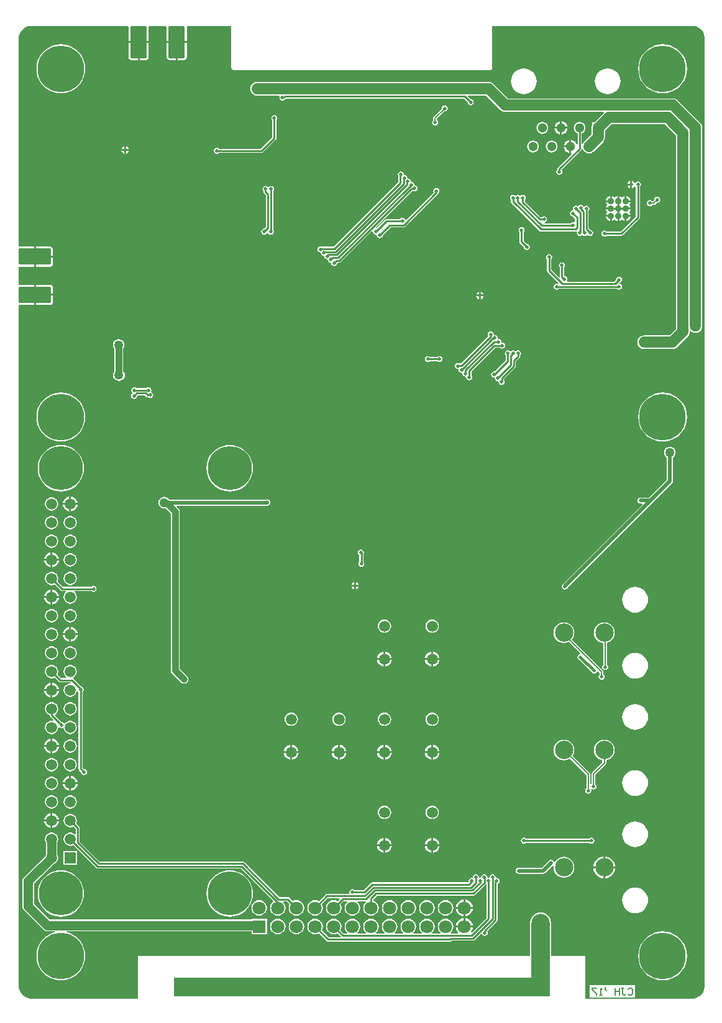
<source format=gbl>
G04*
G04 #@! TF.GenerationSoftware,Altium Limited,Altium Designer,18.0.11 (651)*
G04*
G04 Layer_Physical_Order=2*
G04 Layer_Color=16711680*
%FSLAX25Y25*%
%MOIN*%
G70*
G01*
G75*
%ADD13C,0.01000*%
%ADD22C,0.00700*%
%ADD74C,0.01500*%
%ADD141C,0.00800*%
%ADD142C,0.02000*%
%ADD144C,0.06000*%
%ADD145C,0.05000*%
%ADD146C,0.03500*%
G04:AMPARAMS|DCode=148|XSize=86.61mil|YSize=173.23mil|CornerRadius=4.33mil|HoleSize=0mil|Usage=FLASHONLY|Rotation=270.000|XOffset=0mil|YOffset=0mil|HoleType=Round|Shape=RoundedRectangle|*
%AMROUNDEDRECTD148*
21,1,0.08661,0.16457,0,0,270.0*
21,1,0.07795,0.17323,0,0,270.0*
1,1,0.00866,-0.08228,-0.03898*
1,1,0.00866,-0.08228,0.03898*
1,1,0.00866,0.08228,0.03898*
1,1,0.00866,0.08228,-0.03898*
%
%ADD148ROUNDEDRECTD148*%
G04:AMPARAMS|DCode=149|XSize=86.61mil|YSize=173.23mil|CornerRadius=4.33mil|HoleSize=0mil|Usage=FLASHONLY|Rotation=180.000|XOffset=0mil|YOffset=0mil|HoleType=Round|Shape=RoundedRectangle|*
%AMROUNDEDRECTD149*
21,1,0.08661,0.16457,0,0,180.0*
21,1,0.07795,0.17323,0,0,180.0*
1,1,0.00866,-0.03898,0.08228*
1,1,0.00866,0.03898,0.08228*
1,1,0.00866,0.03898,-0.08228*
1,1,0.00866,-0.03898,-0.08228*
%
%ADD149ROUNDEDRECTD149*%
%ADD150C,0.23622*%
%ADD151R,0.05906X0.05906*%
%ADD152C,0.05906*%
%ADD153C,0.09843*%
%ADD154C,0.25000*%
%ADD155C,0.07087*%
%ADD156R,0.07087X0.07087*%
%ADD157C,0.05118*%
%ADD158R,0.05118X0.05118*%
%ADD159C,0.02000*%
%ADD160C,0.05000*%
%ADD161C,0.03500*%
G36*
X-69917Y238583D02*
X-69840Y238193D01*
X-69619Y237862D01*
X-69288Y237641D01*
X-68898Y237563D01*
X68898D01*
X69288Y237641D01*
X69619Y237862D01*
X69840Y238193D01*
X69917Y238583D01*
Y261185D01*
X177165Y261185D01*
X177840D01*
X179165Y260922D01*
X180412Y260405D01*
X181535Y259655D01*
X182490Y258700D01*
X183240Y257578D01*
X183756Y256330D01*
X184020Y255006D01*
X184020Y254331D01*
X184020Y-254331D01*
Y-255006D01*
X183756Y-256330D01*
X183240Y-257577D01*
X182490Y-258700D01*
X181535Y-259655D01*
X180412Y-260405D01*
X179165Y-260922D01*
X177840Y-261185D01*
X177165Y-261185D01*
X120000D01*
Y-238189D01*
X101535D01*
Y-220472D01*
X101533Y-220466D01*
X101344Y-219031D01*
X100787Y-217688D01*
X99902Y-216535D01*
X98749Y-215650D01*
X97406Y-215093D01*
X95964Y-214903D01*
X94523Y-215093D01*
X93180Y-215650D01*
X92027Y-216535D01*
X91142Y-217688D01*
X90585Y-219031D01*
X90396Y-220466D01*
X90394Y-220472D01*
Y-238189D01*
X-120000D01*
Y-261185D01*
X-177165D01*
X-177840D01*
X-179165Y-260922D01*
X-180412Y-260405D01*
X-181535Y-259655D01*
X-182490Y-258700D01*
X-183240Y-257578D01*
X-183756Y-256330D01*
X-184020Y-255006D01*
X-184020Y-254331D01*
X-184020Y111098D01*
X-183633Y111416D01*
X-183580Y111405D01*
X-175852D01*
Y116764D01*
Y122123D01*
X-183520D01*
X-183716Y122180D01*
X-184020Y122429D01*
Y131571D01*
X-183633Y131888D01*
X-183580Y131877D01*
X-175852D01*
Y137236D01*
Y142595D01*
X-183520D01*
X-183716Y142652D01*
X-184020Y142902D01*
Y254331D01*
Y255006D01*
X-183756Y256330D01*
X-183240Y257577D01*
X-182490Y258700D01*
X-181535Y259655D01*
X-180412Y260405D01*
X-179165Y260922D01*
X-177840Y261185D01*
X-177165Y261185D01*
X-125401D01*
X-125083Y260799D01*
X-125095Y260741D01*
Y253013D01*
X-119736D01*
X-114377D01*
Y260741D01*
X-114389Y260799D01*
X-114072Y261185D01*
X-104928D01*
X-104611Y260799D01*
X-104623Y260741D01*
Y253013D01*
X-99264D01*
X-93905D01*
Y260741D01*
X-93916Y260799D01*
X-93599Y261185D01*
X-69917D01*
Y238583D01*
D02*
G37*
G36*
X100886Y-259842D02*
X-100886D01*
Y-250000D01*
X91043D01*
Y-220472D01*
X100886D01*
Y-259842D01*
D02*
G37*
%LPC*%
G36*
X-93905Y252013D02*
X-98764D01*
Y242823D01*
X-95366D01*
X-94807Y242934D01*
X-94333Y243251D01*
X-94016Y243725D01*
X-93905Y244284D01*
Y252013D01*
D02*
G37*
G36*
X-99764D02*
X-104623D01*
Y244284D01*
X-104511Y243725D01*
X-104195Y243251D01*
X-103721Y242934D01*
X-103161Y242823D01*
X-99764D01*
Y252013D01*
D02*
G37*
G36*
X-114377D02*
X-119236D01*
Y242823D01*
X-115839D01*
X-115279Y242934D01*
X-114805Y243251D01*
X-114489Y243725D01*
X-114377Y244284D01*
Y252013D01*
D02*
G37*
G36*
X-120236D02*
X-125095D01*
Y244284D01*
X-124984Y243725D01*
X-124667Y243251D01*
X-124193Y242934D01*
X-123634Y242823D01*
X-120236D01*
Y252013D01*
D02*
G37*
G36*
X161417Y251329D02*
X159362Y251168D01*
X157357Y250686D01*
X155452Y249897D01*
X153694Y248820D01*
X152126Y247481D01*
X150786Y245913D01*
X149709Y244155D01*
X148920Y242250D01*
X148439Y240245D01*
X148277Y238189D01*
X148439Y236133D01*
X148920Y234128D01*
X149709Y232223D01*
X150786Y230465D01*
X152126Y228897D01*
X153694Y227558D01*
X155452Y226481D01*
X157357Y225692D01*
X159362Y225210D01*
X161417Y225048D01*
X163473Y225210D01*
X165478Y225692D01*
X167383Y226481D01*
X169141Y227558D01*
X170709Y228897D01*
X172048Y230465D01*
X173126Y232223D01*
X173915Y234128D01*
X174396Y236133D01*
X174558Y238189D01*
X174396Y240245D01*
X173915Y242250D01*
X173126Y244155D01*
X172048Y245913D01*
X170709Y247481D01*
X169141Y248820D01*
X167383Y249897D01*
X165478Y250686D01*
X163473Y251168D01*
X161417Y251329D01*
D02*
G37*
G36*
X-161417D02*
X-163473Y251168D01*
X-165478Y250686D01*
X-167383Y249897D01*
X-169141Y248820D01*
X-170709Y247481D01*
X-172048Y245913D01*
X-173126Y244155D01*
X-173915Y242250D01*
X-174396Y240245D01*
X-174558Y238189D01*
X-174396Y236133D01*
X-173915Y234128D01*
X-173126Y232223D01*
X-172048Y230465D01*
X-170709Y228897D01*
X-169141Y227558D01*
X-167383Y226481D01*
X-165478Y225692D01*
X-163473Y225210D01*
X-161417Y225048D01*
X-159362Y225210D01*
X-157357Y225692D01*
X-155452Y226481D01*
X-153694Y227558D01*
X-152126Y228897D01*
X-150786Y230465D01*
X-149709Y232223D01*
X-148920Y234128D01*
X-148439Y236133D01*
X-148277Y238189D01*
X-148439Y240245D01*
X-148920Y242250D01*
X-149709Y244155D01*
X-150786Y245913D01*
X-152126Y247481D01*
X-153694Y248820D01*
X-155452Y249897D01*
X-157357Y250686D01*
X-159362Y251168D01*
X-161417Y251329D01*
D02*
G37*
G36*
X131904Y238333D02*
X130552Y238199D01*
X129251Y237805D01*
X128052Y237164D01*
X127002Y236302D01*
X126140Y235251D01*
X125499Y234053D01*
X125105Y232752D01*
X124971Y231400D01*
X125105Y230047D01*
X125499Y228747D01*
X126140Y227548D01*
X127002Y226498D01*
X128052Y225636D01*
X129251Y224995D01*
X130552Y224601D01*
X131904Y224467D01*
X133256Y224601D01*
X134557Y224995D01*
X135756Y225636D01*
X136806Y226498D01*
X137668Y227548D01*
X138309Y228747D01*
X138703Y230047D01*
X138837Y231400D01*
X138703Y232752D01*
X138309Y234053D01*
X137668Y235251D01*
X136806Y236302D01*
X135756Y237164D01*
X134557Y237805D01*
X133256Y238199D01*
X131904Y238333D01*
D02*
G37*
G36*
X86896D02*
X85544Y238199D01*
X84243Y237805D01*
X83044Y237164D01*
X81994Y236302D01*
X81132Y235251D01*
X80491Y234053D01*
X80097Y232752D01*
X79963Y231400D01*
X80097Y230047D01*
X80491Y228747D01*
X81132Y227548D01*
X81994Y226498D01*
X83044Y225636D01*
X84243Y224995D01*
X85544Y224601D01*
X86896Y224467D01*
X88248Y224601D01*
X89549Y224995D01*
X90747Y225636D01*
X91798Y226498D01*
X92660Y227548D01*
X93301Y228747D01*
X93695Y230047D01*
X93829Y231400D01*
X93695Y232752D01*
X93301Y234053D01*
X92660Y235251D01*
X91798Y236302D01*
X90747Y237164D01*
X89549Y237805D01*
X88248Y238199D01*
X86896Y238333D01*
D02*
G37*
G36*
X44507Y218525D02*
X43883Y218400D01*
X43354Y218047D01*
X43000Y217517D01*
X42876Y216893D01*
X42907Y216735D01*
X38625Y212454D01*
X38404Y212123D01*
X38327Y211733D01*
Y210496D01*
X38193Y210407D01*
X37839Y209878D01*
X37715Y209253D01*
X37839Y208629D01*
X38193Y208100D01*
X38722Y207746D01*
X39346Y207622D01*
X39971Y207746D01*
X40500Y208100D01*
X40854Y208629D01*
X40978Y209253D01*
X40854Y209878D01*
X40500Y210407D01*
X40366Y210496D01*
Y211310D01*
X44349Y215293D01*
X44507Y215262D01*
X45131Y215386D01*
X45661Y215740D01*
X46014Y216269D01*
X46138Y216893D01*
X46014Y217517D01*
X45661Y218047D01*
X45131Y218400D01*
X44507Y218525D01*
D02*
G37*
G36*
X107396Y209924D02*
Y206900D01*
X110420D01*
X110363Y207329D01*
X110005Y208195D01*
X109434Y208938D01*
X108691Y209509D01*
X107825Y209867D01*
X107396Y209924D01*
D02*
G37*
G36*
X106396Y209924D02*
X105967Y209867D01*
X105101Y209509D01*
X104358Y208938D01*
X103787Y208195D01*
X103428Y207329D01*
X103372Y206900D01*
X106396D01*
Y209924D01*
D02*
G37*
G36*
X96896Y209586D02*
X96071Y209478D01*
X95303Y209159D01*
X94643Y208653D01*
X94137Y207993D01*
X93818Y207225D01*
X93710Y206400D01*
X93818Y205575D01*
X94137Y204807D01*
X94643Y204147D01*
X95303Y203641D01*
X96071Y203322D01*
X96896Y203214D01*
X97721Y203322D01*
X98489Y203641D01*
X99149Y204147D01*
X99655Y204807D01*
X99974Y205575D01*
X100082Y206400D01*
X99974Y207225D01*
X99655Y207993D01*
X99149Y208653D01*
X98489Y209159D01*
X97721Y209478D01*
X96896Y209586D01*
D02*
G37*
G36*
X106396Y205900D02*
X103372D01*
X103428Y205471D01*
X103787Y204605D01*
X104358Y203862D01*
X105101Y203291D01*
X105967Y202933D01*
X106396Y202876D01*
Y205900D01*
D02*
G37*
G36*
X110420D02*
X107396D01*
Y202876D01*
X107825Y202933D01*
X108691Y203291D01*
X109434Y203862D01*
X110005Y204605D01*
X110363Y205471D01*
X110420Y205900D01*
D02*
G37*
G36*
X68098Y231032D02*
X-56119D01*
X-57059Y230909D01*
X-57935Y230546D01*
X-58687Y229969D01*
X-59264Y229217D01*
X-59626Y228341D01*
X-59750Y227401D01*
X-59626Y226462D01*
X-59264Y225586D01*
X-58687Y224834D01*
X-57935Y224257D01*
X-57059Y223894D01*
X-56119Y223770D01*
X-44347D01*
X-44080Y223270D01*
X-44115Y223217D01*
X-44239Y222593D01*
X-44115Y221969D01*
X-43762Y221439D01*
X-43232Y221086D01*
X-42608Y220961D01*
X-41984Y221086D01*
X-41454Y221439D01*
X-41271Y221713D01*
X-41142Y221800D01*
X-40762Y222180D01*
X54839D01*
X56835Y220184D01*
X56827Y220146D01*
X56952Y219522D01*
X57305Y218992D01*
X57835Y218639D01*
X58459Y218515D01*
X59083Y218639D01*
X59612Y218992D01*
X59966Y219522D01*
X60090Y220146D01*
X59966Y220770D01*
X59612Y221300D01*
X59083Y221653D01*
X58459Y221777D01*
X58421Y221770D01*
X56882Y223308D01*
X57074Y223770D01*
X66594D01*
X74342Y216022D01*
X75094Y215445D01*
X75970Y215082D01*
X76910Y214958D01*
X76910Y214958D01*
X129680D01*
X129819Y214458D01*
X124920Y209559D01*
X123737D01*
Y208181D01*
X123389Y207340D01*
X123265Y206400D01*
Y202904D01*
X119328Y198968D01*
X118751Y198215D01*
X118517Y197651D01*
X118017Y197750D01*
Y203445D01*
X118489Y203641D01*
X119149Y204147D01*
X119655Y204807D01*
X119974Y205575D01*
X120082Y206400D01*
X119974Y207225D01*
X119655Y207993D01*
X119149Y208653D01*
X118489Y209159D01*
X117721Y209478D01*
X116896Y209586D01*
X116071Y209478D01*
X115303Y209159D01*
X114643Y208653D01*
X114137Y207993D01*
X113818Y207225D01*
X113710Y206400D01*
X113818Y205575D01*
X114137Y204807D01*
X114643Y204147D01*
X115303Y203641D01*
X115774Y203445D01*
Y197643D01*
X115274Y197544D01*
X115005Y198195D01*
X114434Y198938D01*
X113691Y199509D01*
X112825Y199867D01*
X112396Y199924D01*
Y196400D01*
Y192535D01*
X112471Y192382D01*
X105156Y185066D01*
X104912Y184702D01*
X104827Y184273D01*
X104827Y184273D01*
Y184004D01*
X104795Y183982D01*
X104441Y183453D01*
X104317Y182829D01*
X104441Y182204D01*
X104795Y181675D01*
X105324Y181322D01*
X105949Y181198D01*
X106573Y181322D01*
X107102Y181675D01*
X107456Y182204D01*
X107580Y182829D01*
X107456Y183453D01*
X107159Y183897D01*
X117689Y194427D01*
X117689Y194427D01*
X117932Y194791D01*
X117995Y195105D01*
X118381Y195194D01*
X118503Y195185D01*
X118751Y194584D01*
X119328Y193832D01*
X120080Y193255D01*
X120956Y192893D01*
X121896Y192769D01*
X122836Y192893D01*
X123712Y193255D01*
X124463Y193832D01*
X129464Y198832D01*
X130041Y199584D01*
X130403Y200460D01*
X130527Y201400D01*
X130527Y201400D01*
Y204896D01*
X133989Y208358D01*
X162745D01*
X168748Y202356D01*
Y98539D01*
X165205Y94996D01*
X151512D01*
X150573Y94873D01*
X149697Y94510D01*
X148945Y93933D01*
X148368Y93181D01*
X148005Y92305D01*
X147881Y91365D01*
X148005Y90426D01*
X148368Y89550D01*
X148945Y88798D01*
X149697Y88221D01*
X150573Y87858D01*
X151512Y87734D01*
X166709D01*
X167649Y87858D01*
X168525Y88221D01*
X169276Y88798D01*
X174946Y94468D01*
X174946Y94468D01*
X175523Y95219D01*
X175886Y96095D01*
X176010Y97035D01*
X176010Y97035D01*
Y97211D01*
X176510Y97364D01*
X177163Y96863D01*
X178039Y96500D01*
X178979Y96377D01*
X179918Y96500D01*
X180794Y96863D01*
X181546Y97440D01*
X182123Y98192D01*
X182486Y99068D01*
X182610Y100007D01*
Y206593D01*
X182486Y207533D01*
X182123Y208409D01*
X181546Y209161D01*
X169550Y221157D01*
X168798Y221734D01*
X167923Y222097D01*
X166983Y222220D01*
X78414D01*
X70665Y229969D01*
X69913Y230546D01*
X69037Y230909D01*
X68098Y231032D01*
D02*
G37*
G36*
X111396Y199924D02*
X110967Y199867D01*
X110101Y199509D01*
X109358Y198938D01*
X108787Y198195D01*
X108429Y197329D01*
X108372Y196900D01*
X111396D01*
Y199924D01*
D02*
G37*
G36*
X-46922Y213336D02*
X-47546Y213212D01*
X-48076Y212858D01*
X-48429Y212329D01*
X-48553Y211705D01*
X-48429Y211081D01*
X-48076Y210551D01*
X-48044Y210530D01*
Y201354D01*
X-54209Y195188D01*
X-76565D01*
X-76587Y195220D01*
X-77116Y195574D01*
X-77740Y195698D01*
X-78364Y195574D01*
X-78894Y195220D01*
X-79247Y194691D01*
X-79372Y194067D01*
X-79247Y193443D01*
X-78894Y192913D01*
X-78364Y192560D01*
X-77740Y192436D01*
X-77116Y192560D01*
X-76587Y192913D01*
X-76565Y192945D01*
X-53744D01*
X-53744Y192945D01*
X-53315Y193031D01*
X-52951Y193274D01*
X-46129Y200096D01*
X-46129Y200096D01*
X-45886Y200460D01*
X-45801Y200889D01*
Y210530D01*
X-45769Y210551D01*
X-45415Y211081D01*
X-45291Y211705D01*
X-45415Y212329D01*
X-45769Y212858D01*
X-46298Y213212D01*
X-46922Y213336D01*
D02*
G37*
G36*
X-126477Y196406D02*
Y194966D01*
X-125037D01*
X-125093Y195247D01*
X-125535Y195908D01*
X-126197Y196350D01*
X-126477Y196406D01*
D02*
G37*
G36*
X-127477D02*
X-127758Y196350D01*
X-128419Y195908D01*
X-128861Y195247D01*
X-128917Y194966D01*
X-127477D01*
Y196406D01*
D02*
G37*
G36*
X101896Y199586D02*
X101071Y199478D01*
X100303Y199159D01*
X99643Y198653D01*
X99137Y197993D01*
X98818Y197225D01*
X98710Y196400D01*
X98818Y195575D01*
X99137Y194807D01*
X99643Y194147D01*
X100303Y193640D01*
X101071Y193322D01*
X101896Y193214D01*
X102721Y193322D01*
X103489Y193640D01*
X104149Y194147D01*
X104655Y194807D01*
X104974Y195575D01*
X105082Y196400D01*
X104974Y197225D01*
X104655Y197993D01*
X104149Y198653D01*
X103489Y199159D01*
X102721Y199478D01*
X101896Y199586D01*
D02*
G37*
G36*
X91896D02*
X91071Y199478D01*
X90303Y199159D01*
X89643Y198653D01*
X89136Y197993D01*
X88818Y197225D01*
X88710Y196400D01*
X88818Y195575D01*
X89136Y194807D01*
X89643Y194147D01*
X90303Y193640D01*
X91071Y193322D01*
X91896Y193214D01*
X92721Y193322D01*
X93489Y193640D01*
X94149Y194147D01*
X94655Y194807D01*
X94974Y195575D01*
X95082Y196400D01*
X94974Y197225D01*
X94655Y197993D01*
X94149Y198653D01*
X93489Y199159D01*
X92721Y199478D01*
X91896Y199586D01*
D02*
G37*
G36*
X111396Y195900D02*
X108372D01*
X108429Y195471D01*
X108787Y194605D01*
X109358Y193862D01*
X110101Y193291D01*
X110967Y192932D01*
X111396Y192876D01*
Y195900D01*
D02*
G37*
G36*
X-125037Y193966D02*
X-126477D01*
Y192526D01*
X-126197Y192582D01*
X-125535Y193024D01*
X-125093Y193686D01*
X-125037Y193966D01*
D02*
G37*
G36*
X-127477D02*
X-128917D01*
X-128861Y193686D01*
X-128419Y193024D01*
X-127758Y192582D01*
X-127477Y192526D01*
Y193966D01*
D02*
G37*
G36*
X144003Y177990D02*
X143723Y177934D01*
X143061Y177492D01*
X142619Y176830D01*
X142563Y176550D01*
X144003D01*
Y177990D01*
D02*
G37*
G36*
X-48691Y175225D02*
X-49315Y175101D01*
X-49844Y174747D01*
X-49924Y174627D01*
X-50424D01*
X-50489Y174725D01*
X-51018Y175079D01*
X-51643Y175203D01*
X-52267Y175079D01*
X-52796Y174725D01*
X-53150Y174196D01*
X-53274Y173572D01*
X-53150Y172947D01*
X-52796Y172418D01*
X-52764Y172397D01*
Y172039D01*
X-52764Y172039D01*
X-52679Y171610D01*
X-52436Y171246D01*
X-51412Y170223D01*
Y153190D01*
X-52348Y152254D01*
X-52385Y152262D01*
X-53010Y152138D01*
X-53539Y151784D01*
X-53892Y151255D01*
X-54017Y150631D01*
X-53892Y150006D01*
X-53539Y149477D01*
X-53010Y149123D01*
X-52385Y148999D01*
X-51761Y149123D01*
X-51232Y149477D01*
X-50878Y150006D01*
X-50860Y150098D01*
X-50350D01*
X-50341Y150052D01*
X-49987Y149523D01*
X-49458Y149169D01*
X-48834Y149045D01*
X-48209Y149169D01*
X-47680Y149523D01*
X-47326Y150052D01*
X-47202Y150676D01*
X-47326Y151301D01*
X-47569Y151663D01*
Y172419D01*
X-47537Y172440D01*
X-47183Y172969D01*
X-47059Y173593D01*
X-47183Y174218D01*
X-47537Y174747D01*
X-48066Y175101D01*
X-48691Y175225D01*
D02*
G37*
G36*
X144003Y175550D02*
X142563D01*
X142619Y175270D01*
X143061Y174608D01*
X143723Y174166D01*
X144003Y174110D01*
Y175550D01*
D02*
G37*
G36*
X86339Y170495D02*
X85714Y170371D01*
X85398Y170160D01*
X85039Y170058D01*
X84679Y170160D01*
X84363Y170371D01*
X83738Y170495D01*
X83114Y170371D01*
X82798Y170160D01*
X82438Y170058D01*
X82079Y170160D01*
X81763Y170371D01*
X81138Y170495D01*
X80514Y170371D01*
X79985Y170017D01*
X79631Y169488D01*
X79507Y168864D01*
X79631Y168239D01*
X79985Y167710D01*
X80021Y167686D01*
Y166894D01*
X80021Y166894D01*
X80107Y166465D01*
X80350Y166101D01*
X95326Y151125D01*
X95326Y151125D01*
X95690Y150881D01*
X96119Y150796D01*
X96119Y150796D01*
X114444D01*
X114444Y150796D01*
X114873Y150881D01*
X115237Y151125D01*
X115316Y151204D01*
X115705Y150885D01*
X115483Y150554D01*
X115359Y149929D01*
X115483Y149305D01*
X115837Y148776D01*
X116366Y148422D01*
X116990Y148298D01*
X117615Y148422D01*
X118144Y148776D01*
X118548D01*
X119078Y148422D01*
X119702Y148298D01*
X120326Y148422D01*
X120855Y148776D01*
X120864Y148788D01*
X121455Y148774D01*
X121876Y148493D01*
X122500Y148369D01*
X123124Y148493D01*
X123653Y148846D01*
X124007Y149376D01*
X124131Y150000D01*
X124007Y150624D01*
X123653Y151154D01*
X123124Y151507D01*
X122570Y151618D01*
X121622Y152566D01*
Y161825D01*
X121653Y161846D01*
X122007Y162376D01*
X122131Y163000D01*
X122007Y163624D01*
X121653Y164154D01*
X121124Y164507D01*
X120500Y164631D01*
X119876Y164507D01*
X119483Y164244D01*
X119257Y164187D01*
X118866Y164335D01*
X118654Y164654D01*
X118124Y165007D01*
X117500Y165131D01*
X116876Y165007D01*
X116347Y164654D01*
X116031Y164181D01*
X115502Y164535D01*
X114877Y164659D01*
X114253Y164535D01*
X113724Y164181D01*
X113370Y163652D01*
X113246Y163028D01*
X113332Y162598D01*
X113344Y162380D01*
X112998Y162060D01*
X112735Y162008D01*
X112205Y161654D01*
X111852Y161125D01*
X111728Y160501D01*
X111852Y159877D01*
X112205Y159347D01*
X112735Y158994D01*
X113359Y158870D01*
X113397Y158877D01*
X114406Y157868D01*
Y155810D01*
X113906Y155584D01*
X113359Y155693D01*
X112735Y155569D01*
X112205Y155215D01*
X112184Y155183D01*
X98117D01*
X98077Y155217D01*
X98217Y155754D01*
X98385Y155788D01*
X98914Y156141D01*
X99268Y156671D01*
X99392Y157295D01*
X99268Y157919D01*
X98914Y158449D01*
X98385Y158802D01*
X97761Y158926D01*
X97136Y158802D01*
X96607Y158449D01*
X96586Y158417D01*
X95935D01*
X87460Y166892D01*
Y167689D01*
X87492Y167710D01*
X87846Y168239D01*
X87970Y168864D01*
X87846Y169488D01*
X87492Y170017D01*
X86963Y170371D01*
X86339Y170495D01*
D02*
G37*
G36*
X141052Y169754D02*
X140834Y169725D01*
X140165Y169448D01*
X139978Y169305D01*
X139576Y169007D01*
X139002Y169448D01*
X138333Y169725D01*
X138115Y169754D01*
Y167046D01*
X137115D01*
Y169754D01*
X136897Y169725D01*
X136228Y169448D01*
X135654Y169007D01*
X135252Y169305D01*
X135065Y169448D01*
X134396Y169725D01*
X134178Y169754D01*
Y167046D01*
X133678D01*
Y166546D01*
X130970D01*
X130999Y166328D01*
X131276Y165659D01*
X131717Y165085D01*
Y165070D01*
X131276Y164496D01*
X130999Y163827D01*
X130970Y163609D01*
X133678D01*
Y162609D01*
X130970D01*
X130999Y162391D01*
X131276Y161722D01*
X131717Y161147D01*
Y161133D01*
X131276Y160559D01*
X130999Y159890D01*
X130970Y159672D01*
X133678D01*
Y159172D01*
X134178D01*
Y156464D01*
X134396Y156493D01*
X135065Y156770D01*
X135252Y156913D01*
X135654Y157211D01*
X136228Y156770D01*
X136897Y156493D01*
X137115Y156464D01*
Y159172D01*
X138115D01*
Y156464D01*
X138333Y156493D01*
X139002Y156770D01*
X139576Y157211D01*
X139978Y156913D01*
X140165Y156770D01*
X140834Y156493D01*
X141052Y156464D01*
Y159172D01*
X141552D01*
Y159672D01*
X144260D01*
X144231Y159890D01*
X143954Y160559D01*
X143513Y161133D01*
Y161147D01*
X143954Y161722D01*
X144231Y162391D01*
X144260Y162609D01*
X141552D01*
Y163609D01*
X144260D01*
X144231Y163827D01*
X143954Y164496D01*
X143513Y165070D01*
Y165085D01*
X143954Y165659D01*
X144231Y166328D01*
X144260Y166546D01*
X141552D01*
Y167046D01*
X141052D01*
Y169754D01*
D02*
G37*
G36*
X142052D02*
Y167546D01*
X144260D01*
X144231Y167764D01*
X143954Y168433D01*
X143513Y169007D01*
X142939Y169448D01*
X142270Y169725D01*
X142052Y169754D01*
D02*
G37*
G36*
X133178D02*
X132960Y169725D01*
X132291Y169448D01*
X131717Y169007D01*
X131276Y168433D01*
X130999Y167764D01*
X130970Y167546D01*
X133178D01*
Y169754D01*
D02*
G37*
G36*
X158536Y169462D02*
X157912Y169338D01*
X157383Y168984D01*
X157029Y168455D01*
X156905Y167831D01*
X156936Y167673D01*
X156252Y166989D01*
X155745Y167020D01*
X155699Y167088D01*
X155170Y167441D01*
X154545Y167566D01*
X153921Y167441D01*
X153392Y167088D01*
X153038Y166559D01*
X152914Y165934D01*
X153038Y165310D01*
X153392Y164781D01*
X153921Y164427D01*
X154545Y164303D01*
X155170Y164427D01*
X155699Y164781D01*
X155788Y164915D01*
X156640D01*
X157030Y164992D01*
X157361Y165213D01*
X158378Y166231D01*
X158536Y166200D01*
X159161Y166324D01*
X159690Y166677D01*
X160043Y167207D01*
X160168Y167831D01*
X160043Y168455D01*
X159690Y168984D01*
X159161Y169338D01*
X158536Y169462D01*
D02*
G37*
G36*
X144260Y158672D02*
X142052D01*
Y156464D01*
X142270Y156493D01*
X142939Y156770D01*
X143513Y157211D01*
X143954Y157785D01*
X144231Y158454D01*
X144260Y158672D01*
D02*
G37*
G36*
X133178D02*
X130970D01*
X130999Y158454D01*
X131276Y157785D01*
X131717Y157211D01*
X132291Y156770D01*
X132960Y156493D01*
X133178Y156464D01*
Y158672D01*
D02*
G37*
G36*
X20970Y183016D02*
X20346Y182891D01*
X19816Y182538D01*
X19463Y182009D01*
X19338Y181384D01*
X19463Y180760D01*
X19587Y180574D01*
Y177345D01*
X-15192Y142566D01*
X-21370D01*
X-21555Y142690D01*
X-22180Y142814D01*
X-22804Y142690D01*
X-23333Y142336D01*
X-23687Y141807D01*
X-23811Y141182D01*
X-23687Y140558D01*
X-23333Y140029D01*
X-22804Y139675D01*
X-22431Y139601D01*
X-21972Y139344D01*
X-21848Y138720D01*
X-21495Y138190D01*
X-20965Y137837D01*
X-20593Y137763D01*
X-20134Y137505D01*
X-20010Y136881D01*
X-19656Y136352D01*
X-19127Y135998D01*
X-18754Y135924D01*
X-18295Y135667D01*
X-18171Y135043D01*
X-17818Y134513D01*
X-17289Y134160D01*
X-16916Y134086D01*
X-16457Y133828D01*
X-16333Y133204D01*
X-15979Y132675D01*
X-15450Y132321D01*
X-14826Y132197D01*
X-14201Y132321D01*
X-13672Y132675D01*
X-13318Y133204D01*
X-13194Y133828D01*
X-12705Y133922D01*
X-12077D01*
X-12077Y133922D01*
X-11648Y134008D01*
X-11284Y134251D01*
X5501Y151036D01*
X5962Y150789D01*
X5951Y150738D01*
X6076Y150113D01*
X6429Y149584D01*
X6959Y149230D01*
X7583Y149106D01*
X7716Y149133D01*
X8022Y148826D01*
X8146Y148202D01*
X8500Y147673D01*
X9029Y147319D01*
X9653Y147195D01*
X10278Y147319D01*
X10807Y147673D01*
X11161Y148202D01*
X11285Y148826D01*
X11277Y148864D01*
X15481Y153067D01*
X22605D01*
X22605Y153067D01*
X23034Y153153D01*
X23398Y153396D01*
X40805Y170802D01*
X40805Y170802D01*
X41048Y171166D01*
X41085Y171353D01*
X41165Y171407D01*
X41519Y171936D01*
X41643Y172560D01*
X41519Y173185D01*
X41165Y173714D01*
X40636Y174068D01*
X40012Y174192D01*
X39387Y174068D01*
X38858Y173714D01*
X38504Y173185D01*
X38380Y172560D01*
X38504Y171936D01*
X38609Y171779D01*
X23851Y157021D01*
X23292Y157169D01*
X23021Y157575D01*
X22492Y157928D01*
X21868Y158053D01*
X21244Y157928D01*
X20714Y157575D01*
X20693Y157543D01*
X13267D01*
X13267Y157543D01*
X12837Y157457D01*
X12473Y157214D01*
X7931Y152672D01*
X7855Y152683D01*
X7679Y153214D01*
X27112Y172647D01*
X27355D01*
X27355Y172647D01*
X27477Y172672D01*
X27699Y172523D01*
X28324Y172399D01*
X28948Y172523D01*
X29477Y172877D01*
X29831Y173406D01*
X29955Y174030D01*
X29831Y174655D01*
X29477Y175184D01*
X28948Y175538D01*
X28324Y175662D01*
X28117Y175869D01*
X27992Y176493D01*
X27639Y177022D01*
X27110Y177376D01*
X26485Y177500D01*
X26278Y177707D01*
X26154Y178332D01*
X25800Y178861D01*
X25271Y179215D01*
X24898Y179289D01*
X24440Y179546D01*
X24315Y180170D01*
X23962Y180699D01*
X23433Y181053D01*
X22808Y181177D01*
X22601Y181384D01*
X22477Y182009D01*
X22123Y182538D01*
X21594Y182891D01*
X20970Y183016D01*
D02*
G37*
G36*
X145003Y177990D02*
Y176050D01*
Y174110D01*
X145283Y174166D01*
X145945Y174608D01*
X146242Y175052D01*
X146743Y175101D01*
X147074Y174770D01*
Y158898D01*
X138901Y150725D01*
X131406D01*
X131385Y150757D01*
X130855Y151111D01*
X130231Y151235D01*
X129607Y151111D01*
X129077Y150757D01*
X128724Y150228D01*
X128600Y149604D01*
X128724Y148979D01*
X129077Y148450D01*
X129607Y148097D01*
X130231Y147972D01*
X130855Y148097D01*
X131385Y148450D01*
X131406Y148482D01*
X139366D01*
X139366Y148482D01*
X139795Y148568D01*
X140159Y148811D01*
X148989Y157641D01*
X148989Y157641D01*
X149232Y158004D01*
X149317Y158434D01*
X149317Y158434D01*
Y174815D01*
X149349Y174837D01*
X149703Y175366D01*
X149827Y175990D01*
X149703Y176614D01*
X149349Y177144D01*
X148820Y177497D01*
X148196Y177621D01*
X147571Y177497D01*
X147042Y177144D01*
X146882Y176904D01*
X146722Y176881D01*
X146309Y176947D01*
X145945Y177492D01*
X145283Y177934D01*
X145003Y177990D01*
D02*
G37*
G36*
X85738Y153144D02*
X85114Y153020D01*
X84584Y152666D01*
X84231Y152137D01*
X84107Y151512D01*
X84231Y150888D01*
X84584Y150359D01*
X84616Y150338D01*
Y145262D01*
X84616Y145262D01*
X84702Y144833D01*
X84945Y144469D01*
X86876Y142538D01*
X86869Y142500D01*
X86993Y141876D01*
X87347Y141347D01*
X87876Y140993D01*
X88500Y140869D01*
X89124Y140993D01*
X89653Y141347D01*
X90007Y141876D01*
X90131Y142500D01*
X90007Y143124D01*
X89653Y143654D01*
X89124Y144007D01*
X88500Y144131D01*
X88462Y144124D01*
X86860Y145727D01*
Y150338D01*
X86892Y150359D01*
X87245Y150888D01*
X87369Y151512D01*
X87245Y152137D01*
X86892Y152666D01*
X86362Y153020D01*
X85738Y153144D01*
D02*
G37*
G36*
X-167124Y142595D02*
X-174852D01*
Y137736D01*
X-165663D01*
Y141134D01*
X-165774Y141693D01*
X-166091Y142167D01*
X-166565Y142484D01*
X-167124Y142595D01*
D02*
G37*
G36*
X-165663Y136736D02*
X-174852D01*
Y131877D01*
X-167124D01*
X-166565Y131989D01*
X-166091Y132305D01*
X-165774Y132779D01*
X-165663Y133339D01*
Y136736D01*
D02*
G37*
G36*
X100463Y138610D02*
X99839Y138486D01*
X99310Y138133D01*
X98956Y137603D01*
X98832Y136979D01*
X98956Y136355D01*
X99310Y135826D01*
X99342Y135804D01*
Y129775D01*
X99342Y129775D01*
X99427Y129346D01*
X99670Y128982D01*
X105694Y122959D01*
X105375Y122571D01*
X105219Y122675D01*
X104595Y122799D01*
X103970Y122675D01*
X103441Y122321D01*
X103087Y121792D01*
X102963Y121168D01*
X103087Y120544D01*
X103441Y120014D01*
X103970Y119661D01*
X104595Y119536D01*
X105219Y119661D01*
X105748Y120014D01*
X105770Y120046D01*
X136813D01*
X136834Y120014D01*
X137364Y119661D01*
X137988Y119536D01*
X138612Y119661D01*
X139141Y120014D01*
X139495Y120544D01*
X139619Y121168D01*
X139495Y121792D01*
X139141Y122321D01*
X138612Y122675D01*
X138176Y122762D01*
X138157Y122804D01*
X138187Y123284D01*
X138623Y123371D01*
X139152Y123724D01*
X139506Y124254D01*
X139630Y124878D01*
X139506Y125502D01*
X139152Y126031D01*
X138623Y126385D01*
X137999Y126509D01*
X137375Y126385D01*
X136845Y126031D01*
X136492Y125502D01*
X136367Y124878D01*
X136375Y124840D01*
X135424Y123889D01*
X110358D01*
X110091Y124389D01*
X110222Y124586D01*
X110346Y125210D01*
X110222Y125834D01*
X109868Y126364D01*
X109339Y126717D01*
X108715Y126841D01*
X108483Y127260D01*
Y131413D01*
X108514Y131434D01*
X108868Y131964D01*
X108992Y132588D01*
X108868Y133212D01*
X108514Y133741D01*
X107985Y134095D01*
X107361Y134219D01*
X106737Y134095D01*
X106208Y133741D01*
X105854Y133212D01*
X105730Y132588D01*
X105854Y131964D01*
X106208Y131434D01*
X106239Y131413D01*
Y126564D01*
X106239Y126564D01*
X106307Y126225D01*
X106055Y126006D01*
X105894Y125931D01*
X101585Y130240D01*
Y135804D01*
X101617Y135826D01*
X101971Y136355D01*
X102095Y136979D01*
X101971Y137603D01*
X101617Y138133D01*
X101088Y138486D01*
X100463Y138610D01*
D02*
G37*
G36*
X-167124Y122123D02*
X-174852D01*
Y117264D01*
X-165663D01*
Y120661D01*
X-165774Y121221D01*
X-166091Y121695D01*
X-166565Y122011D01*
X-167124Y122123D01*
D02*
G37*
G36*
X63859Y118365D02*
Y116926D01*
X65299D01*
X65243Y117206D01*
X64801Y117868D01*
X64139Y118309D01*
X63859Y118365D01*
D02*
G37*
G36*
X62859D02*
X62579Y118309D01*
X61917Y117868D01*
X61475Y117206D01*
X61419Y116926D01*
X62859D01*
Y118365D01*
D02*
G37*
G36*
X65299Y115926D02*
X63859D01*
Y114486D01*
X64139Y114542D01*
X64801Y114984D01*
X65243Y115645D01*
X65299Y115926D01*
D02*
G37*
G36*
X62859D02*
X61419D01*
X61475Y115645D01*
X61917Y114984D01*
X62579Y114542D01*
X62859Y114486D01*
Y115926D01*
D02*
G37*
G36*
X-165663Y116264D02*
X-174852D01*
Y111405D01*
X-167124D01*
X-166565Y111516D01*
X-166091Y111833D01*
X-165774Y112307D01*
X-165663Y112866D01*
Y116264D01*
D02*
G37*
G36*
X69204Y97179D02*
X68580Y97055D01*
X68050Y96701D01*
X67697Y96172D01*
X67572Y95548D01*
X67697Y94924D01*
X67887Y94639D01*
X53218Y79970D01*
X52251D01*
X52153Y80035D01*
X51529Y80159D01*
X50905Y80035D01*
X50375Y79682D01*
X50022Y79152D01*
X49897Y78528D01*
X50022Y77904D01*
X50375Y77375D01*
X50905Y77021D01*
X51503Y76902D01*
X51645Y76854D01*
X51890Y76610D01*
X51937Y76468D01*
X52056Y75869D01*
X52410Y75340D01*
X52939Y74986D01*
X53538Y74867D01*
X53679Y74820D01*
X53924Y74576D01*
X53971Y74434D01*
X54090Y73835D01*
X54444Y73306D01*
X54973Y72952D01*
X55572Y72833D01*
X55714Y72786D01*
X55958Y72541D01*
X56006Y72399D01*
X56125Y71801D01*
X56478Y71271D01*
X57008Y70918D01*
X57632Y70794D01*
X58256Y70918D01*
X58785Y71271D01*
X59139Y71801D01*
X59263Y72425D01*
X59139Y73049D01*
X58819Y73528D01*
Y75611D01*
X71466Y88257D01*
X74204D01*
X74683Y87937D01*
X75307Y87813D01*
X75931Y87937D01*
X76460Y88291D01*
X76814Y88820D01*
X76938Y89445D01*
X76814Y90069D01*
X76460Y90598D01*
X75931Y90952D01*
X75332Y91071D01*
X75191Y91118D01*
X74946Y91363D01*
X74899Y91505D01*
X74780Y92103D01*
X74426Y92633D01*
X73897Y92986D01*
X73425Y93080D01*
X73004Y93528D01*
X73014Y93579D01*
X72890Y94203D01*
X72536Y94733D01*
X72007Y95086D01*
X71383Y95210D01*
X71273Y95189D01*
X70835Y95548D01*
X70711Y96172D01*
X70357Y96701D01*
X69828Y97055D01*
X69204Y97179D01*
D02*
G37*
G36*
X83828Y86904D02*
X83204Y86780D01*
X82675Y86426D01*
X82373D01*
X81844Y86780D01*
X81219Y86904D01*
X80595Y86780D01*
X80066Y86426D01*
X80018Y86354D01*
X79518D01*
X79469Y86426D01*
X78940Y86780D01*
X78316Y86904D01*
X77691Y86780D01*
X77162Y86426D01*
X76809Y85897D01*
X76684Y85273D01*
X76809Y84648D01*
X77162Y84119D01*
X77194Y84098D01*
Y81570D01*
X71213Y75589D01*
X71000Y75631D01*
X70376Y75507D01*
X69846Y75153D01*
X69493Y74624D01*
X69369Y74000D01*
X69493Y73376D01*
X69846Y72847D01*
X70376Y72493D01*
X70935Y72382D01*
X71103Y72288D01*
X71288Y72103D01*
X71382Y71935D01*
X71493Y71376D01*
X71846Y70846D01*
X72376Y70493D01*
X73000Y70369D01*
X73068Y70382D01*
X73422Y70029D01*
X73402Y69930D01*
X73526Y69305D01*
X73880Y68776D01*
X74409Y68423D01*
X75034Y68298D01*
X75658Y68423D01*
X76187Y68776D01*
X76541Y69305D01*
X76665Y69930D01*
X76541Y70554D01*
X76222Y71032D01*
Y71486D01*
X82309Y77573D01*
X82309Y77573D01*
X82552Y77937D01*
X82637Y78366D01*
X82637Y78366D01*
Y80993D01*
X84621Y82977D01*
X84621Y82977D01*
X84864Y83341D01*
X84950Y83770D01*
Y84098D01*
X84982Y84119D01*
X85335Y84648D01*
X85460Y85273D01*
X85335Y85897D01*
X84982Y86426D01*
X84452Y86780D01*
X83828Y86904D01*
D02*
G37*
G36*
X41730Y83875D02*
X41105Y83751D01*
X40576Y83397D01*
X40555Y83365D01*
X36684D01*
X36663Y83397D01*
X36134Y83751D01*
X35509Y83875D01*
X34885Y83751D01*
X34356Y83397D01*
X34002Y82868D01*
X33878Y82243D01*
X34002Y81619D01*
X34356Y81090D01*
X34885Y80736D01*
X35509Y80612D01*
X36134Y80736D01*
X36663Y81090D01*
X36684Y81122D01*
X40555D01*
X40576Y81090D01*
X41105Y80736D01*
X41730Y80612D01*
X42354Y80736D01*
X42883Y81090D01*
X43237Y81619D01*
X43361Y82243D01*
X43237Y82868D01*
X42883Y83397D01*
X42354Y83751D01*
X41730Y83875D01*
D02*
G37*
G36*
X-130400Y92957D02*
X-131210Y92850D01*
X-131964Y92538D01*
X-132611Y92041D01*
X-133108Y91393D01*
X-133421Y90639D01*
X-133527Y89830D01*
X-133421Y89021D01*
X-133108Y88266D01*
X-132797Y87860D01*
Y75378D01*
X-132953Y75174D01*
X-133265Y74420D01*
X-133372Y73611D01*
X-133265Y72801D01*
X-132953Y72047D01*
X-132456Y71400D01*
X-131808Y70903D01*
X-131054Y70590D01*
X-130245Y70484D01*
X-129436Y70590D01*
X-128682Y70903D01*
X-128034Y71400D01*
X-127537Y72047D01*
X-127225Y72801D01*
X-127118Y73611D01*
X-127225Y74420D01*
X-127537Y75174D01*
X-128004Y75783D01*
Y87860D01*
X-127693Y88266D01*
X-127380Y89021D01*
X-127274Y89830D01*
X-127380Y90639D01*
X-127693Y91393D01*
X-128190Y92041D01*
X-128837Y92538D01*
X-129591Y92850D01*
X-130400Y92957D01*
D02*
G37*
G36*
X-114500Y67131D02*
X-115124Y67007D01*
X-115654Y66654D01*
X-115675Y66622D01*
X-120825D01*
X-120846Y66654D01*
X-121376Y67007D01*
X-122000Y67131D01*
X-122624Y67007D01*
X-123153Y66654D01*
X-123507Y66124D01*
X-123631Y65500D01*
X-123507Y64876D01*
X-123153Y64346D01*
X-123158Y63748D01*
X-123279Y63668D01*
X-123632Y63138D01*
X-123756Y62514D01*
X-123632Y61890D01*
X-123279Y61361D01*
X-122749Y61007D01*
X-122125Y60883D01*
X-121501Y61007D01*
X-120972Y61361D01*
X-120618Y61890D01*
X-120510Y62435D01*
X-120166Y62778D01*
X-116334D01*
X-115656Y62100D01*
X-115656Y62100D01*
X-115293Y61857D01*
X-114863Y61772D01*
X-114831Y61778D01*
X-114693D01*
X-114672Y61747D01*
X-114143Y61393D01*
X-113518Y61269D01*
X-112894Y61393D01*
X-112365Y61747D01*
X-112011Y62276D01*
X-111887Y62900D01*
X-112011Y63524D01*
X-112365Y64053D01*
X-112763Y64320D01*
X-112993Y64876D01*
X-112869Y65500D01*
X-112993Y66124D01*
X-113347Y66654D01*
X-113876Y67007D01*
X-114500Y67131D01*
D02*
G37*
G36*
X161417Y64322D02*
X159362Y64160D01*
X157357Y63679D01*
X155452Y62889D01*
X153694Y61812D01*
X152126Y60473D01*
X150786Y58905D01*
X149709Y57147D01*
X148920Y55242D01*
X148439Y53237D01*
X148277Y51181D01*
X148439Y49126D01*
X148920Y47121D01*
X149709Y45215D01*
X150786Y43457D01*
X152126Y41890D01*
X153694Y40550D01*
X155452Y39473D01*
X157357Y38684D01*
X159362Y38203D01*
X161417Y38041D01*
X163473Y38203D01*
X165478Y38684D01*
X167383Y39473D01*
X169141Y40550D01*
X170709Y41890D01*
X172048Y43457D01*
X173126Y45215D01*
X173915Y47121D01*
X174396Y49126D01*
X174558Y51181D01*
X174396Y53237D01*
X173915Y55242D01*
X173126Y57147D01*
X172048Y58905D01*
X170709Y60473D01*
X169141Y61812D01*
X167383Y62889D01*
X165478Y63679D01*
X163473Y64160D01*
X161417Y64322D01*
D02*
G37*
G36*
X-161417D02*
X-163473Y64160D01*
X-165478Y63679D01*
X-167383Y62889D01*
X-169141Y61812D01*
X-170709Y60473D01*
X-172048Y58905D01*
X-173126Y57147D01*
X-173915Y55242D01*
X-174396Y53237D01*
X-174558Y51181D01*
X-174396Y49126D01*
X-173915Y47121D01*
X-173126Y45215D01*
X-172048Y43457D01*
X-170709Y41890D01*
X-169141Y40550D01*
X-167383Y39473D01*
X-165478Y38684D01*
X-163473Y38203D01*
X-161417Y38041D01*
X-159362Y38203D01*
X-157357Y38684D01*
X-155452Y39473D01*
X-153694Y40550D01*
X-152126Y41890D01*
X-150786Y43457D01*
X-149709Y45215D01*
X-148920Y47121D01*
X-148439Y49126D01*
X-148277Y51181D01*
X-148439Y53237D01*
X-148920Y55242D01*
X-149709Y57147D01*
X-150786Y58905D01*
X-152126Y60473D01*
X-153694Y61812D01*
X-155452Y62889D01*
X-157357Y63679D01*
X-159362Y64160D01*
X-161417Y64322D01*
D02*
G37*
G36*
X-70866Y36071D02*
X-72814Y35918D01*
X-74713Y35462D01*
X-76518Y34715D01*
X-78184Y33694D01*
X-79669Y32425D01*
X-80938Y30940D01*
X-81959Y29274D01*
X-82706Y27469D01*
X-83162Y25570D01*
X-83315Y23622D01*
X-83162Y21675D01*
X-82706Y19775D01*
X-81959Y17970D01*
X-80938Y16305D01*
X-79669Y14819D01*
X-78184Y13550D01*
X-76518Y12530D01*
X-74713Y11782D01*
X-72814Y11326D01*
X-70866Y11173D01*
X-68919Y11326D01*
X-67019Y11782D01*
X-65214Y12530D01*
X-63549Y13550D01*
X-62063Y14819D01*
X-60794Y16305D01*
X-59774Y17970D01*
X-59026Y19775D01*
X-58570Y21675D01*
X-58417Y23622D01*
X-58570Y25570D01*
X-59026Y27469D01*
X-59774Y29274D01*
X-60794Y30940D01*
X-62063Y32425D01*
X-63549Y33694D01*
X-65214Y34715D01*
X-67019Y35462D01*
X-68919Y35918D01*
X-70866Y36071D01*
D02*
G37*
G36*
X-161417D02*
X-163365Y35918D01*
X-165264Y35462D01*
X-167069Y34715D01*
X-168735Y33694D01*
X-170220Y32425D01*
X-171489Y30940D01*
X-172510Y29274D01*
X-173257Y27469D01*
X-173713Y25570D01*
X-173867Y23622D01*
X-173713Y21675D01*
X-173257Y19775D01*
X-172510Y17970D01*
X-171489Y16305D01*
X-170220Y14819D01*
X-168735Y13550D01*
X-167069Y12530D01*
X-165264Y11782D01*
X-163365Y11326D01*
X-161417Y11173D01*
X-159470Y11326D01*
X-157570Y11782D01*
X-155765Y12530D01*
X-154100Y13550D01*
X-152614Y14819D01*
X-151346Y16305D01*
X-150325Y17970D01*
X-149577Y19775D01*
X-149121Y21675D01*
X-148968Y23622D01*
X-149121Y25570D01*
X-149577Y27469D01*
X-150325Y29274D01*
X-151346Y30940D01*
X-152614Y32425D01*
X-154100Y33694D01*
X-155765Y34715D01*
X-157570Y35462D01*
X-159470Y35918D01*
X-161417Y36071D01*
D02*
G37*
G36*
X-155917Y8370D02*
Y4949D01*
X-152496D01*
X-152566Y5481D01*
X-152965Y6442D01*
X-153598Y7268D01*
X-154424Y7902D01*
X-155385Y8300D01*
X-155917Y8370D01*
D02*
G37*
G36*
X-156917D02*
X-157449Y8300D01*
X-158411Y7902D01*
X-159237Y7268D01*
X-159870Y6442D01*
X-160268Y5481D01*
X-160338Y4949D01*
X-156917D01*
Y8370D01*
D02*
G37*
G36*
X-166417Y8032D02*
X-167345Y7910D01*
X-168209Y7552D01*
X-168951Y6983D01*
X-169521Y6241D01*
X-169879Y5376D01*
X-170001Y4449D01*
X-169879Y3521D01*
X-169521Y2657D01*
X-168951Y1915D01*
X-168209Y1345D01*
X-167345Y988D01*
X-166417Y865D01*
X-165490Y988D01*
X-164626Y1345D01*
X-163883Y1915D01*
X-163314Y2657D01*
X-162956Y3521D01*
X-162834Y4449D01*
X-162956Y5376D01*
X-163314Y6241D01*
X-163883Y6983D01*
X-164626Y7552D01*
X-165490Y7910D01*
X-166417Y8032D01*
D02*
G37*
G36*
X-152496Y3949D02*
X-155917D01*
Y528D01*
X-155385Y598D01*
X-154424Y996D01*
X-153598Y1630D01*
X-152965Y2455D01*
X-152566Y3417D01*
X-152496Y3949D01*
D02*
G37*
G36*
X-156917D02*
X-160338D01*
X-160268Y3417D01*
X-159870Y2455D01*
X-159237Y1630D01*
X-158411Y996D01*
X-157449Y598D01*
X-156917Y528D01*
Y3949D01*
D02*
G37*
G36*
X-156417Y-1968D02*
X-157345Y-2090D01*
X-158209Y-2448D01*
X-158951Y-3017D01*
X-159521Y-3760D01*
X-159879Y-4624D01*
X-160001Y-5551D01*
X-159879Y-6479D01*
X-159521Y-7343D01*
X-158951Y-8085D01*
X-158209Y-8654D01*
X-157345Y-9013D01*
X-156417Y-9135D01*
X-155490Y-9013D01*
X-154626Y-8654D01*
X-153884Y-8085D01*
X-153314Y-7343D01*
X-152956Y-6479D01*
X-152834Y-5551D01*
X-152956Y-4624D01*
X-153314Y-3760D01*
X-153884Y-3017D01*
X-154626Y-2448D01*
X-155490Y-2090D01*
X-156417Y-1968D01*
D02*
G37*
G36*
X-166417D02*
X-167345Y-2090D01*
X-168209Y-2448D01*
X-168951Y-3017D01*
X-169521Y-3760D01*
X-169879Y-4624D01*
X-170001Y-5551D01*
X-169879Y-6479D01*
X-169521Y-7343D01*
X-168951Y-8085D01*
X-168209Y-8654D01*
X-167345Y-9013D01*
X-166417Y-9135D01*
X-165490Y-9013D01*
X-164626Y-8654D01*
X-163883Y-8085D01*
X-163314Y-7343D01*
X-162956Y-6479D01*
X-162834Y-5551D01*
X-162956Y-4624D01*
X-163314Y-3760D01*
X-163883Y-3017D01*
X-164626Y-2448D01*
X-165490Y-2090D01*
X-166417Y-1968D01*
D02*
G37*
G36*
X-156417Y-11968D02*
X-157345Y-12090D01*
X-158209Y-12448D01*
X-158951Y-13017D01*
X-159521Y-13759D01*
X-159879Y-14624D01*
X-160001Y-15551D01*
X-159879Y-16479D01*
X-159521Y-17343D01*
X-158951Y-18085D01*
X-158209Y-18654D01*
X-157345Y-19013D01*
X-156417Y-19135D01*
X-155490Y-19013D01*
X-154626Y-18654D01*
X-153884Y-18085D01*
X-153314Y-17343D01*
X-152956Y-16479D01*
X-152834Y-15551D01*
X-152956Y-14624D01*
X-153314Y-13759D01*
X-153884Y-13017D01*
X-154626Y-12448D01*
X-155490Y-12090D01*
X-156417Y-11968D01*
D02*
G37*
G36*
X-166417D02*
X-167345Y-12090D01*
X-168209Y-12448D01*
X-168951Y-13017D01*
X-169521Y-13759D01*
X-169879Y-14624D01*
X-170001Y-15551D01*
X-169879Y-16479D01*
X-169521Y-17343D01*
X-168951Y-18085D01*
X-168209Y-18654D01*
X-167345Y-19013D01*
X-166417Y-19135D01*
X-165490Y-19013D01*
X-164626Y-18654D01*
X-163883Y-18085D01*
X-163314Y-17343D01*
X-162956Y-16479D01*
X-162834Y-15551D01*
X-162956Y-14624D01*
X-163314Y-13759D01*
X-163883Y-13017D01*
X-164626Y-12448D01*
X-165490Y-12090D01*
X-166417Y-11968D01*
D02*
G37*
G36*
X-165917Y-21630D02*
Y-25051D01*
X-162496D01*
X-162566Y-24519D01*
X-162965Y-23558D01*
X-163598Y-22732D01*
X-164424Y-22098D01*
X-165385Y-21700D01*
X-165917Y-21630D01*
D02*
G37*
G36*
X-166917D02*
X-167449Y-21700D01*
X-168411Y-22098D01*
X-169237Y-22732D01*
X-169870Y-23558D01*
X-170268Y-24519D01*
X-170338Y-25051D01*
X-166917D01*
Y-21630D01*
D02*
G37*
G36*
X-156417Y-21968D02*
X-157345Y-22090D01*
X-158209Y-22448D01*
X-158951Y-23017D01*
X-159521Y-23760D01*
X-159879Y-24624D01*
X-160001Y-25551D01*
X-159879Y-26479D01*
X-159521Y-27343D01*
X-158951Y-28085D01*
X-158209Y-28655D01*
X-157345Y-29013D01*
X-156417Y-29135D01*
X-155490Y-29013D01*
X-154626Y-28655D01*
X-153884Y-28085D01*
X-153314Y-27343D01*
X-152956Y-26479D01*
X-152834Y-25551D01*
X-152956Y-24624D01*
X-153314Y-23760D01*
X-153884Y-23017D01*
X-154626Y-22448D01*
X-155490Y-22090D01*
X-156417Y-21968D01*
D02*
G37*
G36*
X-492Y-19983D02*
X-1116Y-20107D01*
X-1645Y-20460D01*
X-1999Y-20989D01*
X-2123Y-21614D01*
X-1999Y-22238D01*
X-1645Y-22767D01*
X-1357Y-22960D01*
Y-26425D01*
X-1389Y-26446D01*
X-1743Y-26975D01*
X-1867Y-27599D01*
X-1743Y-28224D01*
X-1389Y-28753D01*
X-860Y-29107D01*
X-235Y-29231D01*
X389Y-29107D01*
X918Y-28753D01*
X1272Y-28224D01*
X1396Y-27599D01*
X1272Y-26975D01*
X918Y-26446D01*
X886Y-26425D01*
Y-22431D01*
X1015Y-22238D01*
X1139Y-21614D01*
X1015Y-20989D01*
X662Y-20460D01*
X132Y-20107D01*
X-492Y-19983D01*
D02*
G37*
G36*
X-162496Y-26051D02*
X-165917D01*
Y-29472D01*
X-165385Y-29402D01*
X-164424Y-29004D01*
X-163598Y-28370D01*
X-162965Y-27545D01*
X-162566Y-26583D01*
X-162496Y-26051D01*
D02*
G37*
G36*
X-166917D02*
X-170338D01*
X-170268Y-26583D01*
X-169870Y-27545D01*
X-169237Y-28370D01*
X-168411Y-29004D01*
X-167449Y-29402D01*
X-166917Y-29472D01*
Y-26051D01*
D02*
G37*
G36*
X-3129Y-37531D02*
Y-38971D01*
X-1690D01*
X-1745Y-38690D01*
X-2187Y-38029D01*
X-2849Y-37587D01*
X-3129Y-37531D01*
D02*
G37*
G36*
X-4129D02*
X-4410Y-37587D01*
X-5071Y-38029D01*
X-5513Y-38690D01*
X-5569Y-38971D01*
X-4129D01*
Y-37531D01*
D02*
G37*
G36*
X-156417Y-31968D02*
X-157345Y-32090D01*
X-158209Y-32448D01*
X-158951Y-33017D01*
X-159521Y-33759D01*
X-159879Y-34624D01*
X-160001Y-35551D01*
X-159879Y-36479D01*
X-159521Y-37343D01*
X-158951Y-38085D01*
X-158209Y-38655D01*
X-157345Y-39013D01*
X-156417Y-39135D01*
X-155490Y-39013D01*
X-154626Y-38655D01*
X-153884Y-38085D01*
X-153314Y-37343D01*
X-152956Y-36479D01*
X-152834Y-35551D01*
X-152956Y-34624D01*
X-153314Y-33759D01*
X-153884Y-33017D01*
X-154626Y-32448D01*
X-155490Y-32090D01*
X-156417Y-31968D01*
D02*
G37*
G36*
X-1690Y-39971D02*
X-3129D01*
Y-41410D01*
X-2849Y-41355D01*
X-2187Y-40913D01*
X-1745Y-40251D01*
X-1690Y-39971D01*
D02*
G37*
G36*
X-4129D02*
X-5569D01*
X-5513Y-40251D01*
X-5071Y-40913D01*
X-4410Y-41355D01*
X-4129Y-41410D01*
Y-39971D01*
D02*
G37*
G36*
X165275Y35226D02*
X164466Y35120D01*
X163712Y34807D01*
X163064Y34310D01*
X162567Y33663D01*
X162255Y32909D01*
X162149Y32100D01*
X162255Y31290D01*
X162567Y30536D01*
X163064Y29889D01*
X163644Y29444D01*
Y17323D01*
X154215Y7895D01*
X149497D01*
X148873Y7771D01*
X148343Y7417D01*
X147990Y6888D01*
X147866Y6263D01*
X147990Y5639D01*
X148343Y5110D01*
X148873Y4756D01*
X149497Y4632D01*
X150299D01*
X150491Y4170D01*
X107850Y-38471D01*
X107497Y-39000D01*
X107372Y-39624D01*
Y-39851D01*
X107497Y-40475D01*
X107850Y-41004D01*
X108379Y-41358D01*
X109004Y-41482D01*
X109628Y-41358D01*
X110157Y-41004D01*
X110511Y-40475D01*
X110524Y-40411D01*
X156045Y5110D01*
X166429Y15494D01*
X166782Y16023D01*
X166907Y16648D01*
Y29444D01*
X167486Y29889D01*
X167983Y30536D01*
X168296Y31290D01*
X168402Y32100D01*
X168296Y32909D01*
X167983Y33663D01*
X167486Y34310D01*
X166839Y34807D01*
X166085Y35120D01*
X165275Y35226D01*
D02*
G37*
G36*
X-166417Y-31968D02*
X-167345Y-32090D01*
X-168209Y-32448D01*
X-168951Y-33017D01*
X-169521Y-33759D01*
X-169879Y-34624D01*
X-170001Y-35551D01*
X-169879Y-36479D01*
X-169521Y-37343D01*
X-168951Y-38085D01*
X-168209Y-38655D01*
X-167345Y-39013D01*
X-166417Y-39135D01*
X-165490Y-39013D01*
X-164820Y-38735D01*
X-161551Y-42004D01*
X-161551Y-42004D01*
X-161187Y-42247D01*
X-160758Y-42333D01*
X-160758Y-42333D01*
X-158880D01*
X-158710Y-42832D01*
X-158951Y-43017D01*
X-159521Y-43760D01*
X-159879Y-44624D01*
X-160001Y-45551D01*
X-159879Y-46479D01*
X-159521Y-47343D01*
X-158951Y-48085D01*
X-158209Y-48654D01*
X-157345Y-49013D01*
X-156417Y-49135D01*
X-155490Y-49013D01*
X-154626Y-48654D01*
X-153884Y-48085D01*
X-153314Y-47343D01*
X-152956Y-46479D01*
X-152834Y-45551D01*
X-152956Y-44624D01*
X-153314Y-43760D01*
X-153884Y-43017D01*
X-154124Y-42832D01*
X-153955Y-42333D01*
X-145050D01*
X-145028Y-42364D01*
X-144499Y-42718D01*
X-143875Y-42842D01*
X-143251Y-42718D01*
X-142721Y-42364D01*
X-142368Y-41835D01*
X-142244Y-41211D01*
X-142368Y-40587D01*
X-142721Y-40058D01*
X-143251Y-39704D01*
X-143875Y-39580D01*
X-144499Y-39704D01*
X-145028Y-40058D01*
X-145050Y-40089D01*
X-160293D01*
X-163234Y-37149D01*
X-162956Y-36479D01*
X-162834Y-35551D01*
X-162956Y-34624D01*
X-163314Y-33759D01*
X-163883Y-33017D01*
X-164626Y-32448D01*
X-165490Y-32090D01*
X-166417Y-31968D01*
D02*
G37*
G36*
X-165917Y-41630D02*
Y-45051D01*
X-162496D01*
X-162566Y-44519D01*
X-162965Y-43558D01*
X-163598Y-42732D01*
X-164424Y-42099D01*
X-165385Y-41700D01*
X-165917Y-41630D01*
D02*
G37*
G36*
X-166917D02*
X-167449Y-41700D01*
X-168411Y-42099D01*
X-169237Y-42732D01*
X-169870Y-43558D01*
X-170268Y-44519D01*
X-170338Y-45051D01*
X-166917D01*
Y-41630D01*
D02*
G37*
G36*
X-162496Y-46051D02*
X-165917D01*
Y-49472D01*
X-165385Y-49402D01*
X-164424Y-49004D01*
X-163598Y-48370D01*
X-162965Y-47545D01*
X-162566Y-46583D01*
X-162496Y-46051D01*
D02*
G37*
G36*
X-166917D02*
X-170338D01*
X-170268Y-46583D01*
X-169870Y-47545D01*
X-169237Y-48370D01*
X-168411Y-49004D01*
X-167449Y-49402D01*
X-166917Y-49472D01*
Y-46051D01*
D02*
G37*
G36*
X146643Y-40036D02*
X145291Y-40169D01*
X143990Y-40564D01*
X142791Y-41204D01*
X141741Y-42066D01*
X140879Y-43117D01*
X140238Y-44316D01*
X139844Y-45616D01*
X139710Y-46969D01*
X139844Y-48321D01*
X140238Y-49622D01*
X140879Y-50820D01*
X141741Y-51871D01*
X142791Y-52733D01*
X143990Y-53373D01*
X145291Y-53768D01*
X146643Y-53901D01*
X147995Y-53768D01*
X149296Y-53373D01*
X150495Y-52733D01*
X151545Y-51871D01*
X152407Y-50820D01*
X153048Y-49622D01*
X153442Y-48321D01*
X153576Y-46969D01*
X153442Y-45616D01*
X153048Y-44316D01*
X152407Y-43117D01*
X151545Y-42066D01*
X150495Y-41204D01*
X149296Y-40564D01*
X147995Y-40169D01*
X146643Y-40036D01*
D02*
G37*
G36*
X-156417Y-51968D02*
X-157345Y-52090D01*
X-158209Y-52448D01*
X-158951Y-53017D01*
X-159521Y-53759D01*
X-159879Y-54624D01*
X-160001Y-55551D01*
X-159879Y-56479D01*
X-159521Y-57343D01*
X-158951Y-58085D01*
X-158209Y-58654D01*
X-157345Y-59013D01*
X-156417Y-59135D01*
X-155490Y-59013D01*
X-154626Y-58654D01*
X-153884Y-58085D01*
X-153314Y-57343D01*
X-152956Y-56479D01*
X-152834Y-55551D01*
X-152956Y-54624D01*
X-153314Y-53759D01*
X-153884Y-53017D01*
X-154626Y-52448D01*
X-155490Y-52090D01*
X-156417Y-51968D01*
D02*
G37*
G36*
X-166417D02*
X-167345Y-52090D01*
X-168209Y-52448D01*
X-168951Y-53017D01*
X-169521Y-53759D01*
X-169879Y-54624D01*
X-170001Y-55551D01*
X-169879Y-56479D01*
X-169521Y-57343D01*
X-168951Y-58085D01*
X-168209Y-58654D01*
X-167345Y-59013D01*
X-166417Y-59135D01*
X-165490Y-59013D01*
X-164626Y-58654D01*
X-163883Y-58085D01*
X-163314Y-57343D01*
X-162956Y-56479D01*
X-162834Y-55551D01*
X-162956Y-54624D01*
X-163314Y-53759D01*
X-163883Y-53017D01*
X-164626Y-52448D01*
X-165490Y-52090D01*
X-166417Y-51968D01*
D02*
G37*
G36*
X37795Y-57558D02*
X36868Y-57680D01*
X36004Y-58038D01*
X35261Y-58608D01*
X34692Y-59350D01*
X34334Y-60214D01*
X34212Y-61142D01*
X34334Y-62069D01*
X34692Y-62933D01*
X35261Y-63676D01*
X36004Y-64245D01*
X36868Y-64603D01*
X37795Y-64725D01*
X38723Y-64603D01*
X39587Y-64245D01*
X40329Y-63676D01*
X40899Y-62933D01*
X41257Y-62069D01*
X41379Y-61142D01*
X41257Y-60214D01*
X40899Y-59350D01*
X40329Y-58608D01*
X39587Y-58038D01*
X38723Y-57680D01*
X37795Y-57558D01*
D02*
G37*
G36*
X12205D02*
X11277Y-57680D01*
X10413Y-58038D01*
X9671Y-58608D01*
X9102Y-59350D01*
X8743Y-60214D01*
X8621Y-61142D01*
X8743Y-62069D01*
X9102Y-62933D01*
X9671Y-63676D01*
X10413Y-64245D01*
X11277Y-64603D01*
X12205Y-64725D01*
X13132Y-64603D01*
X13996Y-64245D01*
X14739Y-63676D01*
X15308Y-62933D01*
X15666Y-62069D01*
X15788Y-61142D01*
X15666Y-60214D01*
X15308Y-59350D01*
X14739Y-58608D01*
X13996Y-58038D01*
X13132Y-57680D01*
X12205Y-57558D01*
D02*
G37*
G36*
X-155917Y-61630D02*
Y-65051D01*
X-152496D01*
X-152566Y-64519D01*
X-152965Y-63558D01*
X-153598Y-62732D01*
X-154424Y-62098D01*
X-155385Y-61700D01*
X-155917Y-61630D01*
D02*
G37*
G36*
X-156917D02*
X-157449Y-61700D01*
X-158411Y-62098D01*
X-159237Y-62732D01*
X-159870Y-63558D01*
X-160268Y-64519D01*
X-160338Y-65051D01*
X-156917D01*
Y-61630D01*
D02*
G37*
G36*
X-166417Y-61968D02*
X-167345Y-62090D01*
X-168209Y-62448D01*
X-168951Y-63017D01*
X-169521Y-63759D01*
X-169879Y-64624D01*
X-170001Y-65551D01*
X-169879Y-66479D01*
X-169521Y-67343D01*
X-168951Y-68085D01*
X-168209Y-68655D01*
X-167345Y-69012D01*
X-166417Y-69135D01*
X-165490Y-69012D01*
X-164626Y-68655D01*
X-163883Y-68085D01*
X-163314Y-67343D01*
X-162956Y-66479D01*
X-162834Y-65551D01*
X-162956Y-64624D01*
X-163314Y-63759D01*
X-163883Y-63017D01*
X-164626Y-62448D01*
X-165490Y-62090D01*
X-166417Y-61968D01*
D02*
G37*
G36*
X-152496Y-66051D02*
X-155917D01*
Y-69472D01*
X-155385Y-69402D01*
X-154424Y-69004D01*
X-153598Y-68370D01*
X-152965Y-67545D01*
X-152566Y-66583D01*
X-152496Y-66051D01*
D02*
G37*
G36*
X-156917D02*
X-160338D01*
X-160268Y-66583D01*
X-159870Y-67545D01*
X-159237Y-68370D01*
X-158411Y-69004D01*
X-157449Y-69402D01*
X-156917Y-69472D01*
Y-66051D01*
D02*
G37*
G36*
X38295Y-74937D02*
Y-78358D01*
X41716D01*
X41646Y-77826D01*
X41248Y-76865D01*
X40615Y-76039D01*
X39789Y-75405D01*
X38827Y-75007D01*
X38295Y-74937D01*
D02*
G37*
G36*
X37295D02*
X36764Y-75007D01*
X35802Y-75405D01*
X34976Y-76039D01*
X34343Y-76865D01*
X33944Y-77826D01*
X33874Y-78358D01*
X37295D01*
Y-74937D01*
D02*
G37*
G36*
X12705D02*
Y-78358D01*
X16126D01*
X16056Y-77826D01*
X15657Y-76865D01*
X15024Y-76039D01*
X14198Y-75405D01*
X13237Y-75007D01*
X12705Y-74937D01*
D02*
G37*
G36*
X11705D02*
X11173Y-75007D01*
X10211Y-75405D01*
X9386Y-76039D01*
X8752Y-76865D01*
X8354Y-77826D01*
X8284Y-78358D01*
X11705D01*
Y-74937D01*
D02*
G37*
G36*
X-156417Y-71968D02*
X-157345Y-72090D01*
X-158209Y-72448D01*
X-158951Y-73017D01*
X-159521Y-73760D01*
X-159879Y-74624D01*
X-160001Y-75551D01*
X-159879Y-76479D01*
X-159521Y-77343D01*
X-158951Y-78085D01*
X-158209Y-78654D01*
X-157345Y-79013D01*
X-156417Y-79135D01*
X-155490Y-79013D01*
X-154626Y-78654D01*
X-153884Y-78085D01*
X-153314Y-77343D01*
X-152956Y-76479D01*
X-152834Y-75551D01*
X-152956Y-74624D01*
X-153314Y-73760D01*
X-153884Y-73017D01*
X-154626Y-72448D01*
X-155490Y-72090D01*
X-156417Y-71968D01*
D02*
G37*
G36*
X-166417D02*
X-167345Y-72090D01*
X-168209Y-72448D01*
X-168951Y-73017D01*
X-169521Y-73760D01*
X-169879Y-74624D01*
X-170001Y-75551D01*
X-169879Y-76479D01*
X-169521Y-77343D01*
X-168951Y-78085D01*
X-168209Y-78654D01*
X-167345Y-79013D01*
X-166417Y-79135D01*
X-165490Y-79013D01*
X-164626Y-78654D01*
X-163883Y-78085D01*
X-163314Y-77343D01*
X-162956Y-76479D01*
X-162834Y-75551D01*
X-162956Y-74624D01*
X-163314Y-73760D01*
X-163883Y-73017D01*
X-164626Y-72448D01*
X-165490Y-72090D01*
X-166417Y-71968D01*
D02*
G37*
G36*
X41716Y-79358D02*
X38295D01*
Y-82779D01*
X38827Y-82709D01*
X39789Y-82311D01*
X40615Y-81677D01*
X41248Y-80852D01*
X41646Y-79890D01*
X41716Y-79358D01*
D02*
G37*
G36*
X37295D02*
X33874D01*
X33944Y-79890D01*
X34343Y-80852D01*
X34976Y-81677D01*
X35802Y-82311D01*
X36764Y-82709D01*
X37295Y-82779D01*
Y-79358D01*
D02*
G37*
G36*
X16126D02*
X12705D01*
Y-82779D01*
X13237Y-82709D01*
X14198Y-82311D01*
X15024Y-81677D01*
X15657Y-80852D01*
X16056Y-79890D01*
X16126Y-79358D01*
D02*
G37*
G36*
X11705D02*
X8284D01*
X8354Y-79890D01*
X8752Y-80852D01*
X9386Y-81677D01*
X10211Y-82311D01*
X11173Y-82709D01*
X11705Y-82779D01*
Y-79358D01*
D02*
G37*
G36*
X130108Y-59116D02*
X128666Y-59306D01*
X127323Y-59862D01*
X126170Y-60747D01*
X125285Y-61901D01*
X124729Y-63244D01*
X124539Y-64685D01*
X124729Y-66127D01*
X125285Y-67470D01*
X126170Y-68623D01*
X127323Y-69508D01*
X128666Y-70064D01*
X129568Y-70183D01*
Y-81880D01*
X129434Y-81969D01*
X129080Y-82499D01*
X128956Y-83123D01*
X129080Y-83747D01*
X129434Y-84277D01*
X129963Y-84630D01*
X130587Y-84754D01*
X131212Y-84630D01*
X131741Y-84277D01*
X132095Y-83747D01*
X132219Y-83123D01*
X132095Y-82499D01*
X131741Y-81969D01*
X131607Y-81880D01*
Y-70040D01*
X132892Y-69508D01*
X134045Y-68623D01*
X134930Y-67470D01*
X135487Y-66127D01*
X135677Y-64685D01*
X135487Y-63244D01*
X134930Y-61901D01*
X134045Y-60747D01*
X132892Y-59862D01*
X131549Y-59306D01*
X130108Y-59116D01*
D02*
G37*
G36*
X-156417Y-81968D02*
X-157345Y-82090D01*
X-158209Y-82448D01*
X-158951Y-83017D01*
X-159521Y-83759D01*
X-159879Y-84624D01*
X-160001Y-85551D01*
X-159879Y-86479D01*
X-159521Y-87343D01*
X-158951Y-88085D01*
X-158291Y-88591D01*
X-158337Y-88914D01*
X-158425Y-89091D01*
X-161291D01*
X-163234Y-87149D01*
X-162956Y-86479D01*
X-162834Y-85551D01*
X-162956Y-84624D01*
X-163314Y-83759D01*
X-163883Y-83017D01*
X-164626Y-82448D01*
X-165490Y-82090D01*
X-166417Y-81968D01*
X-167345Y-82090D01*
X-168209Y-82448D01*
X-168951Y-83017D01*
X-169521Y-83759D01*
X-169879Y-84624D01*
X-170001Y-85551D01*
X-169879Y-86479D01*
X-169521Y-87343D01*
X-168951Y-88085D01*
X-168209Y-88655D01*
X-167345Y-89012D01*
X-166417Y-89135D01*
X-165490Y-89012D01*
X-164820Y-88735D01*
X-162549Y-91006D01*
X-162549Y-91006D01*
X-162185Y-91249D01*
X-161756Y-91335D01*
X-161756Y-91335D01*
X-156244D01*
X-156125Y-91502D01*
X-156407Y-91969D01*
X-156417Y-91968D01*
X-157345Y-92090D01*
X-158209Y-92448D01*
X-158951Y-93017D01*
X-159521Y-93760D01*
X-159879Y-94624D01*
X-160001Y-95551D01*
X-159879Y-96479D01*
X-159521Y-97343D01*
X-158951Y-98085D01*
X-158209Y-98655D01*
X-157345Y-99013D01*
X-156417Y-99135D01*
X-155490Y-99013D01*
X-154626Y-98655D01*
X-153884Y-98085D01*
X-153314Y-97343D01*
X-152956Y-96479D01*
X-152869Y-95821D01*
X-152363Y-95805D01*
X-152354Y-95850D01*
X-152000Y-96379D01*
X-151968Y-96401D01*
Y-137657D01*
X-151968Y-137657D01*
X-151883Y-138086D01*
X-151640Y-138450D01*
X-150624Y-139466D01*
X-150631Y-139504D01*
X-150507Y-140128D01*
X-150154Y-140658D01*
X-149624Y-141011D01*
X-149000Y-141136D01*
X-148376Y-141011D01*
X-147846Y-140658D01*
X-147493Y-140128D01*
X-147369Y-139504D01*
X-147493Y-138880D01*
X-147846Y-138351D01*
X-148376Y-137997D01*
X-149000Y-137873D01*
X-149038Y-137880D01*
X-149725Y-137193D01*
Y-96401D01*
X-149693Y-96379D01*
X-149340Y-95850D01*
X-149215Y-95226D01*
X-149340Y-94602D01*
X-149693Y-94072D01*
X-150223Y-93719D01*
X-150501Y-93663D01*
X-154744Y-89420D01*
X-154906Y-89312D01*
X-154866Y-88754D01*
X-154626Y-88655D01*
X-153884Y-88085D01*
X-153314Y-87343D01*
X-152956Y-86479D01*
X-152834Y-85551D01*
X-152956Y-84624D01*
X-153314Y-83759D01*
X-153884Y-83017D01*
X-154626Y-82448D01*
X-155490Y-82090D01*
X-156417Y-81968D01*
D02*
G37*
G36*
X146643Y-75469D02*
X145291Y-75602D01*
X143990Y-75997D01*
X142791Y-76637D01*
X141741Y-77500D01*
X140879Y-78550D01*
X140238Y-79749D01*
X139844Y-81049D01*
X139710Y-82402D01*
X139844Y-83754D01*
X140238Y-85055D01*
X140879Y-86253D01*
X141741Y-87304D01*
X142791Y-88166D01*
X143990Y-88806D01*
X145291Y-89201D01*
X146643Y-89334D01*
X147995Y-89201D01*
X149296Y-88806D01*
X150495Y-88166D01*
X151545Y-87304D01*
X152407Y-86253D01*
X153048Y-85055D01*
X153442Y-83754D01*
X153576Y-82402D01*
X153442Y-81049D01*
X153048Y-79749D01*
X152407Y-78550D01*
X151545Y-77500D01*
X150495Y-76637D01*
X149296Y-75997D01*
X147995Y-75602D01*
X146643Y-75469D01*
D02*
G37*
G36*
X108454Y-59116D02*
X107013Y-59306D01*
X105670Y-59862D01*
X104516Y-60747D01*
X103631Y-61901D01*
X103075Y-63244D01*
X102885Y-64685D01*
X103075Y-66127D01*
X103631Y-67470D01*
X104516Y-68623D01*
X105670Y-69508D01*
X107013Y-70064D01*
X108454Y-70254D01*
X109895Y-70064D01*
X111095Y-69567D01*
X117216Y-75688D01*
X117051Y-76230D01*
X116741Y-76292D01*
X116212Y-76645D01*
X115858Y-77175D01*
X115734Y-77799D01*
X115858Y-78423D01*
X116212Y-78952D01*
X116741Y-79306D01*
X116972Y-79352D01*
X123163Y-85543D01*
X123167Y-85560D01*
X123520Y-86089D01*
X124049Y-86443D01*
X124674Y-86567D01*
X125298Y-86443D01*
X125827Y-86089D01*
X126181Y-85560D01*
X126214Y-85393D01*
X126757Y-85228D01*
X127660Y-86132D01*
Y-87031D01*
X127526Y-87120D01*
X127173Y-87650D01*
X127049Y-88274D01*
X127173Y-88898D01*
X127526Y-89427D01*
X128056Y-89781D01*
X128680Y-89905D01*
X129304Y-89781D01*
X129833Y-89427D01*
X130187Y-88898D01*
X130311Y-88274D01*
X130187Y-87650D01*
X129833Y-87120D01*
X129700Y-87031D01*
Y-85732D01*
X129622Y-85341D01*
X129401Y-85011D01*
X129284Y-84894D01*
X129240Y-84828D01*
X112671Y-68259D01*
X113277Y-67470D01*
X113833Y-66127D01*
X114023Y-64685D01*
X113833Y-63244D01*
X113277Y-61901D01*
X112392Y-60747D01*
X111239Y-59862D01*
X109895Y-59306D01*
X108454Y-59116D01*
D02*
G37*
G36*
X-105951Y8261D02*
X-106760Y8155D01*
X-107514Y7842D01*
X-108162Y7345D01*
X-108659Y6698D01*
X-108971Y5944D01*
X-109078Y5134D01*
X-108971Y4325D01*
X-108659Y3571D01*
X-108162Y2923D01*
X-107514Y2427D01*
X-106760Y2114D01*
X-105951Y2008D01*
X-105219Y2104D01*
X-102469Y-646D01*
Y-85035D01*
X-102469Y-85035D01*
X-102286Y-85952D01*
X-101767Y-86730D01*
X-97127Y-91370D01*
X-96349Y-91889D01*
X-95432Y-92071D01*
X-94516Y-91889D01*
X-93738Y-91370D01*
X-93219Y-90592D01*
X-93036Y-89675D01*
X-93219Y-88758D01*
X-93738Y-87981D01*
X-97676Y-84043D01*
Y347D01*
X-97859Y1263D01*
X-98378Y2041D01*
X-98378Y2041D01*
X-99379Y3041D01*
X-99187Y3503D01*
X-50757D01*
X-50133Y3627D01*
X-49603Y3981D01*
X-49443Y4142D01*
X-49089Y4671D01*
X-48965Y5295D01*
X-49089Y5920D01*
X-49443Y6449D01*
X-49972Y6803D01*
X-50596Y6927D01*
X-51220Y6803D01*
X-51275Y6766D01*
X-103103D01*
X-103166Y6829D01*
X-103530Y7072D01*
X-103740Y7345D01*
X-104387Y7842D01*
X-105142Y8155D01*
X-105951Y8261D01*
D02*
G37*
G36*
X-165917Y-91630D02*
Y-95051D01*
X-162496D01*
X-162566Y-94519D01*
X-162965Y-93558D01*
X-163598Y-92732D01*
X-164424Y-92098D01*
X-165385Y-91700D01*
X-165917Y-91630D01*
D02*
G37*
G36*
X-166917D02*
X-167449Y-91700D01*
X-168411Y-92098D01*
X-169237Y-92732D01*
X-169870Y-93558D01*
X-170268Y-94519D01*
X-170338Y-95051D01*
X-166917D01*
Y-91630D01*
D02*
G37*
G36*
X-162496Y-96051D02*
X-165917D01*
Y-99472D01*
X-165385Y-99402D01*
X-164424Y-99004D01*
X-163598Y-98370D01*
X-162965Y-97545D01*
X-162566Y-96583D01*
X-162496Y-96051D01*
D02*
G37*
G36*
X-166917D02*
X-170338D01*
X-170268Y-96583D01*
X-169870Y-97545D01*
X-169237Y-98370D01*
X-168411Y-99004D01*
X-167449Y-99402D01*
X-166917Y-99472D01*
Y-96051D01*
D02*
G37*
G36*
X-156417Y-101968D02*
X-157345Y-102090D01*
X-158209Y-102448D01*
X-158951Y-103017D01*
X-159521Y-103760D01*
X-159879Y-104624D01*
X-160001Y-105551D01*
X-159879Y-106479D01*
X-159521Y-107343D01*
X-158951Y-108085D01*
X-158209Y-108654D01*
X-157345Y-109012D01*
X-156417Y-109135D01*
X-155490Y-109012D01*
X-154626Y-108654D01*
X-153884Y-108085D01*
X-153314Y-107343D01*
X-152956Y-106479D01*
X-152834Y-105551D01*
X-152956Y-104624D01*
X-153314Y-103760D01*
X-153884Y-103017D01*
X-154626Y-102448D01*
X-155490Y-102090D01*
X-156417Y-101968D01*
D02*
G37*
G36*
X-166417D02*
X-167345Y-102090D01*
X-168209Y-102448D01*
X-168951Y-103017D01*
X-169521Y-103760D01*
X-169879Y-104624D01*
X-170001Y-105551D01*
X-169879Y-106479D01*
X-169521Y-107343D01*
X-168951Y-108085D01*
X-168209Y-108654D01*
X-167539Y-108932D01*
Y-108961D01*
X-167539Y-108961D01*
X-167454Y-109390D01*
X-167210Y-109754D01*
X-165336Y-111628D01*
X-165395Y-111803D01*
X-165595Y-112076D01*
X-166417Y-111968D01*
X-167345Y-112090D01*
X-168209Y-112448D01*
X-168951Y-113017D01*
X-169521Y-113760D01*
X-169879Y-114624D01*
X-170001Y-115551D01*
X-169879Y-116479D01*
X-169521Y-117343D01*
X-168951Y-118085D01*
X-168209Y-118655D01*
X-167345Y-119012D01*
X-166417Y-119135D01*
X-165490Y-119012D01*
X-164626Y-118655D01*
X-163883Y-118085D01*
X-163314Y-117343D01*
X-162956Y-116479D01*
X-162834Y-115551D01*
X-162840Y-115503D01*
X-162360Y-115322D01*
X-162353Y-115332D01*
X-161823Y-115686D01*
X-161199Y-115810D01*
X-160575Y-115686D01*
X-160494Y-115632D01*
X-159958Y-115875D01*
X-159879Y-116479D01*
X-159521Y-117343D01*
X-158951Y-118085D01*
X-158209Y-118655D01*
X-157345Y-119012D01*
X-156417Y-119135D01*
X-155490Y-119012D01*
X-154626Y-118655D01*
X-153884Y-118085D01*
X-153314Y-117343D01*
X-152956Y-116479D01*
X-152834Y-115551D01*
X-152956Y-114624D01*
X-153314Y-113760D01*
X-153884Y-113017D01*
X-154626Y-112448D01*
X-155490Y-112090D01*
X-156417Y-111968D01*
X-157345Y-112090D01*
X-158209Y-112448D01*
X-158951Y-113017D01*
X-159242Y-113396D01*
X-159267Y-113405D01*
X-159832Y-113344D01*
X-160046Y-113025D01*
X-160575Y-112672D01*
X-161199Y-112548D01*
X-161237Y-112555D01*
X-164652Y-109140D01*
X-164515Y-108570D01*
X-163883Y-108085D01*
X-163314Y-107343D01*
X-162956Y-106479D01*
X-162834Y-105551D01*
X-162956Y-104624D01*
X-163314Y-103760D01*
X-163883Y-103017D01*
X-164626Y-102448D01*
X-165490Y-102090D01*
X-166417Y-101968D01*
D02*
G37*
G36*
X37795Y-107558D02*
X36868Y-107680D01*
X36004Y-108038D01*
X35261Y-108608D01*
X34692Y-109350D01*
X34334Y-110214D01*
X34212Y-111142D01*
X34334Y-112069D01*
X34692Y-112933D01*
X35261Y-113676D01*
X36004Y-114245D01*
X36868Y-114603D01*
X37795Y-114725D01*
X38723Y-114603D01*
X39587Y-114245D01*
X40329Y-113676D01*
X40899Y-112933D01*
X41257Y-112069D01*
X41379Y-111142D01*
X41257Y-110214D01*
X40899Y-109350D01*
X40329Y-108608D01*
X39587Y-108038D01*
X38723Y-107680D01*
X37795Y-107558D01*
D02*
G37*
G36*
X12205D02*
X11277Y-107680D01*
X10413Y-108038D01*
X9671Y-108608D01*
X9102Y-109350D01*
X8743Y-110214D01*
X8621Y-111142D01*
X8743Y-112069D01*
X9102Y-112933D01*
X9671Y-113676D01*
X10413Y-114245D01*
X11277Y-114603D01*
X12205Y-114725D01*
X13132Y-114603D01*
X13996Y-114245D01*
X14739Y-113676D01*
X15308Y-112933D01*
X15666Y-112069D01*
X15788Y-111142D01*
X15666Y-110214D01*
X15308Y-109350D01*
X14739Y-108608D01*
X13996Y-108038D01*
X13132Y-107680D01*
X12205Y-107558D01*
D02*
G37*
G36*
X-12205D02*
X-13132Y-107680D01*
X-13996Y-108038D01*
X-14739Y-108608D01*
X-15308Y-109350D01*
X-15666Y-110214D01*
X-15788Y-111142D01*
X-15666Y-112069D01*
X-15308Y-112933D01*
X-14739Y-113676D01*
X-13996Y-114245D01*
X-13132Y-114603D01*
X-12205Y-114725D01*
X-11277Y-114603D01*
X-10413Y-114245D01*
X-9671Y-113676D01*
X-9101Y-112933D01*
X-8743Y-112069D01*
X-8621Y-111142D01*
X-8743Y-110214D01*
X-9101Y-109350D01*
X-9671Y-108608D01*
X-10413Y-108038D01*
X-11277Y-107680D01*
X-12205Y-107558D01*
D02*
G37*
G36*
X-37795D02*
X-38723Y-107680D01*
X-39587Y-108038D01*
X-40329Y-108608D01*
X-40898Y-109350D01*
X-41256Y-110214D01*
X-41379Y-111142D01*
X-41256Y-112069D01*
X-40898Y-112933D01*
X-40329Y-113676D01*
X-39587Y-114245D01*
X-38723Y-114603D01*
X-37795Y-114725D01*
X-36868Y-114603D01*
X-36004Y-114245D01*
X-35261Y-113676D01*
X-34692Y-112933D01*
X-34334Y-112069D01*
X-34212Y-111142D01*
X-34334Y-110214D01*
X-34692Y-109350D01*
X-35261Y-108608D01*
X-36004Y-108038D01*
X-36868Y-107680D01*
X-37795Y-107558D01*
D02*
G37*
G36*
X146643Y-103028D02*
X145291Y-103161D01*
X143990Y-103556D01*
X142791Y-104196D01*
X141741Y-105059D01*
X140879Y-106109D01*
X140238Y-107308D01*
X139844Y-108608D01*
X139710Y-109961D01*
X139844Y-111313D01*
X140238Y-112614D01*
X140879Y-113812D01*
X141741Y-114863D01*
X142791Y-115725D01*
X143990Y-116366D01*
X145291Y-116760D01*
X146643Y-116893D01*
X147995Y-116760D01*
X149296Y-116366D01*
X150495Y-115725D01*
X151545Y-114863D01*
X152407Y-113812D01*
X153048Y-112614D01*
X153442Y-111313D01*
X153576Y-109961D01*
X153442Y-108608D01*
X153048Y-107308D01*
X152407Y-106109D01*
X151545Y-105059D01*
X150495Y-104196D01*
X149296Y-103556D01*
X147995Y-103161D01*
X146643Y-103028D01*
D02*
G37*
G36*
X-165917Y-121630D02*
Y-125051D01*
X-162496D01*
X-162566Y-124519D01*
X-162965Y-123558D01*
X-163598Y-122732D01*
X-164424Y-122099D01*
X-165385Y-121700D01*
X-165917Y-121630D01*
D02*
G37*
G36*
X-166917D02*
X-167449Y-121700D01*
X-168411Y-122099D01*
X-169237Y-122732D01*
X-169870Y-123558D01*
X-170268Y-124519D01*
X-170338Y-125051D01*
X-166917D01*
Y-121630D01*
D02*
G37*
G36*
X-11705Y-124937D02*
Y-128358D01*
X-8284D01*
X-8354Y-127826D01*
X-8752Y-126865D01*
X-9386Y-126039D01*
X-10211Y-125405D01*
X-11173Y-125007D01*
X-11705Y-124937D01*
D02*
G37*
G36*
X-37295D02*
Y-128358D01*
X-33874D01*
X-33944Y-127826D01*
X-34343Y-126865D01*
X-34976Y-126039D01*
X-35802Y-125405D01*
X-36763Y-125007D01*
X-37295Y-124937D01*
D02*
G37*
G36*
X38295D02*
Y-128358D01*
X41716D01*
X41646Y-127826D01*
X41248Y-126865D01*
X40615Y-126039D01*
X39789Y-125405D01*
X38827Y-125007D01*
X38295Y-124937D01*
D02*
G37*
G36*
X37295D02*
X36764Y-125007D01*
X35802Y-125405D01*
X34976Y-126039D01*
X34343Y-126865D01*
X33944Y-127826D01*
X33874Y-128358D01*
X37295D01*
Y-124937D01*
D02*
G37*
G36*
X12705D02*
Y-128358D01*
X16126D01*
X16056Y-127826D01*
X15657Y-126865D01*
X15024Y-126039D01*
X14198Y-125405D01*
X13237Y-125007D01*
X12705Y-124937D01*
D02*
G37*
G36*
X11705D02*
X11173Y-125007D01*
X10211Y-125405D01*
X9386Y-126039D01*
X8752Y-126865D01*
X8354Y-127826D01*
X8284Y-128358D01*
X11705D01*
Y-124937D01*
D02*
G37*
G36*
X-12705Y-124937D02*
X-13237Y-125007D01*
X-14198Y-125405D01*
X-15024Y-126039D01*
X-15657Y-126865D01*
X-16056Y-127826D01*
X-16126Y-128358D01*
X-12705D01*
Y-124937D01*
D02*
G37*
G36*
X-38295D02*
X-38827Y-125007D01*
X-39789Y-125405D01*
X-40614Y-126039D01*
X-41248Y-126865D01*
X-41646Y-127826D01*
X-41716Y-128358D01*
X-38295D01*
Y-124937D01*
D02*
G37*
G36*
X-156417Y-121968D02*
X-157345Y-122090D01*
X-158209Y-122448D01*
X-158951Y-123017D01*
X-159521Y-123759D01*
X-159879Y-124624D01*
X-160001Y-125551D01*
X-159879Y-126479D01*
X-159521Y-127343D01*
X-158951Y-128085D01*
X-158209Y-128655D01*
X-157345Y-129013D01*
X-156417Y-129135D01*
X-155490Y-129013D01*
X-154626Y-128655D01*
X-153884Y-128085D01*
X-153314Y-127343D01*
X-152956Y-126479D01*
X-152834Y-125551D01*
X-152956Y-124624D01*
X-153314Y-123759D01*
X-153884Y-123017D01*
X-154626Y-122448D01*
X-155490Y-122090D01*
X-156417Y-121968D01*
D02*
G37*
G36*
X-162496Y-126051D02*
X-165917D01*
Y-129472D01*
X-165385Y-129402D01*
X-164424Y-129004D01*
X-163598Y-128370D01*
X-162965Y-127545D01*
X-162566Y-126583D01*
X-162496Y-126051D01*
D02*
G37*
G36*
X-166917D02*
X-170338D01*
X-170268Y-126583D01*
X-169870Y-127545D01*
X-169237Y-128370D01*
X-168411Y-129004D01*
X-167449Y-129402D01*
X-166917Y-129472D01*
Y-126051D01*
D02*
G37*
G36*
X-8284Y-129358D02*
X-11705D01*
Y-132779D01*
X-11173Y-132709D01*
X-10211Y-132311D01*
X-9386Y-131677D01*
X-8752Y-130851D01*
X-8354Y-129890D01*
X-8284Y-129358D01*
D02*
G37*
G36*
X-33874D02*
X-37295D01*
Y-132779D01*
X-36763Y-132709D01*
X-35802Y-132311D01*
X-34976Y-131677D01*
X-34343Y-130851D01*
X-33944Y-129890D01*
X-33874Y-129358D01*
D02*
G37*
G36*
X41716D02*
X38295D01*
Y-132779D01*
X38827Y-132709D01*
X39789Y-132311D01*
X40615Y-131677D01*
X41248Y-130851D01*
X41646Y-129890D01*
X41716Y-129358D01*
D02*
G37*
G36*
X37295D02*
X33874D01*
X33944Y-129890D01*
X34343Y-130851D01*
X34976Y-131677D01*
X35802Y-132311D01*
X36764Y-132709D01*
X37295Y-132779D01*
Y-129358D01*
D02*
G37*
G36*
X16126D02*
X12705D01*
Y-132779D01*
X13237Y-132709D01*
X14198Y-132311D01*
X15024Y-131677D01*
X15657Y-130851D01*
X16056Y-129890D01*
X16126Y-129358D01*
D02*
G37*
G36*
X11705D02*
X8284D01*
X8354Y-129890D01*
X8752Y-130851D01*
X9386Y-131677D01*
X10211Y-132311D01*
X11173Y-132709D01*
X11705Y-132779D01*
Y-129358D01*
D02*
G37*
G36*
X-12705D02*
X-16126D01*
X-16056Y-129890D01*
X-15657Y-130851D01*
X-15024Y-131677D01*
X-14198Y-132311D01*
X-13237Y-132709D01*
X-12705Y-132779D01*
Y-129358D01*
D02*
G37*
G36*
X-38295D02*
X-41716D01*
X-41646Y-129890D01*
X-41248Y-130851D01*
X-40614Y-131677D01*
X-39789Y-132311D01*
X-38827Y-132709D01*
X-38295Y-132779D01*
Y-129358D01*
D02*
G37*
G36*
X-156417Y-131968D02*
X-157345Y-132090D01*
X-158209Y-132448D01*
X-158951Y-133017D01*
X-159521Y-133759D01*
X-159879Y-134624D01*
X-160001Y-135551D01*
X-159879Y-136479D01*
X-159521Y-137343D01*
X-158951Y-138085D01*
X-158209Y-138654D01*
X-157345Y-139013D01*
X-156417Y-139135D01*
X-155490Y-139013D01*
X-154626Y-138654D01*
X-153884Y-138085D01*
X-153314Y-137343D01*
X-152956Y-136479D01*
X-152834Y-135551D01*
X-152956Y-134624D01*
X-153314Y-133759D01*
X-153884Y-133017D01*
X-154626Y-132448D01*
X-155490Y-132090D01*
X-156417Y-131968D01*
D02*
G37*
G36*
X-166417D02*
X-167345Y-132090D01*
X-168209Y-132448D01*
X-168951Y-133017D01*
X-169521Y-133759D01*
X-169879Y-134624D01*
X-170001Y-135551D01*
X-169879Y-136479D01*
X-169521Y-137343D01*
X-168951Y-138085D01*
X-168209Y-138654D01*
X-167345Y-139013D01*
X-166417Y-139135D01*
X-165490Y-139013D01*
X-164626Y-138654D01*
X-163883Y-138085D01*
X-163314Y-137343D01*
X-162956Y-136479D01*
X-162834Y-135551D01*
X-162956Y-134624D01*
X-163314Y-133759D01*
X-163883Y-133017D01*
X-164626Y-132448D01*
X-165490Y-132090D01*
X-166417Y-131968D01*
D02*
G37*
G36*
X-155917Y-141630D02*
Y-145051D01*
X-152496D01*
X-152566Y-144519D01*
X-152965Y-143558D01*
X-153598Y-142732D01*
X-154424Y-142098D01*
X-155385Y-141700D01*
X-155917Y-141630D01*
D02*
G37*
G36*
X-156917D02*
X-157449Y-141700D01*
X-158411Y-142098D01*
X-159237Y-142732D01*
X-159870Y-143558D01*
X-160268Y-144519D01*
X-160338Y-145051D01*
X-156917D01*
Y-141630D01*
D02*
G37*
G36*
X130108Y-122108D02*
X128666Y-122298D01*
X127323Y-122854D01*
X126170Y-123739D01*
X125285Y-124893D01*
X124729Y-126236D01*
X124539Y-127677D01*
X124729Y-129119D01*
X125285Y-130462D01*
X126170Y-131615D01*
X127323Y-132500D01*
X128666Y-133056D01*
X129088Y-133112D01*
Y-134258D01*
X123556Y-139790D01*
X123335Y-140121D01*
X123258Y-140511D01*
Y-145860D01*
X123020Y-146056D01*
X122520Y-145820D01*
Y-140723D01*
X122442Y-140333D01*
X122221Y-140002D01*
X113018Y-130799D01*
X113277Y-130462D01*
X113833Y-129119D01*
X114023Y-127677D01*
X113833Y-126236D01*
X113277Y-124893D01*
X112392Y-123739D01*
X111239Y-122854D01*
X109895Y-122298D01*
X108454Y-122108D01*
X107013Y-122298D01*
X105670Y-122854D01*
X104516Y-123739D01*
X103631Y-124893D01*
X103075Y-126236D01*
X102885Y-127677D01*
X103075Y-129119D01*
X103631Y-130462D01*
X104516Y-131615D01*
X105670Y-132500D01*
X107013Y-133056D01*
X108454Y-133246D01*
X109895Y-133056D01*
X111239Y-132500D01*
X111576Y-132241D01*
X120480Y-141146D01*
Y-148257D01*
X120346Y-148346D01*
X119993Y-148876D01*
X119869Y-149500D01*
X119993Y-150124D01*
X120346Y-150654D01*
X120876Y-151007D01*
X121500Y-151131D01*
X122124Y-151007D01*
X122653Y-150654D01*
X123007Y-150124D01*
X123131Y-149500D01*
X123021Y-148947D01*
X123183Y-148767D01*
X123426Y-148616D01*
X123653Y-148767D01*
X124277Y-148892D01*
X124901Y-148767D01*
X125431Y-148414D01*
X125784Y-147885D01*
X125909Y-147260D01*
X125784Y-146636D01*
X125431Y-146107D01*
X125297Y-146017D01*
Y-140934D01*
X130829Y-135402D01*
X131050Y-135071D01*
X131127Y-134681D01*
Y-133112D01*
X131549Y-133056D01*
X132892Y-132500D01*
X134045Y-131615D01*
X134930Y-130462D01*
X135487Y-129119D01*
X135677Y-127677D01*
X135487Y-126236D01*
X134930Y-124893D01*
X134045Y-123739D01*
X132892Y-122854D01*
X131549Y-122298D01*
X130108Y-122108D01*
D02*
G37*
G36*
X-166417Y-141968D02*
X-167345Y-142090D01*
X-168209Y-142448D01*
X-168951Y-143017D01*
X-169521Y-143760D01*
X-169879Y-144624D01*
X-170001Y-145551D01*
X-169879Y-146479D01*
X-169521Y-147343D01*
X-168951Y-148085D01*
X-168209Y-148654D01*
X-167345Y-149012D01*
X-166417Y-149135D01*
X-165490Y-149012D01*
X-164626Y-148654D01*
X-163883Y-148085D01*
X-163314Y-147343D01*
X-162956Y-146479D01*
X-162834Y-145551D01*
X-162956Y-144624D01*
X-163314Y-143760D01*
X-163883Y-143017D01*
X-164626Y-142448D01*
X-165490Y-142090D01*
X-166417Y-141968D01*
D02*
G37*
G36*
X-152496Y-146051D02*
X-155917D01*
Y-149472D01*
X-155385Y-149402D01*
X-154424Y-149004D01*
X-153598Y-148370D01*
X-152965Y-147545D01*
X-152566Y-146583D01*
X-152496Y-146051D01*
D02*
G37*
G36*
X-156917D02*
X-160338D01*
X-160268Y-146583D01*
X-159870Y-147545D01*
X-159237Y-148370D01*
X-158411Y-149004D01*
X-157449Y-149402D01*
X-156917Y-149472D01*
Y-146051D01*
D02*
G37*
G36*
X146643Y-138461D02*
X145291Y-138594D01*
X143990Y-138989D01*
X142791Y-139629D01*
X141741Y-140491D01*
X140879Y-141542D01*
X140238Y-142741D01*
X139844Y-144041D01*
X139710Y-145394D01*
X139844Y-146746D01*
X140238Y-148047D01*
X140879Y-149245D01*
X141741Y-150296D01*
X142791Y-151158D01*
X143990Y-151798D01*
X145291Y-152193D01*
X146643Y-152326D01*
X147995Y-152193D01*
X149296Y-151798D01*
X150495Y-151158D01*
X151545Y-150296D01*
X152407Y-149245D01*
X153048Y-148047D01*
X153442Y-146746D01*
X153576Y-145394D01*
X153442Y-144041D01*
X153048Y-142741D01*
X152407Y-141542D01*
X151545Y-140491D01*
X150495Y-139629D01*
X149296Y-138989D01*
X147995Y-138594D01*
X146643Y-138461D01*
D02*
G37*
G36*
X-156417Y-151968D02*
X-157345Y-152090D01*
X-158209Y-152448D01*
X-158951Y-153017D01*
X-159521Y-153760D01*
X-159879Y-154624D01*
X-160001Y-155551D01*
X-159879Y-156479D01*
X-159521Y-157343D01*
X-158951Y-158085D01*
X-158209Y-158654D01*
X-157345Y-159012D01*
X-156417Y-159135D01*
X-155490Y-159012D01*
X-154626Y-158654D01*
X-153884Y-158085D01*
X-153314Y-157343D01*
X-152956Y-156479D01*
X-152834Y-155551D01*
X-152956Y-154624D01*
X-153314Y-153760D01*
X-153884Y-153017D01*
X-154626Y-152448D01*
X-155490Y-152090D01*
X-156417Y-151968D01*
D02*
G37*
G36*
X-166417D02*
X-167345Y-152090D01*
X-168209Y-152448D01*
X-168951Y-153017D01*
X-169521Y-153760D01*
X-169879Y-154624D01*
X-170001Y-155551D01*
X-169879Y-156479D01*
X-169521Y-157343D01*
X-168951Y-158085D01*
X-168209Y-158654D01*
X-167345Y-159012D01*
X-166417Y-159135D01*
X-165490Y-159012D01*
X-164626Y-158654D01*
X-163883Y-158085D01*
X-163314Y-157343D01*
X-162956Y-156479D01*
X-162834Y-155551D01*
X-162956Y-154624D01*
X-163314Y-153760D01*
X-163883Y-153017D01*
X-164626Y-152448D01*
X-165490Y-152090D01*
X-166417Y-151968D01*
D02*
G37*
G36*
X37795Y-157558D02*
X36868Y-157680D01*
X36004Y-158038D01*
X35261Y-158608D01*
X34692Y-159350D01*
X34334Y-160214D01*
X34212Y-161142D01*
X34334Y-162069D01*
X34692Y-162933D01*
X35261Y-163676D01*
X36004Y-164245D01*
X36868Y-164603D01*
X37795Y-164725D01*
X38723Y-164603D01*
X39587Y-164245D01*
X40329Y-163676D01*
X40899Y-162933D01*
X41257Y-162069D01*
X41379Y-161142D01*
X41257Y-160214D01*
X40899Y-159350D01*
X40329Y-158608D01*
X39587Y-158038D01*
X38723Y-157680D01*
X37795Y-157558D01*
D02*
G37*
G36*
X12205D02*
X11277Y-157680D01*
X10413Y-158038D01*
X9671Y-158608D01*
X9102Y-159350D01*
X8743Y-160214D01*
X8621Y-161142D01*
X8743Y-162069D01*
X9102Y-162933D01*
X9671Y-163676D01*
X10413Y-164245D01*
X11277Y-164603D01*
X12205Y-164725D01*
X13132Y-164603D01*
X13996Y-164245D01*
X14739Y-163676D01*
X15308Y-162933D01*
X15666Y-162069D01*
X15788Y-161142D01*
X15666Y-160214D01*
X15308Y-159350D01*
X14739Y-158608D01*
X13996Y-158038D01*
X13132Y-157680D01*
X12205Y-157558D01*
D02*
G37*
G36*
X-165917Y-161630D02*
Y-165051D01*
X-162496D01*
X-162566Y-164519D01*
X-162965Y-163558D01*
X-163598Y-162732D01*
X-164424Y-162099D01*
X-165385Y-161700D01*
X-165917Y-161630D01*
D02*
G37*
G36*
X-166917D02*
X-167449Y-161700D01*
X-168411Y-162099D01*
X-169237Y-162732D01*
X-169870Y-163558D01*
X-170268Y-164519D01*
X-170338Y-165051D01*
X-166917D01*
Y-161630D01*
D02*
G37*
G36*
X-162496Y-166051D02*
X-165917D01*
Y-169472D01*
X-165385Y-169402D01*
X-164424Y-169004D01*
X-163598Y-168370D01*
X-162965Y-167545D01*
X-162566Y-166583D01*
X-162496Y-166051D01*
D02*
G37*
G36*
X-166917D02*
X-170338D01*
X-170268Y-166583D01*
X-169870Y-167545D01*
X-169237Y-168370D01*
X-168411Y-169004D01*
X-167449Y-169402D01*
X-166917Y-169472D01*
Y-166051D01*
D02*
G37*
G36*
X-156417Y-161968D02*
X-157345Y-162090D01*
X-158209Y-162448D01*
X-158951Y-163017D01*
X-159521Y-163760D01*
X-159879Y-164624D01*
X-160001Y-165551D01*
X-159879Y-166479D01*
X-159521Y-167343D01*
X-158951Y-168085D01*
X-158209Y-168655D01*
X-157345Y-169012D01*
X-156417Y-169135D01*
X-155490Y-169012D01*
X-154820Y-168735D01*
X-153486Y-170069D01*
Y-172782D01*
X-153986Y-172939D01*
X-154626Y-172448D01*
X-155490Y-172090D01*
X-156417Y-171968D01*
X-157345Y-172090D01*
X-158209Y-172448D01*
X-158951Y-173017D01*
X-159521Y-173759D01*
X-159879Y-174624D01*
X-160001Y-175551D01*
X-159879Y-176479D01*
X-159521Y-177343D01*
X-158951Y-178085D01*
X-158209Y-178655D01*
X-157345Y-179013D01*
X-156417Y-179135D01*
X-155490Y-179013D01*
X-154820Y-178735D01*
X-142597Y-190958D01*
X-142596Y-190958D01*
X-142233Y-191201D01*
X-141804Y-191287D01*
X-64990D01*
X-47564Y-208712D01*
X-47597Y-209211D01*
X-47955Y-209486D01*
X-48619Y-210351D01*
X-49037Y-211359D01*
X-49179Y-212441D01*
X-49037Y-213523D01*
X-48619Y-214530D01*
X-47955Y-215396D01*
X-47089Y-216060D01*
X-46082Y-216478D01*
X-45000Y-216620D01*
X-43918Y-216478D01*
X-42911Y-216060D01*
X-42045Y-215396D01*
X-41381Y-214530D01*
X-40963Y-213523D01*
X-40821Y-212441D01*
X-40963Y-211359D01*
X-41381Y-210351D01*
X-42045Y-209486D01*
X-42167Y-209393D01*
X-42006Y-208919D01*
X-40108D01*
X-38636Y-210391D01*
X-39037Y-211359D01*
X-39179Y-212441D01*
X-39037Y-213523D01*
X-38619Y-214530D01*
X-37955Y-215396D01*
X-37089Y-216060D01*
X-36082Y-216478D01*
X-35000Y-216620D01*
X-33918Y-216478D01*
X-32910Y-216060D01*
X-32045Y-215396D01*
X-31381Y-214530D01*
X-30963Y-213523D01*
X-30821Y-212441D01*
X-30963Y-211359D01*
X-31381Y-210351D01*
X-32045Y-209486D01*
X-32910Y-208822D01*
X-33918Y-208404D01*
X-35000Y-208262D01*
X-36082Y-208404D01*
X-37050Y-208805D01*
X-38850Y-207005D01*
X-39214Y-206762D01*
X-39643Y-206676D01*
X-39643Y-206676D01*
X-44111D01*
X-63015Y-187772D01*
X-63379Y-187529D01*
X-63808Y-187444D01*
X-63808Y-187444D01*
X-140676D01*
X-151243Y-176877D01*
Y-169604D01*
X-151243Y-169604D01*
X-151329Y-169175D01*
X-151572Y-168811D01*
X-151572Y-168811D01*
X-153234Y-167149D01*
X-152956Y-166479D01*
X-152834Y-165551D01*
X-152956Y-164624D01*
X-153314Y-163760D01*
X-153884Y-163017D01*
X-154626Y-162448D01*
X-155490Y-162090D01*
X-156417Y-161968D01*
D02*
G37*
G36*
X123246Y-174696D02*
X122621Y-174820D01*
X122092Y-175174D01*
X122071Y-175206D01*
X88198D01*
X88177Y-175174D01*
X87647Y-174820D01*
X87023Y-174696D01*
X86399Y-174820D01*
X85869Y-175174D01*
X85516Y-175703D01*
X85392Y-176328D01*
X85516Y-176952D01*
X85869Y-177481D01*
X86399Y-177835D01*
X87023Y-177959D01*
X87647Y-177835D01*
X88177Y-177481D01*
X88198Y-177449D01*
X122071D01*
X122092Y-177481D01*
X122621Y-177835D01*
X123246Y-177959D01*
X123870Y-177835D01*
X124399Y-177481D01*
X124753Y-176952D01*
X124877Y-176328D01*
X124753Y-175703D01*
X124399Y-175174D01*
X123870Y-174820D01*
X123246Y-174696D01*
D02*
G37*
G36*
X38295Y-174937D02*
Y-178358D01*
X41716D01*
X41646Y-177826D01*
X41248Y-176865D01*
X40615Y-176039D01*
X39789Y-175405D01*
X38827Y-175007D01*
X38295Y-174937D01*
D02*
G37*
G36*
X37295D02*
X36764Y-175007D01*
X35802Y-175405D01*
X34976Y-176039D01*
X34343Y-176865D01*
X33944Y-177826D01*
X33874Y-178358D01*
X37295D01*
Y-174937D01*
D02*
G37*
G36*
X12705D02*
Y-178358D01*
X16126D01*
X16056Y-177826D01*
X15657Y-176865D01*
X15024Y-176039D01*
X14198Y-175405D01*
X13237Y-175007D01*
X12705Y-174937D01*
D02*
G37*
G36*
X11705D02*
X11173Y-175007D01*
X10211Y-175405D01*
X9386Y-176039D01*
X8752Y-176865D01*
X8354Y-177826D01*
X8284Y-178358D01*
X11705D01*
Y-174937D01*
D02*
G37*
G36*
X146643Y-166020D02*
X145291Y-166154D01*
X143990Y-166548D01*
X142791Y-167189D01*
X141741Y-168051D01*
X140879Y-169101D01*
X140238Y-170300D01*
X139844Y-171600D01*
X139710Y-172953D01*
X139844Y-174305D01*
X140238Y-175606D01*
X140879Y-176804D01*
X141741Y-177855D01*
X142791Y-178717D01*
X143990Y-179358D01*
X145291Y-179752D01*
X146643Y-179886D01*
X147995Y-179752D01*
X149296Y-179358D01*
X150495Y-178717D01*
X151545Y-177855D01*
X152407Y-176804D01*
X153048Y-175606D01*
X153442Y-174305D01*
X153576Y-172953D01*
X153442Y-171600D01*
X153048Y-170300D01*
X152407Y-169101D01*
X151545Y-168051D01*
X150495Y-167189D01*
X149296Y-166548D01*
X147995Y-166154D01*
X146643Y-166020D01*
D02*
G37*
G36*
X41716Y-179358D02*
X38295D01*
Y-182779D01*
X38827Y-182709D01*
X39789Y-182311D01*
X40615Y-181677D01*
X41248Y-180851D01*
X41646Y-179890D01*
X41716Y-179358D01*
D02*
G37*
G36*
X37295D02*
X33874D01*
X33944Y-179890D01*
X34343Y-180851D01*
X34976Y-181677D01*
X35802Y-182311D01*
X36764Y-182709D01*
X37295Y-182779D01*
Y-179358D01*
D02*
G37*
G36*
X16126D02*
X12705D01*
Y-182779D01*
X13237Y-182709D01*
X14198Y-182311D01*
X15024Y-181677D01*
X15657Y-180851D01*
X16056Y-179890D01*
X16126Y-179358D01*
D02*
G37*
G36*
X11705D02*
X8284D01*
X8354Y-179890D01*
X8752Y-180851D01*
X9386Y-181677D01*
X10211Y-182311D01*
X11173Y-182709D01*
X11705Y-182779D01*
Y-179358D01*
D02*
G37*
G36*
X108454Y-185100D02*
X107013Y-185290D01*
X105670Y-185847D01*
X104516Y-186732D01*
X103668Y-187836D01*
X103469Y-187843D01*
X103143Y-187757D01*
X103112Y-187600D01*
X102758Y-187071D01*
X102229Y-186717D01*
X101605Y-186593D01*
X100980Y-186717D01*
X100451Y-187071D01*
X96643Y-190880D01*
X84240D01*
X83615Y-191004D01*
X83086Y-191357D01*
X82732Y-191887D01*
X82608Y-192511D01*
X82732Y-193135D01*
X83086Y-193665D01*
X83615Y-194018D01*
X84240Y-194142D01*
X97318D01*
X97943Y-194018D01*
X98472Y-193665D01*
X102519Y-189617D01*
X102993Y-189850D01*
X102885Y-190669D01*
X103075Y-192111D01*
X103631Y-193454D01*
X104516Y-194607D01*
X105670Y-195492D01*
X107013Y-196048D01*
X108454Y-196238D01*
X109895Y-196048D01*
X111239Y-195492D01*
X112392Y-194607D01*
X113277Y-193454D01*
X113833Y-192111D01*
X114023Y-190669D01*
X113833Y-189228D01*
X113277Y-187885D01*
X112392Y-186732D01*
X111239Y-185847D01*
X109895Y-185290D01*
X108454Y-185100D01*
D02*
G37*
G36*
X-152865Y-181998D02*
X-159970D01*
Y-189104D01*
X-152865D01*
Y-181998D01*
D02*
G37*
G36*
X130608Y-184769D02*
Y-190169D01*
X136008D01*
X135943Y-189509D01*
X135605Y-188392D01*
X135055Y-187364D01*
X134315Y-186462D01*
X133413Y-185722D01*
X132385Y-185172D01*
X131268Y-184834D01*
X130608Y-184769D01*
D02*
G37*
G36*
X129608D02*
X128947Y-184834D01*
X127831Y-185172D01*
X126802Y-185722D01*
X125900Y-186462D01*
X125160Y-187364D01*
X124611Y-188392D01*
X124272Y-189509D01*
X124207Y-190169D01*
X129608D01*
Y-184769D01*
D02*
G37*
G36*
X65696Y-194386D02*
X65072Y-194511D01*
X64543Y-194864D01*
X64189Y-195394D01*
X64065Y-196018D01*
X63628Y-196382D01*
X63612Y-196379D01*
X63565Y-196389D01*
X63464Y-196369D01*
X63297Y-196402D01*
X62863Y-196018D01*
X62739Y-195394D01*
X62386Y-194864D01*
X61856Y-194511D01*
X61232Y-194386D01*
X60608Y-194511D01*
X60079Y-194864D01*
X59725Y-195394D01*
X59601Y-196018D01*
X59167Y-196402D01*
X59000Y-196369D01*
X58376Y-196493D01*
X57846Y-196846D01*
X57493Y-197376D01*
X57369Y-198000D01*
X57433Y-198326D01*
X57015Y-198744D01*
X5659D01*
X5659Y-198744D01*
X5230Y-198829D01*
X4866Y-199073D01*
X4866Y-199073D01*
X1060Y-202878D01*
X-3825D01*
X-3847Y-202847D01*
X-4376Y-202493D01*
X-5000Y-202369D01*
X-5624Y-202493D01*
X-6154Y-202847D01*
X-6507Y-203376D01*
X-6631Y-204000D01*
X-6547Y-204426D01*
X-6861Y-204926D01*
X-18607D01*
X-18607Y-204926D01*
X-19036Y-205012D01*
X-19400Y-205255D01*
X-22950Y-208805D01*
X-23918Y-208404D01*
X-25000Y-208262D01*
X-26082Y-208404D01*
X-27090Y-208822D01*
X-27955Y-209486D01*
X-28619Y-210351D01*
X-29037Y-211359D01*
X-29179Y-212441D01*
X-29037Y-213523D01*
X-28619Y-214530D01*
X-27955Y-215396D01*
X-27090Y-216060D01*
X-26082Y-216478D01*
X-25000Y-216620D01*
X-23918Y-216478D01*
X-22910Y-216060D01*
X-22045Y-215396D01*
X-21381Y-214530D01*
X-20963Y-213523D01*
X-20821Y-212441D01*
X-20963Y-211359D01*
X-21364Y-210391D01*
X-18143Y-207170D01*
X-11968D01*
X-11777Y-207631D01*
X-12950Y-208805D01*
X-13918Y-208404D01*
X-15000Y-208262D01*
X-16082Y-208404D01*
X-17089Y-208822D01*
X-17955Y-209486D01*
X-18619Y-210351D01*
X-19037Y-211359D01*
X-19179Y-212441D01*
X-19037Y-213523D01*
X-18619Y-214530D01*
X-17955Y-215396D01*
X-17089Y-216060D01*
X-16082Y-216478D01*
X-15000Y-216620D01*
X-13918Y-216478D01*
X-12911Y-216060D01*
X-12045Y-215396D01*
X-11381Y-214530D01*
X-10963Y-213523D01*
X-10821Y-212441D01*
X-10963Y-211359D01*
X-11364Y-210391D01*
X-9742Y-208769D01*
X-7843D01*
X-7673Y-209269D01*
X-7955Y-209486D01*
X-8619Y-210351D01*
X-9037Y-211359D01*
X-9179Y-212441D01*
X-9037Y-213523D01*
X-8619Y-214530D01*
X-7955Y-215396D01*
X-7090Y-216060D01*
X-6082Y-216478D01*
X-5000Y-216620D01*
X-3918Y-216478D01*
X-2911Y-216060D01*
X-2045Y-215396D01*
X-1381Y-214530D01*
X-963Y-213523D01*
X-821Y-212441D01*
X-963Y-211359D01*
X-1381Y-210351D01*
X-2045Y-209486D01*
X-2259Y-209321D01*
X-2089Y-208822D01*
X2089D01*
X2259Y-209321D01*
X2045Y-209486D01*
X1381Y-210351D01*
X963Y-211359D01*
X821Y-212441D01*
X963Y-213523D01*
X1381Y-214530D01*
X2045Y-215396D01*
X2911Y-216060D01*
X3918Y-216478D01*
X5000Y-216620D01*
X6082Y-216478D01*
X7090Y-216060D01*
X7955Y-215396D01*
X8619Y-214530D01*
X9037Y-213523D01*
X9179Y-212441D01*
X9037Y-211359D01*
X8619Y-210351D01*
X7955Y-209486D01*
X7090Y-208822D01*
X6121Y-208421D01*
Y-207777D01*
X8109Y-205790D01*
X59996D01*
X59996Y-205790D01*
X60425Y-205705D01*
X60789Y-205461D01*
X66378Y-199872D01*
X66878Y-200079D01*
Y-217806D01*
X58866Y-225818D01*
X58783Y-225795D01*
X58591Y-225224D01*
X58969Y-224732D01*
X59426Y-223627D01*
X59517Y-222941D01*
X50483D01*
X50574Y-223627D01*
X51031Y-224732D01*
X51704Y-225608D01*
X51575Y-226108D01*
X47848D01*
X47678Y-225608D01*
X47955Y-225396D01*
X48619Y-224531D01*
X49037Y-223523D01*
X49179Y-222441D01*
X49037Y-221359D01*
X48619Y-220351D01*
X47955Y-219486D01*
X47089Y-218822D01*
X46082Y-218404D01*
X45000Y-218262D01*
X43918Y-218404D01*
X42911Y-218822D01*
X42045Y-219486D01*
X41381Y-220351D01*
X40963Y-221359D01*
X40821Y-222441D01*
X40963Y-223523D01*
X41381Y-224531D01*
X42045Y-225396D01*
X42322Y-225608D01*
X42152Y-226108D01*
X37848D01*
X37678Y-225608D01*
X37955Y-225396D01*
X38619Y-224531D01*
X39037Y-223523D01*
X39179Y-222441D01*
X39037Y-221359D01*
X38619Y-220351D01*
X37955Y-219486D01*
X37089Y-218822D01*
X36082Y-218404D01*
X35000Y-218262D01*
X33918Y-218404D01*
X32910Y-218822D01*
X32045Y-219486D01*
X31381Y-220351D01*
X30963Y-221359D01*
X30821Y-222441D01*
X30963Y-223523D01*
X31381Y-224531D01*
X32045Y-225396D01*
X32322Y-225608D01*
X32152Y-226108D01*
X27848D01*
X27678Y-225608D01*
X27955Y-225396D01*
X28619Y-224531D01*
X29037Y-223523D01*
X29179Y-222441D01*
X29037Y-221359D01*
X28619Y-220351D01*
X27955Y-219486D01*
X27090Y-218822D01*
X26082Y-218404D01*
X25000Y-218262D01*
X23918Y-218404D01*
X22910Y-218822D01*
X22045Y-219486D01*
X21381Y-220351D01*
X20963Y-221359D01*
X20821Y-222441D01*
X20963Y-223523D01*
X21381Y-224531D01*
X22045Y-225396D01*
X22322Y-225608D01*
X22152Y-226108D01*
X17848D01*
X17678Y-225608D01*
X17955Y-225396D01*
X18619Y-224531D01*
X19037Y-223523D01*
X19179Y-222441D01*
X19037Y-221359D01*
X18619Y-220351D01*
X17955Y-219486D01*
X17089Y-218822D01*
X16082Y-218404D01*
X15000Y-218262D01*
X13918Y-218404D01*
X12911Y-218822D01*
X12045Y-219486D01*
X11381Y-220351D01*
X10963Y-221359D01*
X10821Y-222441D01*
X10963Y-223523D01*
X11381Y-224531D01*
X12045Y-225396D01*
X12322Y-225608D01*
X12152Y-226108D01*
X7848D01*
X7678Y-225608D01*
X7955Y-225396D01*
X8619Y-224531D01*
X9037Y-223523D01*
X9179Y-222441D01*
X9037Y-221359D01*
X8619Y-220351D01*
X7955Y-219486D01*
X7090Y-218822D01*
X6082Y-218404D01*
X5000Y-218262D01*
X3918Y-218404D01*
X2911Y-218822D01*
X2045Y-219486D01*
X1381Y-220351D01*
X963Y-221359D01*
X821Y-222441D01*
X963Y-223523D01*
X1381Y-224531D01*
X2045Y-225396D01*
X2322Y-225608D01*
X2152Y-226108D01*
X-2152D01*
X-2322Y-225608D01*
X-2045Y-225396D01*
X-1381Y-224531D01*
X-963Y-223523D01*
X-821Y-222441D01*
X-963Y-221359D01*
X-1381Y-220351D01*
X-2045Y-219486D01*
X-2911Y-218822D01*
X-3918Y-218404D01*
X-5000Y-218262D01*
X-6082Y-218404D01*
X-7090Y-218822D01*
X-7955Y-219486D01*
X-8619Y-220351D01*
X-9037Y-221359D01*
X-9179Y-222441D01*
X-9037Y-223523D01*
X-8619Y-224531D01*
X-7955Y-225396D01*
X-7678Y-225608D01*
X-7848Y-226108D01*
X-9747D01*
X-11364Y-224490D01*
X-10963Y-223523D01*
X-10821Y-222441D01*
X-10963Y-221359D01*
X-11381Y-220351D01*
X-12045Y-219486D01*
X-12911Y-218822D01*
X-13918Y-218404D01*
X-15000Y-218262D01*
X-16082Y-218404D01*
X-17089Y-218822D01*
X-17955Y-219486D01*
X-18619Y-220351D01*
X-19037Y-221359D01*
X-19179Y-222441D01*
X-19037Y-223523D01*
X-18619Y-224531D01*
X-17955Y-225396D01*
X-17089Y-226060D01*
X-16082Y-226478D01*
X-15000Y-226620D01*
X-13918Y-226478D01*
X-12950Y-226077D01*
X-11235Y-227792D01*
X-11442Y-228292D01*
X-17563D01*
X-21364Y-224490D01*
X-20963Y-223523D01*
X-20821Y-222441D01*
X-20963Y-221359D01*
X-21381Y-220351D01*
X-22045Y-219486D01*
X-22910Y-218822D01*
X-23918Y-218404D01*
X-25000Y-218262D01*
X-26082Y-218404D01*
X-27090Y-218822D01*
X-27955Y-219486D01*
X-28619Y-220351D01*
X-29037Y-221359D01*
X-29179Y-222441D01*
X-29037Y-223523D01*
X-28619Y-224531D01*
X-27955Y-225396D01*
X-27090Y-226060D01*
X-26082Y-226478D01*
X-25000Y-226620D01*
X-23918Y-226478D01*
X-22950Y-226077D01*
X-18820Y-230207D01*
X-18456Y-230450D01*
X-18027Y-230535D01*
X-18027Y-230535D01*
X47302D01*
X47302Y-230535D01*
X47732Y-230450D01*
X48096Y-230207D01*
X48351Y-229951D01*
X59703D01*
X59703Y-229951D01*
X60132Y-229866D01*
X60496Y-229623D01*
X63926Y-226193D01*
X64469Y-226357D01*
X64506Y-226545D01*
X64860Y-227074D01*
X65389Y-227428D01*
X66013Y-227552D01*
X66638Y-227428D01*
X67167Y-227074D01*
X67520Y-226545D01*
X67645Y-225921D01*
X67520Y-225296D01*
X67346Y-225036D01*
X72493Y-219889D01*
X72736Y-219525D01*
X72822Y-219096D01*
X72822Y-219096D01*
Y-199546D01*
X73017Y-199507D01*
X73546Y-199153D01*
X73900Y-198624D01*
X74024Y-198000D01*
X73900Y-197376D01*
X73546Y-196846D01*
X73017Y-196493D01*
X72392Y-196369D01*
X72225Y-196402D01*
X71792Y-196018D01*
X71668Y-195394D01*
X71314Y-194864D01*
X70785Y-194511D01*
X70160Y-194386D01*
X69536Y-194511D01*
X69007Y-194864D01*
X68653Y-195394D01*
X68529Y-196018D01*
X68096Y-196402D01*
X67928Y-196369D01*
X67761Y-196402D01*
X67328Y-196018D01*
X67203Y-195394D01*
X66850Y-194864D01*
X66321Y-194511D01*
X65696Y-194386D01*
D02*
G37*
G36*
X129608Y-191169D02*
X124207D01*
X124272Y-191830D01*
X124611Y-192946D01*
X125160Y-193975D01*
X125900Y-194877D01*
X126802Y-195617D01*
X127831Y-196166D01*
X128947Y-196505D01*
X129608Y-196570D01*
Y-191169D01*
D02*
G37*
G36*
X136008D02*
X130608D01*
Y-196570D01*
X131268Y-196505D01*
X132385Y-196166D01*
X133413Y-195617D01*
X134315Y-194877D01*
X135055Y-193975D01*
X135605Y-192946D01*
X135943Y-191830D01*
X136008Y-191169D01*
D02*
G37*
G36*
X55500Y-207924D02*
Y-211941D01*
X59517D01*
X59426Y-211255D01*
X58969Y-210150D01*
X58240Y-209201D01*
X57291Y-208472D01*
X56186Y-208015D01*
X55500Y-207924D01*
D02*
G37*
G36*
X54500D02*
X53814Y-208015D01*
X52709Y-208472D01*
X51760Y-209201D01*
X51031Y-210150D01*
X50574Y-211255D01*
X50483Y-211941D01*
X54500D01*
Y-207924D01*
D02*
G37*
G36*
X146643Y-201453D02*
X145291Y-201587D01*
X143990Y-201981D01*
X142791Y-202622D01*
X141741Y-203484D01*
X140879Y-204534D01*
X140238Y-205733D01*
X139844Y-207033D01*
X139710Y-208386D01*
X139844Y-209738D01*
X140238Y-211039D01*
X140879Y-212238D01*
X141741Y-213288D01*
X142791Y-214150D01*
X143990Y-214791D01*
X145291Y-215185D01*
X146643Y-215319D01*
X147995Y-215185D01*
X149296Y-214791D01*
X150495Y-214150D01*
X151545Y-213288D01*
X152407Y-212238D01*
X153048Y-211039D01*
X153442Y-209738D01*
X153576Y-208386D01*
X153442Y-207033D01*
X153048Y-205733D01*
X152407Y-204534D01*
X151545Y-203484D01*
X150495Y-202622D01*
X149296Y-201981D01*
X147995Y-201587D01*
X146643Y-201453D01*
D02*
G37*
G36*
X45000Y-208262D02*
X43918Y-208404D01*
X42911Y-208822D01*
X42045Y-209486D01*
X41381Y-210351D01*
X40963Y-211359D01*
X40821Y-212441D01*
X40963Y-213523D01*
X41381Y-214530D01*
X42045Y-215396D01*
X42911Y-216060D01*
X43918Y-216478D01*
X45000Y-216620D01*
X46082Y-216478D01*
X47089Y-216060D01*
X47955Y-215396D01*
X48619Y-214530D01*
X49037Y-213523D01*
X49179Y-212441D01*
X49037Y-211359D01*
X48619Y-210351D01*
X47955Y-209486D01*
X47089Y-208822D01*
X46082Y-208404D01*
X45000Y-208262D01*
D02*
G37*
G36*
X35000D02*
X33918Y-208404D01*
X32910Y-208822D01*
X32045Y-209486D01*
X31381Y-210351D01*
X30963Y-211359D01*
X30821Y-212441D01*
X30963Y-213523D01*
X31381Y-214530D01*
X32045Y-215396D01*
X32910Y-216060D01*
X33918Y-216478D01*
X35000Y-216620D01*
X36082Y-216478D01*
X37089Y-216060D01*
X37955Y-215396D01*
X38619Y-214530D01*
X39037Y-213523D01*
X39179Y-212441D01*
X39037Y-211359D01*
X38619Y-210351D01*
X37955Y-209486D01*
X37089Y-208822D01*
X36082Y-208404D01*
X35000Y-208262D01*
D02*
G37*
G36*
X25000D02*
X23918Y-208404D01*
X22910Y-208822D01*
X22045Y-209486D01*
X21381Y-210351D01*
X20963Y-211359D01*
X20821Y-212441D01*
X20963Y-213523D01*
X21381Y-214530D01*
X22045Y-215396D01*
X22910Y-216060D01*
X23918Y-216478D01*
X25000Y-216620D01*
X26082Y-216478D01*
X27090Y-216060D01*
X27955Y-215396D01*
X28619Y-214530D01*
X29037Y-213523D01*
X29179Y-212441D01*
X29037Y-211359D01*
X28619Y-210351D01*
X27955Y-209486D01*
X27090Y-208822D01*
X26082Y-208404D01*
X25000Y-208262D01*
D02*
G37*
G36*
X15000D02*
X13918Y-208404D01*
X12911Y-208822D01*
X12045Y-209486D01*
X11381Y-210351D01*
X10963Y-211359D01*
X10821Y-212441D01*
X10963Y-213523D01*
X11381Y-214530D01*
X12045Y-215396D01*
X12911Y-216060D01*
X13918Y-216478D01*
X15000Y-216620D01*
X16082Y-216478D01*
X17089Y-216060D01*
X17955Y-215396D01*
X18619Y-214530D01*
X19037Y-213523D01*
X19179Y-212441D01*
X19037Y-211359D01*
X18619Y-210351D01*
X17955Y-209486D01*
X17089Y-208822D01*
X16082Y-208404D01*
X15000Y-208262D01*
D02*
G37*
G36*
X-55000D02*
X-56082Y-208404D01*
X-57090Y-208822D01*
X-57955Y-209486D01*
X-58619Y-210351D01*
X-59037Y-211359D01*
X-59179Y-212441D01*
X-59037Y-213523D01*
X-58619Y-214530D01*
X-57955Y-215396D01*
X-57090Y-216060D01*
X-56082Y-216478D01*
X-55000Y-216620D01*
X-53918Y-216478D01*
X-52911Y-216060D01*
X-52045Y-215396D01*
X-51381Y-214530D01*
X-50963Y-213523D01*
X-50821Y-212441D01*
X-50963Y-211359D01*
X-51381Y-210351D01*
X-52045Y-209486D01*
X-52911Y-208822D01*
X-53918Y-208404D01*
X-55000Y-208262D01*
D02*
G37*
G36*
X59517Y-212941D02*
X55500D01*
Y-216958D01*
X56186Y-216867D01*
X57291Y-216409D01*
X58240Y-215681D01*
X58969Y-214732D01*
X59426Y-213627D01*
X59517Y-212941D01*
D02*
G37*
G36*
X54500D02*
X50483D01*
X50574Y-213627D01*
X51031Y-214732D01*
X51760Y-215681D01*
X52709Y-216409D01*
X53814Y-216867D01*
X54500Y-216958D01*
Y-212941D01*
D02*
G37*
G36*
X-70866Y-192275D02*
X-72814Y-192428D01*
X-74713Y-192884D01*
X-76518Y-193632D01*
X-78184Y-194653D01*
X-79669Y-195921D01*
X-80938Y-197407D01*
X-81959Y-199073D01*
X-82706Y-200877D01*
X-83162Y-202777D01*
X-83315Y-204724D01*
X-83162Y-206672D01*
X-82706Y-208572D01*
X-81959Y-210376D01*
X-80938Y-212042D01*
X-79669Y-213527D01*
X-78184Y-214796D01*
X-76518Y-215817D01*
X-74713Y-216564D01*
X-72814Y-217021D01*
X-70866Y-217174D01*
X-68919Y-217021D01*
X-67019Y-216564D01*
X-65214Y-215817D01*
X-63549Y-214796D01*
X-62063Y-213527D01*
X-60794Y-212042D01*
X-59774Y-210376D01*
X-59026Y-208572D01*
X-58570Y-206672D01*
X-58417Y-204724D01*
X-58570Y-202777D01*
X-59026Y-200877D01*
X-59774Y-199073D01*
X-60794Y-197407D01*
X-62063Y-195921D01*
X-63549Y-194653D01*
X-65214Y-193632D01*
X-67019Y-192884D01*
X-68919Y-192428D01*
X-70866Y-192275D01*
D02*
G37*
G36*
X-161417D02*
X-163365Y-192428D01*
X-165264Y-192884D01*
X-167069Y-193632D01*
X-168735Y-194653D01*
X-170220Y-195921D01*
X-171489Y-197407D01*
X-172510Y-199073D01*
X-173257Y-200877D01*
X-173713Y-202777D01*
X-173867Y-204724D01*
X-173713Y-206672D01*
X-173257Y-208572D01*
X-172510Y-210376D01*
X-171489Y-212042D01*
X-170220Y-213527D01*
X-168735Y-214796D01*
X-167069Y-215817D01*
X-165264Y-216564D01*
X-163365Y-217021D01*
X-161417Y-217174D01*
X-159470Y-217021D01*
X-157570Y-216564D01*
X-155765Y-215817D01*
X-154100Y-214796D01*
X-152614Y-213527D01*
X-151346Y-212042D01*
X-150325Y-210376D01*
X-149577Y-208572D01*
X-149121Y-206672D01*
X-148968Y-204724D01*
X-149121Y-202777D01*
X-149577Y-200877D01*
X-150325Y-199073D01*
X-151346Y-197407D01*
X-152614Y-195921D01*
X-154100Y-194653D01*
X-155765Y-193632D01*
X-157570Y-192884D01*
X-159470Y-192428D01*
X-161417Y-192275D01*
D02*
G37*
G36*
X55500Y-217924D02*
Y-221941D01*
X59517D01*
X59426Y-221255D01*
X58969Y-220150D01*
X58240Y-219201D01*
X57291Y-218472D01*
X56186Y-218015D01*
X55500Y-217924D01*
D02*
G37*
G36*
X54500D02*
X53814Y-218015D01*
X52709Y-218472D01*
X51760Y-219201D01*
X51031Y-220150D01*
X50574Y-221255D01*
X50483Y-221941D01*
X54500D01*
Y-217924D01*
D02*
G37*
G36*
X-166417Y-171968D02*
X-167345Y-172090D01*
X-168209Y-172448D01*
X-168951Y-173017D01*
X-169521Y-173759D01*
X-169879Y-174624D01*
X-170001Y-175551D01*
X-169879Y-176479D01*
X-169544Y-177286D01*
Y-183816D01*
X-169855Y-184567D01*
X-181138Y-195850D01*
X-181635Y-196498D01*
X-181947Y-197252D01*
X-182054Y-198061D01*
X-182054Y-198061D01*
Y-211489D01*
X-182054Y-211489D01*
X-181947Y-212298D01*
X-181635Y-213053D01*
X-181138Y-213700D01*
X-170820Y-224019D01*
X-170820Y-224019D01*
X-170172Y-224516D01*
X-169418Y-224828D01*
X-168609Y-224934D01*
X-164466D01*
X-164407Y-225434D01*
X-165478Y-225692D01*
X-167383Y-226481D01*
X-169141Y-227558D01*
X-170709Y-228897D01*
X-172048Y-230465D01*
X-173126Y-232223D01*
X-173915Y-234128D01*
X-174396Y-236133D01*
X-174558Y-238189D01*
X-174396Y-240245D01*
X-173915Y-242250D01*
X-173126Y-244155D01*
X-172048Y-245913D01*
X-170709Y-247481D01*
X-169141Y-248820D01*
X-167383Y-249897D01*
X-165478Y-250686D01*
X-163473Y-251168D01*
X-161417Y-251329D01*
X-159362Y-251168D01*
X-157357Y-250686D01*
X-155452Y-249897D01*
X-153694Y-248820D01*
X-152126Y-247481D01*
X-150786Y-245913D01*
X-149709Y-244155D01*
X-148920Y-242250D01*
X-148439Y-240245D01*
X-148277Y-238189D01*
X-148439Y-236133D01*
X-148920Y-234128D01*
X-149709Y-232223D01*
X-150786Y-230465D01*
X-152126Y-228897D01*
X-153694Y-227558D01*
X-155452Y-226481D01*
X-157357Y-225692D01*
X-158428Y-225434D01*
X-158369Y-224934D01*
X-59143D01*
Y-226584D01*
X-50857D01*
Y-218298D01*
X-59143D01*
Y-218681D01*
X-167314D01*
X-175800Y-210194D01*
Y-199356D01*
X-165433Y-188989D01*
X-164626Y-188654D01*
X-163883Y-188085D01*
X-163314Y-187343D01*
X-162956Y-186479D01*
X-162834Y-185551D01*
X-162956Y-184624D01*
X-163291Y-183816D01*
Y-177287D01*
X-162956Y-176479D01*
X-162834Y-175551D01*
X-162956Y-174624D01*
X-163314Y-173759D01*
X-163883Y-173017D01*
X-164626Y-172448D01*
X-165490Y-172090D01*
X-166417Y-171968D01*
D02*
G37*
G36*
X-35000Y-218262D02*
X-36082Y-218404D01*
X-37089Y-218822D01*
X-37955Y-219486D01*
X-38619Y-220351D01*
X-39037Y-221359D01*
X-39179Y-222441D01*
X-39037Y-223523D01*
X-38619Y-224531D01*
X-37955Y-225396D01*
X-37089Y-226060D01*
X-36082Y-226478D01*
X-35000Y-226620D01*
X-33918Y-226478D01*
X-32910Y-226060D01*
X-32045Y-225396D01*
X-31381Y-224531D01*
X-30963Y-223523D01*
X-30821Y-222441D01*
X-30963Y-221359D01*
X-31381Y-220351D01*
X-32045Y-219486D01*
X-32910Y-218822D01*
X-33918Y-218404D01*
X-35000Y-218262D01*
D02*
G37*
G36*
X-45000D02*
X-46082Y-218404D01*
X-47089Y-218822D01*
X-47955Y-219486D01*
X-48619Y-220351D01*
X-49037Y-221359D01*
X-49179Y-222441D01*
X-49037Y-223523D01*
X-48619Y-224531D01*
X-47955Y-225396D01*
X-47089Y-226060D01*
X-46082Y-226478D01*
X-45000Y-226620D01*
X-43918Y-226478D01*
X-42911Y-226060D01*
X-42045Y-225396D01*
X-41381Y-224531D01*
X-40963Y-223523D01*
X-40821Y-222441D01*
X-40963Y-221359D01*
X-41381Y-220351D01*
X-42045Y-219486D01*
X-42911Y-218822D01*
X-43918Y-218404D01*
X-45000Y-218262D01*
D02*
G37*
G36*
X161417Y-225048D02*
X159362Y-225210D01*
X157357Y-225692D01*
X155452Y-226481D01*
X153694Y-227558D01*
X152126Y-228897D01*
X150786Y-230465D01*
X149709Y-232223D01*
X148920Y-234128D01*
X148439Y-236133D01*
X148277Y-238189D01*
X148439Y-240245D01*
X148920Y-242250D01*
X149709Y-244155D01*
X150786Y-245913D01*
X152126Y-247481D01*
X153694Y-248820D01*
X155452Y-249897D01*
X157357Y-250686D01*
X159362Y-251168D01*
X161417Y-251329D01*
X163473Y-251168D01*
X165478Y-250686D01*
X167383Y-249897D01*
X169141Y-248820D01*
X170709Y-247481D01*
X172048Y-245913D01*
X173126Y-244155D01*
X173915Y-242250D01*
X174396Y-240245D01*
X174558Y-238189D01*
X174396Y-236133D01*
X173915Y-234128D01*
X173126Y-232223D01*
X172048Y-230465D01*
X170709Y-228897D01*
X169141Y-227558D01*
X167383Y-226481D01*
X165478Y-225692D01*
X163473Y-225210D01*
X161417Y-225048D01*
D02*
G37*
G36*
X146462Y-253794D02*
X122285D01*
Y-260476D01*
X146462D01*
Y-253794D01*
D02*
G37*
%LPD*%
D13*
X-155537Y-90213D02*
X-150524Y-95226D01*
X107361Y126564D02*
X108715Y125210D01*
X107361Y126564D02*
Y132588D01*
X122371Y150000D02*
X122500D01*
X121802Y150569D02*
X122371Y150000D01*
X121802Y150569D02*
Y150799D01*
X120500Y152101D02*
X121802Y150799D01*
X120500Y152101D02*
Y163000D01*
X96442Y154061D02*
X113359D01*
X115528Y153001D02*
Y158332D01*
X114444Y151918D02*
X115528Y153001D01*
X96119Y151918D02*
X114444D01*
X105949Y182829D02*
Y184273D01*
X116896Y195220D01*
Y206400D01*
X107471Y122768D02*
X135889D01*
X100463Y129775D02*
X107471Y122768D01*
X100463Y129775D02*
Y136979D01*
X135889Y122768D02*
X137999Y124878D01*
X130231Y149604D02*
X139366D01*
X104595Y121168D02*
X137988D01*
X81516Y78366D02*
Y81457D01*
X83828Y83770D01*
Y85273D01*
X79916Y83903D02*
X81252Y85239D01*
X70100Y-218433D02*
Y-196018D01*
X75100Y71950D02*
X81516Y78366D01*
X75100Y69996D02*
Y71950D01*
X75034Y69930D02*
X75100Y69996D01*
X73000Y72000D02*
Y72113D01*
X71000Y73790D02*
Y74000D01*
Y73790D02*
X78316Y81106D01*
X68000Y-218270D02*
Y-198000D01*
X63612Y-198790D02*
Y-197501D01*
X71700Y-198693D02*
X72392Y-198000D01*
X59000D02*
Y-197500D01*
Y-198345D02*
Y-198000D01*
X57479Y-199866D02*
X59000Y-198345D01*
X5659Y-199866D02*
X57479D01*
X61268Y-198817D02*
Y-195922D01*
X58616Y-201468D02*
X61268Y-198817D01*
X6319Y-201468D02*
X58616D01*
X71700Y-219096D02*
Y-198693D01*
X65802Y-198863D02*
Y-196172D01*
X59996Y-204668D02*
X65802Y-198863D01*
Y-196172D02*
X65956Y-196018D01*
X66013Y-224782D02*
X71700Y-219096D01*
X66013Y-225921D02*
Y-224782D01*
X-51643Y173572D02*
Y173644D01*
Y172039D02*
Y173572D01*
Y172039D02*
X-50291Y170687D01*
Y152726D02*
Y170687D01*
X-52385Y150631D02*
X-50291Y152726D01*
X-48691Y150676D02*
Y173593D01*
X-53744Y194067D02*
X-46922Y200889D01*
Y211705D01*
X81143Y166894D02*
Y168864D01*
X28062Y173769D02*
Y174476D01*
X27355Y173769D02*
X28062Y174476D01*
X137615Y163109D02*
X141552D01*
X133678D02*
X137615D01*
Y159172D02*
Y163109D01*
Y167046D01*
X-14826Y133828D02*
X-13610Y135044D01*
X-12077D01*
X-16664Y135667D02*
X-15687Y136644D01*
X-12740D01*
X-18503Y137505D02*
X-17764Y138244D01*
X-13402D01*
X-20341Y139344D02*
X-19841Y139844D01*
X-14065D01*
X-22180Y141182D02*
X-21918Y141444D01*
X-14728D01*
X117279Y150218D02*
Y160669D01*
X116990Y149929D02*
X117279Y150218D01*
X114920Y163028D02*
X117279Y160669D01*
X117500Y162711D02*
X118879Y161332D01*
Y151010D02*
X119702Y150188D01*
Y149929D02*
Y150188D01*
X118879Y151010D02*
Y161332D01*
X117500Y162711D02*
Y163500D01*
X114877Y163028D02*
X114920D01*
X79916Y79029D02*
Y83903D01*
X73000Y72113D02*
X79916Y79029D01*
X59703Y-228830D02*
X70100Y-218433D01*
X47886Y-228830D02*
X59703D01*
X47302Y-229414D02*
X47886Y-228830D01*
X-25000Y-222441D02*
X-18027Y-229414D01*
X47302D01*
X78316Y81106D02*
Y85273D01*
X59040Y-227230D02*
X68000Y-218270D01*
X-15000Y-222441D02*
X-10211Y-227230D01*
X59040D01*
X113359Y160501D02*
X115528Y158332D01*
X57697Y72491D02*
Y76075D01*
X57992Y76369D01*
X57992D01*
Y76369D01*
X71001Y89379D01*
X69204Y94370D02*
Y95548D01*
X53682Y78848D02*
X69204Y94370D01*
X70676Y93579D02*
X71383D01*
X75241Y89379D02*
X75307Y89445D01*
X71001Y89379D02*
X75241D01*
X73207Y91413D02*
X73273Y91479D01*
X70773Y91413D02*
X73207D01*
X55663Y76304D02*
X70773Y91413D01*
X53590Y76494D02*
X70676Y93579D01*
X85738Y145262D02*
X88500Y142500D01*
X85738Y145262D02*
Y151512D01*
X83738Y166764D02*
Y168864D01*
Y166764D02*
X96442Y154061D01*
X86339Y166427D02*
Y168864D01*
X81143Y166894D02*
X96119Y151918D01*
X95471Y157295D02*
X97761D01*
X86339Y166427D02*
X95471Y157295D01*
X57632Y72425D02*
X57697Y72491D01*
X-166417Y-108961D02*
Y-105551D01*
Y-108961D02*
X-161199Y-114179D01*
X55303Y223302D02*
X58459Y220146D01*
X-41226Y223302D02*
X55303D01*
X-41935Y222593D02*
X-41226Y223302D01*
X-42608Y222593D02*
X-41935D01*
X53563Y76494D02*
X53590D01*
X55663Y74525D02*
Y76304D01*
X55598Y74459D02*
X55663Y74525D01*
X51849Y78848D02*
X53682D01*
X51529Y78528D02*
X51849Y78848D01*
X-150847Y-137657D02*
X-149000Y-139504D01*
X-150847Y-137657D02*
Y-95226D01*
X-150524D01*
X-156417Y-175551D02*
X-141804Y-190165D01*
X-156417Y-165551D02*
X-152365Y-169604D01*
X-45000Y-212441D02*
Y-209690D01*
X-141804Y-190165D02*
X-64525D01*
X-45000Y-209690D01*
X-152365Y-177341D02*
Y-169604D01*
Y-177341D02*
X-141141Y-188565D01*
X-63808D01*
X-44576Y-207798D01*
X-39643D01*
X-35000Y-212441D01*
X7644Y-204668D02*
X59996D01*
X87023Y-176328D02*
X123246D01*
X-161756Y-90213D02*
X-155537D01*
X-166417Y-85551D02*
X-161756Y-90213D01*
X-166417Y-35551D02*
X-160758Y-41211D01*
X-143875D01*
X5000Y-207313D02*
X7644Y-204668D01*
X5000Y-212441D02*
Y-207313D01*
X-15000Y-212441D02*
X-10207Y-207648D01*
X6982Y-203068D02*
X59333D01*
X63612Y-198790D01*
X-25000Y-212441D02*
X-18607Y-206048D01*
X-5922D01*
X-5870Y-206100D01*
X-10207Y-207648D02*
X-6585D01*
X-6533Y-207700D01*
X2350D01*
X-5870Y-206100D02*
X1687D01*
X6319Y-201468D01*
X2350Y-207700D02*
X6982Y-203068D01*
X-5000Y-204000D02*
X1524D01*
X5659Y-199866D01*
X-235Y-27599D02*
Y-21870D01*
X-492Y-21614D02*
X-235Y-21870D01*
X35509Y82243D02*
X41730D01*
X40012Y171595D02*
Y172560D01*
X7583Y150738D02*
X13267Y156421D01*
X21868D01*
X9653Y148826D02*
X15016Y154189D01*
X22605D01*
X40012Y171595D01*
X24385Y176032D02*
Y177446D01*
X24647Y177707D01*
X-12077Y135044D02*
X26648Y173769D01*
X27355D01*
X28062D02*
X28324Y174030D01*
X22547Y176456D02*
Y179284D01*
X22808Y179546D01*
X-14728Y141444D02*
X20708Y176880D01*
Y181123D01*
X20970Y181384D01*
X-77740Y194067D02*
X-53744D01*
X-14065Y139844D02*
X22547Y176456D01*
X-13402Y138244D02*
X24385Y176032D01*
X-12740Y136644D02*
X26485Y175869D01*
X-122125Y62514D02*
X-122016D01*
X-120630Y63900D01*
X-114863Y62893D02*
X-114857Y62900D01*
X-115870Y63900D02*
X-114863Y62893D01*
X-114857Y62900D02*
X-113518D01*
X-120630Y63900D02*
X-115870D01*
X-122000Y65500D02*
X-114500D01*
X148196Y158434D02*
Y175990D01*
X139366Y149604D02*
X148196Y158434D01*
D22*
X142829Y-256260D02*
X143412Y-255677D01*
X144579D01*
X145162Y-256260D01*
Y-258593D01*
X144579Y-259176D01*
X143412D01*
X142829Y-258593D01*
X139330Y-255677D02*
X140497D01*
X139913D01*
Y-258593D01*
X140497Y-259176D01*
X141080D01*
X141663Y-258593D01*
X138164Y-255677D02*
Y-259176D01*
Y-257427D01*
X135831D01*
Y-255677D01*
Y-259176D01*
X130583Y-255094D02*
Y-256260D01*
X131166Y-256844D01*
X128834Y-259176D02*
X127667D01*
X128251D01*
Y-255677D01*
X128834Y-256260D01*
X125918Y-255677D02*
X123585D01*
Y-256260D01*
X125918Y-258593D01*
Y-259176D01*
D74*
X117366Y-77799D02*
X124502Y-84935D01*
X124674D01*
D141*
X130587Y-67482D02*
X131746Y-66324D01*
X130108Y-64685D02*
X131746Y-66324D01*
X108454Y-65484D02*
Y-64685D01*
Y-65484D02*
X128519Y-85549D01*
X108454Y-127677D02*
X121500Y-140723D01*
Y-149500D02*
Y-140723D01*
X124277Y-147260D02*
Y-140511D01*
X130108Y-134681D01*
Y-127677D01*
X130587Y-83123D02*
Y-67482D01*
X128508Y-85560D02*
X128519Y-85549D01*
X128508Y-85560D02*
X128680Y-85732D01*
Y-88274D02*
Y-85732D01*
X156640Y165934D02*
X158536Y167831D01*
X154545Y165934D02*
X156640D01*
X39346Y211733D02*
X44507Y216893D01*
X39346Y209253D02*
Y211733D01*
D142*
X154891Y6263D02*
X165275Y16648D01*
X109004Y-39624D02*
X154891Y6263D01*
X149626D02*
X154891D01*
X149497D02*
X149626D01*
X-104860Y5134D02*
X-50757D01*
X-105951D02*
X-104860D01*
X-50757D02*
X-50596Y5295D01*
X165275Y16648D02*
Y32100D01*
X109004Y-39851D02*
Y-39624D01*
X84240Y-192511D02*
X97318D01*
X101605Y-188225D01*
D144*
X172379Y97035D02*
Y203860D01*
X166709Y91365D02*
X172379Y97035D01*
X151512Y91365D02*
X166709D01*
X164249Y211989D02*
X172379Y203860D01*
X132485Y211989D02*
X164249D01*
X76910Y218589D02*
X166983D01*
X178979Y206593D01*
X126896Y206400D02*
X132485Y211989D01*
X126896Y201400D02*
Y206400D01*
X121896Y196400D02*
X126896Y201400D01*
X178979Y100007D02*
Y206593D01*
X68098Y227401D02*
X76910Y218589D01*
X-56119Y227401D02*
X68098D01*
D145*
X-168609Y-221808D02*
X-55633D01*
X-178927Y-211489D02*
X-168609Y-221808D01*
X-166417Y-185551D02*
Y-175551D01*
X-178927Y-198061D02*
X-166417Y-185551D01*
X-178927Y-211489D02*
Y-198061D01*
D146*
X-130513Y74040D02*
X-130164Y73691D01*
X-130400Y74153D02*
Y89830D01*
X-130513Y74040D02*
X-130400Y74153D01*
X-130245Y73611D02*
X-130164Y73691D01*
X-104860Y5134D02*
X-100072Y347D01*
Y-85035D02*
X-95432Y-89675D01*
X-100072Y-85035D02*
Y347D01*
D148*
X-175352Y116764D02*
D03*
Y137236D02*
D03*
D149*
X-119736Y252513D02*
D03*
X-99264D02*
D03*
D150*
X-161417Y23622D02*
D03*
X-70866D02*
D03*
X-161417Y-204724D02*
D03*
X-70866D02*
D03*
D151*
X-156417Y-185551D02*
D03*
D152*
Y-175551D02*
D03*
Y-165551D02*
D03*
Y-155551D02*
D03*
Y-145551D02*
D03*
Y-135551D02*
D03*
Y-125551D02*
D03*
Y-115551D02*
D03*
Y-105551D02*
D03*
Y-95551D02*
D03*
Y-85551D02*
D03*
Y-75551D02*
D03*
Y-65551D02*
D03*
Y-55551D02*
D03*
Y-45551D02*
D03*
Y-35551D02*
D03*
Y-25551D02*
D03*
Y-15551D02*
D03*
Y-5551D02*
D03*
Y4449D02*
D03*
X-166417Y-185551D02*
D03*
Y-175551D02*
D03*
Y-165551D02*
D03*
Y-155551D02*
D03*
Y-145551D02*
D03*
Y-135551D02*
D03*
Y-125551D02*
D03*
Y-115551D02*
D03*
Y-105551D02*
D03*
Y-95551D02*
D03*
Y-85551D02*
D03*
Y-75551D02*
D03*
Y-65551D02*
D03*
Y-55551D02*
D03*
Y-45551D02*
D03*
Y-35551D02*
D03*
Y-25551D02*
D03*
Y-15551D02*
D03*
Y-5551D02*
D03*
Y4449D02*
D03*
X37795Y-61142D02*
D03*
X12205D02*
D03*
Y-78858D02*
D03*
X37795D02*
D03*
X-37795Y-128858D02*
D03*
X-12205D02*
D03*
Y-111142D02*
D03*
X-37795D02*
D03*
X37795D02*
D03*
X12205D02*
D03*
Y-128858D02*
D03*
X37795D02*
D03*
Y-161142D02*
D03*
X12205D02*
D03*
Y-178858D02*
D03*
X37795D02*
D03*
D153*
X108454Y-190669D02*
D03*
X130108D02*
D03*
X108454Y-64685D02*
D03*
X130108D02*
D03*
X108454Y-127677D02*
D03*
X130108D02*
D03*
X95964Y-220472D02*
D03*
D154*
X161417Y-238189D02*
D03*
X-161417D02*
D03*
X161417Y51181D02*
D03*
X-161417D02*
D03*
X161417Y238189D02*
D03*
X-161417D02*
D03*
D155*
X55000Y-212441D02*
D03*
X45000D02*
D03*
X35000D02*
D03*
X25000D02*
D03*
X15000D02*
D03*
X5000D02*
D03*
X-5000D02*
D03*
X-15000D02*
D03*
X-25000D02*
D03*
X-35000D02*
D03*
X-45000D02*
D03*
X-55000D02*
D03*
X55000Y-222441D02*
D03*
X45000D02*
D03*
X35000D02*
D03*
X25000D02*
D03*
X15000D02*
D03*
X5000D02*
D03*
X-5000D02*
D03*
X-15000D02*
D03*
X-25000D02*
D03*
X-35000D02*
D03*
X-45000D02*
D03*
D156*
X-55000D02*
D03*
D157*
X91896Y196400D02*
D03*
X96896Y206400D02*
D03*
X101896Y196400D02*
D03*
X106896Y206400D02*
D03*
X111896Y196400D02*
D03*
X116896Y206400D02*
D03*
X121896Y196400D02*
D03*
D158*
X126896Y206400D02*
D03*
D159*
X132619Y-209722D02*
D03*
X111521Y-212633D02*
D03*
X-22304Y-230350D02*
D03*
X-31971Y-231442D02*
D03*
X-41951Y-232378D02*
D03*
X-102225Y-153520D02*
D03*
X-171771Y-99417D02*
D03*
X-169115Y-110451D02*
D03*
X-147002Y-101878D02*
D03*
X111521Y-205598D02*
D03*
Y-219669D02*
D03*
X-11811Y8480D02*
D03*
X125489Y153984D02*
D03*
X96972Y147809D02*
D03*
X91613Y146265D02*
D03*
X107416Y144630D02*
D03*
X155006Y127828D02*
D03*
X150556Y100401D02*
D03*
X154007Y81601D02*
D03*
X150011Y84053D02*
D03*
X149647Y77151D02*
D03*
X27999Y152173D02*
D03*
X-42848Y169713D02*
D03*
X-41867Y175720D02*
D03*
X-31631Y203669D02*
D03*
X-31815Y193250D02*
D03*
X-31938Y183443D02*
D03*
X-137842Y73059D02*
D03*
X-147419D02*
D03*
X-161863Y76890D02*
D03*
Y87025D02*
D03*
X-142630Y73059D02*
D03*
X68571Y79106D02*
D03*
X40898Y107011D02*
D03*
X57439Y90431D02*
D03*
X27215Y123494D02*
D03*
X20583Y133856D02*
D03*
X28325D02*
D03*
X20583Y143479D02*
D03*
X28325D02*
D03*
X156359Y-199602D02*
D03*
X164100D02*
D03*
X137156Y-219106D02*
D03*
X144897D02*
D03*
X129917Y-227350D02*
D03*
X137658D02*
D03*
X130922Y-234288D02*
D03*
X123181D02*
D03*
X-50226Y205261D02*
D03*
X-43863Y200891D02*
D03*
X-62339Y197748D02*
D03*
Y187935D02*
D03*
X-60346Y173599D02*
D03*
X-53369Y166009D02*
D03*
X176000Y253500D02*
D03*
Y233500D02*
D03*
X171000Y223500D02*
D03*
X176000Y93500D02*
D03*
X171000Y83500D02*
D03*
X176000Y73500D02*
D03*
X171000Y63500D02*
D03*
X176000Y53500D02*
D03*
Y33500D02*
D03*
X171000Y23500D02*
D03*
Y-216500D02*
D03*
X176000Y-226500D02*
D03*
Y-246500D02*
D03*
X171000Y-256500D02*
D03*
X166000Y253500D02*
D03*
X161000Y223500D02*
D03*
Y203500D02*
D03*
X166000Y193500D02*
D03*
X161000Y183500D02*
D03*
Y143500D02*
D03*
X166000Y133500D02*
D03*
Y113500D02*
D03*
Y73500D02*
D03*
X161000Y3500D02*
D03*
Y-16500D02*
D03*
Y-36500D02*
D03*
Y-56500D02*
D03*
Y-76500D02*
D03*
Y-96500D02*
D03*
Y-116500D02*
D03*
Y-136500D02*
D03*
Y-156500D02*
D03*
Y-176500D02*
D03*
Y-256500D02*
D03*
X156000Y253500D02*
D03*
X151000Y223500D02*
D03*
Y203500D02*
D03*
Y163500D02*
D03*
X156000Y153500D02*
D03*
X151000Y143500D02*
D03*
X156000Y133500D02*
D03*
Y13500D02*
D03*
Y-6500D02*
D03*
X151000Y-16500D02*
D03*
X156000Y-26500D02*
D03*
X151000Y-36500D02*
D03*
X156000Y-46500D02*
D03*
X151000Y-56500D02*
D03*
X156000Y-66500D02*
D03*
Y-86500D02*
D03*
X151000Y-96500D02*
D03*
X156000Y-106500D02*
D03*
Y-126500D02*
D03*
X151000Y-136500D02*
D03*
X156000Y-146500D02*
D03*
X151000Y-156500D02*
D03*
X156000Y-166500D02*
D03*
X151000Y-256500D02*
D03*
X146000Y253500D02*
D03*
X141000Y243500D02*
D03*
X146000Y233500D02*
D03*
X141000Y223500D02*
D03*
Y203500D02*
D03*
X146000Y193500D02*
D03*
X141000Y143500D02*
D03*
Y23500D02*
D03*
X146000Y-6500D02*
D03*
X141000Y-16500D02*
D03*
X146000Y-26500D02*
D03*
X141000Y-36500D02*
D03*
Y-56500D02*
D03*
X146000Y-66500D02*
D03*
X141000Y-76500D02*
D03*
Y-96500D02*
D03*
Y-116500D02*
D03*
X146000Y-126500D02*
D03*
X141000Y-136500D02*
D03*
Y-156500D02*
D03*
X146000Y-186500D02*
D03*
Y-246500D02*
D03*
X136000Y253500D02*
D03*
X131000Y243500D02*
D03*
Y223500D02*
D03*
X136000Y193500D02*
D03*
X131000Y183500D02*
D03*
Y143500D02*
D03*
X136000Y133500D02*
D03*
Y113500D02*
D03*
X131000Y103500D02*
D03*
X136000Y93500D02*
D03*
X131000Y83500D02*
D03*
X136000Y73500D02*
D03*
X131000Y63500D02*
D03*
Y43500D02*
D03*
X136000Y33500D02*
D03*
X131000Y23500D02*
D03*
X136000Y13500D02*
D03*
Y-6500D02*
D03*
Y-26500D02*
D03*
X131000Y-36500D02*
D03*
X136000Y-46500D02*
D03*
Y-86500D02*
D03*
X131000Y-96500D02*
D03*
X136000Y-106500D02*
D03*
Y-146500D02*
D03*
X131000Y-156500D02*
D03*
X136000Y-166500D02*
D03*
X131000Y-176500D02*
D03*
X126000Y253500D02*
D03*
X121000Y243500D02*
D03*
Y223500D02*
D03*
X126000Y213500D02*
D03*
X121000Y203500D02*
D03*
X126000Y193500D02*
D03*
X121000Y183500D02*
D03*
X126000Y173500D02*
D03*
X121000Y143500D02*
D03*
X126000Y133500D02*
D03*
Y113500D02*
D03*
X121000Y103500D02*
D03*
X126000Y93500D02*
D03*
X121000Y83500D02*
D03*
X126000Y73500D02*
D03*
X121000Y63500D02*
D03*
X126000Y53500D02*
D03*
X121000Y43500D02*
D03*
X126000Y33500D02*
D03*
X121000Y23500D02*
D03*
X126000Y13500D02*
D03*
X121000Y3500D02*
D03*
X126000Y-6500D02*
D03*
X121000Y-16500D02*
D03*
X126000Y-26500D02*
D03*
X121000Y-56500D02*
D03*
X126000Y-166500D02*
D03*
X116000Y253500D02*
D03*
X111000Y243500D02*
D03*
X116000Y233500D02*
D03*
X111000Y223500D02*
D03*
X116000Y213500D02*
D03*
X111000Y203500D02*
D03*
Y183500D02*
D03*
Y163500D02*
D03*
X116000Y133500D02*
D03*
Y113500D02*
D03*
X111000Y103500D02*
D03*
X116000Y93500D02*
D03*
X111000Y83500D02*
D03*
X116000Y73500D02*
D03*
Y53500D02*
D03*
X111000Y43500D02*
D03*
X116000Y33500D02*
D03*
X111000Y23500D02*
D03*
X116000Y13500D02*
D03*
X111000Y3500D02*
D03*
X116000Y-6500D02*
D03*
X111000Y-16500D02*
D03*
Y-76500D02*
D03*
X116000Y-86500D02*
D03*
X111000Y-96500D02*
D03*
Y-116500D02*
D03*
X116000Y-126500D02*
D03*
X111000Y-136500D02*
D03*
X106000Y253500D02*
D03*
X101000Y243500D02*
D03*
X106000Y233500D02*
D03*
X101000Y223500D02*
D03*
X106000Y213500D02*
D03*
X101000Y203500D02*
D03*
X106000Y193500D02*
D03*
Y113500D02*
D03*
Y93500D02*
D03*
X101000Y83500D02*
D03*
X106000Y73500D02*
D03*
X101000Y63500D02*
D03*
X106000Y53500D02*
D03*
X101000Y43500D02*
D03*
X106000Y33500D02*
D03*
X101000Y23500D02*
D03*
X106000Y13500D02*
D03*
X101000Y3500D02*
D03*
X106000Y-6500D02*
D03*
Y-26500D02*
D03*
X101000Y-36500D02*
D03*
Y-76500D02*
D03*
X106000Y-86500D02*
D03*
X101000Y-96500D02*
D03*
X106000Y-106500D02*
D03*
X101000Y-116500D02*
D03*
Y-136500D02*
D03*
X106000Y-146500D02*
D03*
Y-166500D02*
D03*
X96000Y253500D02*
D03*
X91000Y243500D02*
D03*
X96000Y233500D02*
D03*
X91000Y223500D02*
D03*
X96000Y213500D02*
D03*
X91000Y203500D02*
D03*
Y183500D02*
D03*
X96000Y173500D02*
D03*
X91000Y103500D02*
D03*
X96000Y93500D02*
D03*
X91000Y83500D02*
D03*
X96000Y73500D02*
D03*
X91000Y63500D02*
D03*
X96000Y53500D02*
D03*
X91000Y43500D02*
D03*
X96000Y33500D02*
D03*
X91000Y23500D02*
D03*
X96000Y13500D02*
D03*
X91000Y3500D02*
D03*
Y-16500D02*
D03*
X96000Y-26500D02*
D03*
X91000Y-36500D02*
D03*
X96000Y-46500D02*
D03*
X91000Y-56500D02*
D03*
Y-76500D02*
D03*
Y-96500D02*
D03*
Y-116500D02*
D03*
Y-136500D02*
D03*
X96000Y-166500D02*
D03*
X91000Y-196500D02*
D03*
X96000Y-206500D02*
D03*
X86000Y253500D02*
D03*
X81000Y243500D02*
D03*
Y223500D02*
D03*
X86000Y213500D02*
D03*
X81000Y203500D02*
D03*
X86000Y193500D02*
D03*
X81000Y183500D02*
D03*
X86000Y73500D02*
D03*
Y53500D02*
D03*
Y33500D02*
D03*
Y13500D02*
D03*
Y-6500D02*
D03*
X81000Y-16500D02*
D03*
X86000Y-26500D02*
D03*
X81000Y-36500D02*
D03*
X86000Y-46500D02*
D03*
X81000Y-56500D02*
D03*
X86000Y-66500D02*
D03*
X81000Y-76500D02*
D03*
X86000Y-86500D02*
D03*
X81000Y-96500D02*
D03*
X86000Y-106500D02*
D03*
X81000Y-116500D02*
D03*
X86000Y-126500D02*
D03*
X81000Y-136500D02*
D03*
X86000Y-146500D02*
D03*
X81000Y-196500D02*
D03*
X86000Y-206500D02*
D03*
Y-226500D02*
D03*
X76000Y253500D02*
D03*
X71000Y243500D02*
D03*
X76000Y233500D02*
D03*
Y213500D02*
D03*
X71000Y203500D02*
D03*
X76000Y193500D02*
D03*
Y173500D02*
D03*
X71000Y163500D02*
D03*
X76000Y153500D02*
D03*
X71000Y143500D02*
D03*
Y103500D02*
D03*
X76000Y-6500D02*
D03*
Y-26500D02*
D03*
Y-46500D02*
D03*
Y-66500D02*
D03*
Y-86500D02*
D03*
Y-106500D02*
D03*
Y-126500D02*
D03*
Y-146500D02*
D03*
Y-166500D02*
D03*
Y-186500D02*
D03*
Y-206500D02*
D03*
X66000Y233500D02*
D03*
Y213500D02*
D03*
X61000Y203500D02*
D03*
Y183500D02*
D03*
X66000Y173500D02*
D03*
X61000Y163500D02*
D03*
X66000Y153500D02*
D03*
X61000Y143500D02*
D03*
Y103500D02*
D03*
Y-16500D02*
D03*
Y-36500D02*
D03*
Y-56500D02*
D03*
Y-76500D02*
D03*
Y-96500D02*
D03*
Y-116500D02*
D03*
Y-136500D02*
D03*
Y-156500D02*
D03*
Y-176500D02*
D03*
Y-216500D02*
D03*
X56000Y233500D02*
D03*
Y213500D02*
D03*
Y193500D02*
D03*
X51000Y183500D02*
D03*
X56000Y173500D02*
D03*
X51000Y163500D02*
D03*
X56000Y153500D02*
D03*
X51000Y143500D02*
D03*
X56000Y133500D02*
D03*
Y113500D02*
D03*
X51000Y63500D02*
D03*
Y43500D02*
D03*
Y23500D02*
D03*
Y3500D02*
D03*
X56000Y-26500D02*
D03*
X51000Y-36500D02*
D03*
X56000Y-46500D02*
D03*
X51000Y-56500D02*
D03*
X56000Y-66500D02*
D03*
X51000Y-76500D02*
D03*
X56000Y-86500D02*
D03*
X51000Y-96500D02*
D03*
X56000Y-106500D02*
D03*
X51000Y-116500D02*
D03*
X56000Y-126500D02*
D03*
X51000Y-136500D02*
D03*
X56000Y-146500D02*
D03*
X51000Y-156500D02*
D03*
X56000Y-166500D02*
D03*
X51000Y-176500D02*
D03*
X56000Y-186500D02*
D03*
X51000Y-196500D02*
D03*
Y-216500D02*
D03*
X46000Y233500D02*
D03*
X41000Y203500D02*
D03*
X46000Y193500D02*
D03*
X41000Y3500D02*
D03*
X46000Y-26500D02*
D03*
X41000Y-36500D02*
D03*
X46000Y-46500D02*
D03*
X41000Y-56500D02*
D03*
X46000Y-66500D02*
D03*
Y-86500D02*
D03*
X41000Y-96500D02*
D03*
X46000Y-106500D02*
D03*
X41000Y-116500D02*
D03*
X46000Y-126500D02*
D03*
X41000Y-136500D02*
D03*
X46000Y-146500D02*
D03*
X41000Y-156500D02*
D03*
X46000Y-166500D02*
D03*
Y-186500D02*
D03*
X41000Y-196500D02*
D03*
X36000Y53500D02*
D03*
X31000Y43500D02*
D03*
X36000Y33500D02*
D03*
X31000Y23500D02*
D03*
X36000Y-6500D02*
D03*
X31000Y-16500D02*
D03*
X36000Y-46500D02*
D03*
X31000Y-56500D02*
D03*
X36000Y-66500D02*
D03*
X31000Y-76500D02*
D03*
X36000Y-86500D02*
D03*
X31000Y-96500D02*
D03*
X36000Y-106500D02*
D03*
X31000Y-116500D02*
D03*
Y-136500D02*
D03*
X36000Y-146500D02*
D03*
X31000Y-156500D02*
D03*
X36000Y-166500D02*
D03*
X31000Y-176500D02*
D03*
X36000Y-186500D02*
D03*
X31000Y-196500D02*
D03*
X26000Y233500D02*
D03*
Y213500D02*
D03*
X21000Y203500D02*
D03*
X26000Y93500D02*
D03*
Y73500D02*
D03*
Y53500D02*
D03*
X21000Y43500D02*
D03*
X26000Y33500D02*
D03*
X21000Y23500D02*
D03*
X26000Y13500D02*
D03*
X21000Y3500D02*
D03*
Y-16500D02*
D03*
X26000Y-46500D02*
D03*
X21000Y-56500D02*
D03*
X26000Y-66500D02*
D03*
X21000Y-76500D02*
D03*
X26000Y-86500D02*
D03*
X21000Y-96500D02*
D03*
X26000Y-106500D02*
D03*
X21000Y-116500D02*
D03*
X26000Y-126500D02*
D03*
X21000Y-136500D02*
D03*
X26000Y-146500D02*
D03*
X21000Y-156500D02*
D03*
X26000Y-166500D02*
D03*
X21000Y-176500D02*
D03*
X26000Y-186500D02*
D03*
X21000Y-196500D02*
D03*
X16000Y233500D02*
D03*
Y213500D02*
D03*
Y193500D02*
D03*
X11000Y183500D02*
D03*
Y103500D02*
D03*
X16000Y93500D02*
D03*
Y73500D02*
D03*
X11000Y43500D02*
D03*
X16000Y33500D02*
D03*
X11000Y23500D02*
D03*
X16000Y13500D02*
D03*
X11000Y3500D02*
D03*
X16000Y-26500D02*
D03*
X11000Y-36500D02*
D03*
Y-56500D02*
D03*
X16000Y-66500D02*
D03*
Y-86500D02*
D03*
X11000Y-96500D02*
D03*
X16000Y-106500D02*
D03*
X11000Y-116500D02*
D03*
Y-136500D02*
D03*
X16000Y-146500D02*
D03*
X11000Y-156500D02*
D03*
X16000Y-166500D02*
D03*
Y-186500D02*
D03*
X6000Y233500D02*
D03*
X1000Y183500D02*
D03*
X6000Y173500D02*
D03*
Y113500D02*
D03*
X1000Y103500D02*
D03*
X6000Y93500D02*
D03*
Y73500D02*
D03*
X1000Y43500D02*
D03*
X6000Y33500D02*
D03*
X1000Y23500D02*
D03*
X6000Y13500D02*
D03*
X1000Y3500D02*
D03*
X6000Y-6500D02*
D03*
X1000Y-16500D02*
D03*
Y-36500D02*
D03*
Y-56500D02*
D03*
X6000Y-66500D02*
D03*
X1000Y-76500D02*
D03*
X6000Y-86500D02*
D03*
X1000Y-96500D02*
D03*
Y-116500D02*
D03*
Y-136500D02*
D03*
Y-156500D02*
D03*
X6000Y-166500D02*
D03*
X1000Y-176500D02*
D03*
X6000Y-186500D02*
D03*
X-4000Y233500D02*
D03*
X-9000Y183500D02*
D03*
X-4000Y173500D02*
D03*
Y133500D02*
D03*
X-9000Y123500D02*
D03*
X-4000Y113500D02*
D03*
X-9000Y103500D02*
D03*
X-4000Y93500D02*
D03*
X-9000Y83500D02*
D03*
X-4000Y73500D02*
D03*
Y53500D02*
D03*
Y33500D02*
D03*
Y13500D02*
D03*
X-9000Y-56500D02*
D03*
X-4000Y-66500D02*
D03*
Y-106500D02*
D03*
X-9000Y-116500D02*
D03*
X-4000Y-126500D02*
D03*
X-9000Y-136500D02*
D03*
X-4000Y-146500D02*
D03*
X-9000Y-156500D02*
D03*
X-4000Y-166500D02*
D03*
X-9000Y-196500D02*
D03*
X-14000Y233500D02*
D03*
Y213500D02*
D03*
X-19000Y203500D02*
D03*
X-14000Y193500D02*
D03*
X-19000Y183500D02*
D03*
Y123500D02*
D03*
X-14000Y113500D02*
D03*
X-19000Y103500D02*
D03*
X-14000Y93500D02*
D03*
X-19000Y83500D02*
D03*
X-14000Y73500D02*
D03*
Y53500D02*
D03*
Y33500D02*
D03*
X-19000Y23500D02*
D03*
X-14000Y-6500D02*
D03*
Y-26500D02*
D03*
X-19000Y-56500D02*
D03*
Y-76500D02*
D03*
X-14000Y-86500D02*
D03*
X-19000Y-96500D02*
D03*
X-14000Y-106500D02*
D03*
X-19000Y-116500D02*
D03*
Y-136500D02*
D03*
X-14000Y-146500D02*
D03*
X-19000Y-156500D02*
D03*
X-14000Y-166500D02*
D03*
Y-186500D02*
D03*
X-19000Y-196500D02*
D03*
X-24000Y233500D02*
D03*
Y213500D02*
D03*
Y193500D02*
D03*
X-29000Y163500D02*
D03*
Y143500D02*
D03*
X-24000Y113500D02*
D03*
X-29000Y103500D02*
D03*
X-24000Y93500D02*
D03*
X-29000Y83500D02*
D03*
X-24000Y73500D02*
D03*
Y33500D02*
D03*
Y-6500D02*
D03*
Y-26500D02*
D03*
Y-66500D02*
D03*
X-29000Y-76500D02*
D03*
X-24000Y-86500D02*
D03*
X-29000Y-96500D02*
D03*
X-24000Y-106500D02*
D03*
X-29000Y-116500D02*
D03*
X-24000Y-126500D02*
D03*
X-29000Y-136500D02*
D03*
Y-176500D02*
D03*
X-24000Y-186500D02*
D03*
X-29000Y-196500D02*
D03*
X-24000Y-206500D02*
D03*
X-39000Y163500D02*
D03*
Y143500D02*
D03*
X-34000Y133500D02*
D03*
Y113500D02*
D03*
X-39000Y103500D02*
D03*
X-34000Y93500D02*
D03*
X-39000Y83500D02*
D03*
X-34000Y53500D02*
D03*
Y-6500D02*
D03*
X-39000Y-16500D02*
D03*
X-34000Y-26500D02*
D03*
Y-66500D02*
D03*
X-39000Y-76500D02*
D03*
X-34000Y-86500D02*
D03*
X-39000Y-96500D02*
D03*
X-34000Y-106500D02*
D03*
X-39000Y-116500D02*
D03*
Y-136500D02*
D03*
X-34000Y-146500D02*
D03*
Y-166500D02*
D03*
X-39000Y-176500D02*
D03*
X-34000Y-186500D02*
D03*
X-39000Y-196500D02*
D03*
X-34000Y-206500D02*
D03*
X-44000Y213500D02*
D03*
X-49000Y183500D02*
D03*
Y143500D02*
D03*
X-44000Y133500D02*
D03*
X-49000Y123500D02*
D03*
X-44000Y93500D02*
D03*
X-49000Y83500D02*
D03*
X-44000Y73500D02*
D03*
X-49000Y63500D02*
D03*
Y43500D02*
D03*
Y23500D02*
D03*
X-44000Y-6500D02*
D03*
X-49000Y-16500D02*
D03*
X-44000Y-26500D02*
D03*
Y-66500D02*
D03*
X-49000Y-76500D02*
D03*
X-44000Y-86500D02*
D03*
Y-106500D02*
D03*
Y-126500D02*
D03*
X-49000Y-156500D02*
D03*
X-44000Y-166500D02*
D03*
X-49000Y-176500D02*
D03*
X-44000Y-186500D02*
D03*
X-54000Y233500D02*
D03*
X-59000Y223500D02*
D03*
X-54000Y153500D02*
D03*
X-59000Y143500D02*
D03*
X-54000Y133500D02*
D03*
X-59000Y123500D02*
D03*
X-54000Y113500D02*
D03*
Y93500D02*
D03*
X-59000Y83500D02*
D03*
X-54000Y73500D02*
D03*
X-59000Y63500D02*
D03*
X-54000Y53500D02*
D03*
X-59000Y43500D02*
D03*
X-54000Y33500D02*
D03*
Y13500D02*
D03*
Y-6500D02*
D03*
Y-26500D02*
D03*
Y-66500D02*
D03*
X-59000Y-96500D02*
D03*
Y-116500D02*
D03*
Y-136500D02*
D03*
X-54000Y-146500D02*
D03*
X-59000Y-156500D02*
D03*
X-54000Y-166500D02*
D03*
X-59000Y-176500D02*
D03*
X-54000Y-186500D02*
D03*
X-64000Y233500D02*
D03*
X-69000Y223500D02*
D03*
Y163500D02*
D03*
X-64000Y153500D02*
D03*
X-69000Y143500D02*
D03*
X-64000Y133500D02*
D03*
X-69000Y123500D02*
D03*
X-64000Y113500D02*
D03*
X-69000Y103500D02*
D03*
Y83500D02*
D03*
X-64000Y73500D02*
D03*
X-69000Y63500D02*
D03*
X-64000Y53500D02*
D03*
X-69000Y43500D02*
D03*
X-64000Y-6500D02*
D03*
Y-86500D02*
D03*
X-69000Y-96500D02*
D03*
X-64000Y-106500D02*
D03*
X-69000Y-116500D02*
D03*
X-64000Y-126500D02*
D03*
X-69000Y-136500D02*
D03*
X-64000Y-146500D02*
D03*
Y-166500D02*
D03*
X-69000Y-176500D02*
D03*
Y-236500D02*
D03*
X-74000Y253500D02*
D03*
X-79000Y243500D02*
D03*
X-74000Y233500D02*
D03*
X-79000Y223500D02*
D03*
X-74000Y213500D02*
D03*
X-79000Y183500D02*
D03*
X-74000Y173500D02*
D03*
X-79000Y163500D02*
D03*
X-74000Y153500D02*
D03*
X-79000Y143500D02*
D03*
X-74000Y133500D02*
D03*
X-79000Y123500D02*
D03*
X-74000Y113500D02*
D03*
Y73500D02*
D03*
X-79000Y63500D02*
D03*
X-74000Y53500D02*
D03*
X-79000Y43500D02*
D03*
X-74000Y-6500D02*
D03*
X-79000Y-96500D02*
D03*
X-74000Y-106500D02*
D03*
X-79000Y-116500D02*
D03*
X-74000Y-126500D02*
D03*
X-79000Y-136500D02*
D03*
X-74000Y-146500D02*
D03*
Y-166500D02*
D03*
Y-226500D02*
D03*
X-79000Y-236500D02*
D03*
X-84000Y253500D02*
D03*
X-89000Y243500D02*
D03*
X-84000Y233500D02*
D03*
X-89000Y223500D02*
D03*
X-84000Y213500D02*
D03*
X-89000Y183500D02*
D03*
X-84000Y173500D02*
D03*
X-89000Y163500D02*
D03*
Y143500D02*
D03*
X-84000Y133500D02*
D03*
X-89000Y83500D02*
D03*
X-84000Y73500D02*
D03*
X-89000Y63500D02*
D03*
X-84000Y53500D02*
D03*
X-89000Y43500D02*
D03*
X-84000Y33500D02*
D03*
X-89000Y23500D02*
D03*
X-84000Y13500D02*
D03*
X-89000Y-76500D02*
D03*
X-84000Y-106500D02*
D03*
Y-126500D02*
D03*
X-89000Y-176500D02*
D03*
X-84000Y-226500D02*
D03*
X-89000Y-236500D02*
D03*
X-94000Y233500D02*
D03*
Y213500D02*
D03*
X-99000Y183500D02*
D03*
X-94000Y173500D02*
D03*
X-99000Y163500D02*
D03*
X-94000Y153500D02*
D03*
X-99000Y143500D02*
D03*
X-94000Y133500D02*
D03*
X-99000Y123500D02*
D03*
Y103500D02*
D03*
Y83500D02*
D03*
Y63500D02*
D03*
X-94000Y53500D02*
D03*
X-99000Y43500D02*
D03*
X-94000Y33500D02*
D03*
X-99000Y23500D02*
D03*
X-94000Y13500D02*
D03*
X-99000Y-96500D02*
D03*
X-94000Y-106500D02*
D03*
X-99000Y-116500D02*
D03*
Y-136500D02*
D03*
Y-176500D02*
D03*
Y-196500D02*
D03*
X-94000Y-206500D02*
D03*
X-99000Y-216500D02*
D03*
X-94000Y-226500D02*
D03*
X-99000Y-236500D02*
D03*
X-109000Y203500D02*
D03*
X-104000Y193500D02*
D03*
X-109000Y183500D02*
D03*
X-104000Y173500D02*
D03*
X-109000Y163500D02*
D03*
X-104000Y153500D02*
D03*
X-109000Y143500D02*
D03*
X-104000Y133500D02*
D03*
X-109000Y123500D02*
D03*
X-104000Y113500D02*
D03*
Y93500D02*
D03*
Y73500D02*
D03*
Y53500D02*
D03*
X-109000Y43500D02*
D03*
X-104000Y33500D02*
D03*
Y-6500D02*
D03*
X-109000Y-96500D02*
D03*
X-104000Y-106500D02*
D03*
X-109000Y-116500D02*
D03*
X-104000Y-146500D02*
D03*
X-109000Y-156500D02*
D03*
X-104000Y-166500D02*
D03*
X-109000Y-196500D02*
D03*
X-104000Y-206500D02*
D03*
X-109000Y-216500D02*
D03*
X-104000Y-226500D02*
D03*
X-109000Y-236500D02*
D03*
X-114000Y233500D02*
D03*
Y193500D02*
D03*
X-119000Y183500D02*
D03*
X-114000Y173500D02*
D03*
Y153500D02*
D03*
X-119000Y143500D02*
D03*
X-114000Y133500D02*
D03*
X-119000Y123500D02*
D03*
X-114000Y113500D02*
D03*
X-119000Y103500D02*
D03*
X-114000Y93500D02*
D03*
Y33500D02*
D03*
X-119000Y3500D02*
D03*
X-114000Y-6500D02*
D03*
X-119000Y-16500D02*
D03*
Y-76500D02*
D03*
X-114000Y-86500D02*
D03*
X-119000Y-96500D02*
D03*
X-114000Y-106500D02*
D03*
X-119000Y-116500D02*
D03*
Y-176500D02*
D03*
Y-196500D02*
D03*
X-114000Y-206500D02*
D03*
X-119000Y-216500D02*
D03*
X-114000Y-226500D02*
D03*
X-119000Y-236500D02*
D03*
X-129000Y243500D02*
D03*
Y223500D02*
D03*
X-124000Y213500D02*
D03*
X-129000Y203500D02*
D03*
Y183500D02*
D03*
X-124000Y133500D02*
D03*
Y113500D02*
D03*
Y93500D02*
D03*
X-129000Y23500D02*
D03*
X-124000Y13500D02*
D03*
X-129000Y3500D02*
D03*
X-124000Y-6500D02*
D03*
X-129000Y-16500D02*
D03*
Y-76500D02*
D03*
X-124000Y-86500D02*
D03*
X-129000Y-96500D02*
D03*
X-124000Y-106500D02*
D03*
X-129000Y-116500D02*
D03*
X-124000Y-126500D02*
D03*
Y-146500D02*
D03*
X-129000Y-196500D02*
D03*
X-124000Y-206500D02*
D03*
X-129000Y-216500D02*
D03*
X-124000Y-226500D02*
D03*
X-129000Y-236500D02*
D03*
X-124000Y-246500D02*
D03*
X-129000Y-256500D02*
D03*
X-134000Y253500D02*
D03*
X-139000Y243500D02*
D03*
X-134000Y233500D02*
D03*
X-139000Y223500D02*
D03*
X-134000Y213500D02*
D03*
X-139000Y203500D02*
D03*
Y123500D02*
D03*
X-134000Y113500D02*
D03*
X-139000Y103500D02*
D03*
X-134000Y93500D02*
D03*
X-139000Y43500D02*
D03*
X-134000Y33500D02*
D03*
X-139000Y23500D02*
D03*
X-134000Y13500D02*
D03*
X-139000Y3500D02*
D03*
X-134000Y-6500D02*
D03*
X-139000Y-16500D02*
D03*
X-134000Y-26500D02*
D03*
Y-66500D02*
D03*
Y-86500D02*
D03*
Y-106500D02*
D03*
X-139000Y-116500D02*
D03*
X-134000Y-126500D02*
D03*
X-139000Y-136500D02*
D03*
Y-196500D02*
D03*
X-134000Y-206500D02*
D03*
X-139000Y-216500D02*
D03*
X-134000Y-226500D02*
D03*
X-139000Y-236500D02*
D03*
X-134000Y-246500D02*
D03*
X-139000Y-256500D02*
D03*
X-144000Y253500D02*
D03*
Y233500D02*
D03*
X-149000Y223500D02*
D03*
X-144000Y213500D02*
D03*
X-149000Y203500D02*
D03*
X-144000Y193500D02*
D03*
X-149000Y143500D02*
D03*
X-144000Y133500D02*
D03*
X-149000Y123500D02*
D03*
X-144000Y113500D02*
D03*
Y93500D02*
D03*
X-149000Y63500D02*
D03*
X-144000Y53500D02*
D03*
X-149000Y43500D02*
D03*
X-144000Y33500D02*
D03*
Y13500D02*
D03*
X-149000Y3500D02*
D03*
X-144000Y-6500D02*
D03*
X-149000Y-16500D02*
D03*
X-144000Y-26500D02*
D03*
X-149000Y-36500D02*
D03*
X-144000Y-126500D02*
D03*
X-149000Y-156500D02*
D03*
X-144000Y-166500D02*
D03*
X-149000Y-176500D02*
D03*
Y-196500D02*
D03*
X-144000Y-206500D02*
D03*
X-149000Y-216500D02*
D03*
X-144000Y-226500D02*
D03*
Y-246500D02*
D03*
X-149000Y-256500D02*
D03*
X-154000Y253500D02*
D03*
X-159000Y223500D02*
D03*
X-154000Y213500D02*
D03*
X-159000Y183500D02*
D03*
Y143500D02*
D03*
X-154000Y133500D02*
D03*
X-159000Y-256500D02*
D03*
X-164000Y253500D02*
D03*
X-169000Y223500D02*
D03*
X-164000Y213500D02*
D03*
X-169000Y203500D02*
D03*
Y183500D02*
D03*
X-164000Y173500D02*
D03*
X-169000Y163500D02*
D03*
X-164000Y153500D02*
D03*
Y133500D02*
D03*
Y113500D02*
D03*
X-169000Y103500D02*
D03*
Y63500D02*
D03*
Y-256500D02*
D03*
X-174000Y253500D02*
D03*
X-179000Y243500D02*
D03*
Y223500D02*
D03*
X-174000Y213500D02*
D03*
X-179000Y203500D02*
D03*
X-174000Y193500D02*
D03*
X-179000Y183500D02*
D03*
X-174000Y173500D02*
D03*
X-179000Y163500D02*
D03*
X-174000Y153500D02*
D03*
X-179000Y103500D02*
D03*
X-174000Y93500D02*
D03*
X-179000Y83500D02*
D03*
X-174000Y73500D02*
D03*
X-179000Y63500D02*
D03*
Y43500D02*
D03*
X-174000Y33500D02*
D03*
X-179000Y23500D02*
D03*
X-174000Y13500D02*
D03*
X-179000Y3500D02*
D03*
X-174000Y-6500D02*
D03*
X-179000Y-16500D02*
D03*
X-174000Y-26500D02*
D03*
X-179000Y-36500D02*
D03*
X-174000Y-46500D02*
D03*
X-179000Y-56500D02*
D03*
X-174000Y-66500D02*
D03*
X-179000Y-76500D02*
D03*
X-174000Y-86500D02*
D03*
X-179000Y-96500D02*
D03*
Y-116500D02*
D03*
Y-136500D02*
D03*
Y-156500D02*
D03*
X-174000Y-166500D02*
D03*
X-179000Y-176500D02*
D03*
X-174000Y-186500D02*
D03*
Y-226500D02*
D03*
X-179000Y-236500D02*
D03*
X-174000Y-246500D02*
D03*
X-179000Y-256500D02*
D03*
X108715Y125210D02*
D03*
X107361Y132588D02*
D03*
X122500Y150000D02*
D03*
X120500Y163000D02*
D03*
X113359Y154061D02*
D03*
X105949Y182829D02*
D03*
X137988Y121168D02*
D03*
X137999Y124878D02*
D03*
X130231Y149604D02*
D03*
X83828Y85273D02*
D03*
X73000Y72000D02*
D03*
X71000Y74000D02*
D03*
X75034Y69930D02*
D03*
X72392Y-198000D02*
D03*
X67928D02*
D03*
X63464D02*
D03*
X61232Y-196018D02*
D03*
X59000Y-198000D02*
D03*
X66013Y-225921D02*
D03*
X149626Y6263D02*
D03*
X-51643Y173572D02*
D03*
X-52385Y150631D02*
D03*
X-48834Y150676D02*
D03*
X-48691Y173593D02*
D03*
X-46922Y211705D02*
D03*
X144503Y176050D02*
D03*
X-126977Y194466D02*
D03*
X-3629Y-39471D02*
D03*
X63359Y116426D02*
D03*
X109004Y-39851D02*
D03*
X84240Y-192511D02*
D03*
X101605Y-188225D02*
D03*
X70160Y-196018D02*
D03*
X-95432Y-89675D02*
D03*
X-50596Y5295D02*
D03*
X119702Y149929D02*
D03*
X116990D02*
D03*
X100463Y136979D02*
D03*
X117500Y163500D02*
D03*
X114877Y163028D02*
D03*
X81219Y85273D02*
D03*
X78316D02*
D03*
X113359Y160501D02*
D03*
X104595Y121168D02*
D03*
X69204Y95548D02*
D03*
X71383Y93579D02*
D03*
X73273Y91479D02*
D03*
X75307Y89445D02*
D03*
X88500Y142500D02*
D03*
X85738Y151512D02*
D03*
X83738Y168864D02*
D03*
X81138D02*
D03*
X86339D02*
D03*
X97761Y157295D02*
D03*
X57632Y72425D02*
D03*
X-161199Y-114179D02*
D03*
X58459Y220146D02*
D03*
X-42608Y222593D02*
D03*
X53563Y76494D02*
D03*
X55598Y74459D02*
D03*
X51529Y78528D02*
D03*
X-150847Y-95226D02*
D03*
X121500Y-149500D02*
D03*
X124277Y-147260D02*
D03*
X130587Y-83123D02*
D03*
X128680Y-88274D02*
D03*
X117366Y-77799D02*
D03*
X124674Y-84935D02*
D03*
X87023Y-176328D02*
D03*
X123246D02*
D03*
X65696Y-196018D02*
D03*
X-149000Y-139504D02*
D03*
X-143875Y-41211D02*
D03*
X-5000Y-204000D02*
D03*
X40012Y172560D02*
D03*
X-235Y-27599D02*
D03*
X-492Y-21614D02*
D03*
X41730Y82243D02*
D03*
X35509D02*
D03*
X7583Y150738D02*
D03*
X9653Y148826D02*
D03*
X21868Y156421D02*
D03*
X24647Y177707D02*
D03*
X26485Y175869D02*
D03*
X28324Y174030D02*
D03*
X22808Y179546D02*
D03*
X20970Y181384D02*
D03*
X-77740Y194067D02*
D03*
X-18503Y137505D02*
D03*
X-20341Y139344D02*
D03*
X-22180Y141182D02*
D03*
X-14826Y133828D02*
D03*
X-16664Y135667D02*
D03*
X-122125Y62514D02*
D03*
X-113518Y62900D02*
D03*
X-114500Y65500D02*
D03*
X-122000D02*
D03*
X158536Y167831D02*
D03*
X154545Y165934D02*
D03*
X44507Y216893D02*
D03*
X39346Y209253D02*
D03*
X148196Y175990D02*
D03*
D160*
X151512Y91365D02*
D03*
X-130400Y89830D02*
D03*
X-130245Y73611D02*
D03*
X-105951Y5134D02*
D03*
X165275Y32100D02*
D03*
X178979Y100007D02*
D03*
X-56119Y227401D02*
D03*
D161*
X137615Y159172D02*
D03*
X141552Y167046D02*
D03*
Y163109D02*
D03*
Y159172D02*
D03*
X137615Y167046D02*
D03*
Y163109D02*
D03*
X133678Y167046D02*
D03*
Y163109D02*
D03*
Y159172D02*
D03*
M02*

</source>
